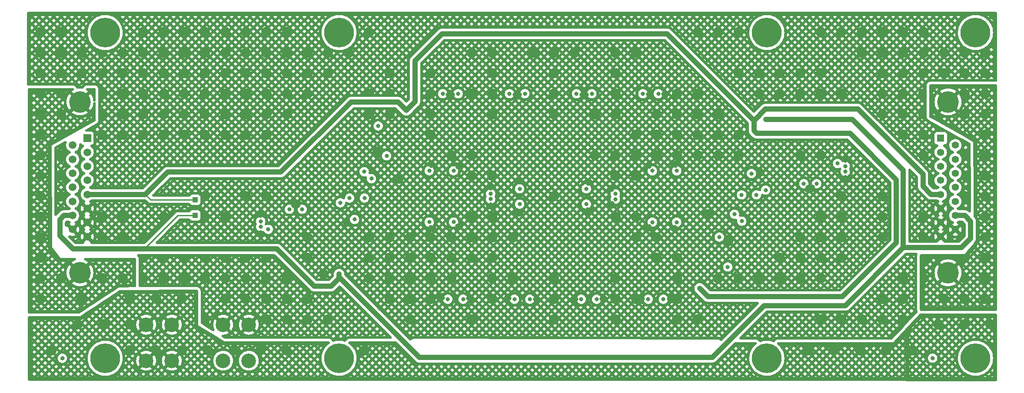
<source format=gbr>
%TF.GenerationSoftware,KiCad,Pcbnew,7.0.7*%
%TF.CreationDate,2024-12-18T13:44:03+01:00*%
%TF.ProjectId,dmem_2V0,646d656d-5f32-4563-902e-6b696361645f,rev?*%
%TF.SameCoordinates,Original*%
%TF.FileFunction,Copper,L4,Bot*%
%TF.FilePolarity,Positive*%
%FSLAX46Y46*%
G04 Gerber Fmt 4.6, Leading zero omitted, Abs format (unit mm)*
G04 Created by KiCad (PCBNEW 7.0.7) date 2024-12-18 13:44:03*
%MOMM*%
%LPD*%
G01*
G04 APERTURE LIST*
%TA.AperFunction,ComponentPad*%
%ADD10R,1.000000X1.000000*%
%TD*%
%TA.AperFunction,ComponentPad*%
%ADD11C,2.850000*%
%TD*%
%TA.AperFunction,ComponentPad*%
%ADD12C,5.800000*%
%TD*%
%TA.AperFunction,ComponentPad*%
%ADD13R,1.508000X1.508000*%
%TD*%
%TA.AperFunction,ComponentPad*%
%ADD14C,1.508000*%
%TD*%
%TA.AperFunction,ComponentPad*%
%ADD15C,4.200000*%
%TD*%
%TA.AperFunction,ComponentPad*%
%ADD16R,1.408000X1.408000*%
%TD*%
%TA.AperFunction,ComponentPad*%
%ADD17C,1.408000*%
%TD*%
%TA.AperFunction,ComponentPad*%
%ADD18C,4.216000*%
%TD*%
%TA.AperFunction,ViaPad*%
%ADD19C,0.800000*%
%TD*%
%TA.AperFunction,Conductor*%
%ADD20C,1.000000*%
%TD*%
%TA.AperFunction,Conductor*%
%ADD21C,0.250000*%
%TD*%
G04 APERTURE END LIST*
D10*
%TO.P,Vce_r1,1,1*%
%TO.N,/+CE_R*%
X83261200Y-102463600D03*
%TD*%
D11*
%TO.P,J11,1_1,1*%
%TO.N,GND*%
X93720400Y-123783400D03*
%TO.P,J11,1_2,1__1*%
X88720400Y-123783400D03*
%TO.P,J11,1_3,1__2*%
X88720400Y-130793400D03*
%TO.P,J11,1_4,1__3*%
X93720400Y-130793400D03*
%TD*%
D12*
%TO.P,REF\u002A\u002A,1*%
%TO.N,/MountingHole_3*%
X194640200Y-66827400D03*
%TD*%
%TO.P,REF\u002A\u002A,1*%
%TO.N,/MountingHole_4*%
X235280200Y-66827400D03*
%TD*%
%TO.P,REF\u002A\u002A,1*%
%TO.N,/MountingHole_7*%
X194640200Y-130327400D03*
%TD*%
D13*
%TO.P,J1,1,1*%
%TO.N,/out2_jumper+*%
X62240400Y-87410000D03*
D14*
%TO.P,J1,2,2*%
%TO.N,/out1_jumper+*%
X62240400Y-90150000D03*
%TO.P,J1,3,3*%
%TO.N,/out2+*%
X62240400Y-92890000D03*
%TO.P,J1,4,4*%
%TO.N,/out1+*%
X62240400Y-95630000D03*
%TO.P,J1,5,5*%
%TO.N,/+CE*%
X62240400Y-98370000D03*
%TO.P,J1,6,6*%
%TO.N,GND*%
X62240400Y-101110000D03*
%TO.P,J1,7,7*%
X62240400Y-103850000D03*
%TO.P,J1,8,8*%
X62240400Y-106590000D03*
%TO.P,J1,9,9*%
%TO.N,/out2_jumper-*%
X59400400Y-88780000D03*
%TO.P,J1,10,10*%
%TO.N,/out1_jumper-*%
X59400400Y-91520000D03*
%TO.P,J1,11,11*%
%TO.N,/out2-*%
X59400400Y-94260000D03*
%TO.P,J1,12,12*%
%TO.N,/out1-*%
X59400400Y-97000000D03*
%TO.P,J1,13,13*%
%TO.N,Net-(J1-Pad13)*%
X59400400Y-99740000D03*
%TO.P,J1,14,14*%
%TO.N,/+CE_R*%
X59400400Y-102480000D03*
%TO.P,J1,15,15*%
%TO.N,GND*%
X59400400Y-105220000D03*
D15*
%TO.P,J1,S1,SHIELD*%
%TO.N,Net-(J1-SHIELD)*%
X60820400Y-80340000D03*
X60820400Y-113660000D03*
%TD*%
D10*
%TO.P,Vce1,1,1*%
%TO.N,/+CE*%
X83261200Y-99413600D03*
%TD*%
D16*
%TO.P,J12,1,1*%
%TO.N,unconnected-(J12-Pad1)*%
X228503200Y-87410000D03*
D17*
%TO.P,J12,2,2*%
%TO.N,unconnected-(J12-Pad2)*%
X228503200Y-90150000D03*
%TO.P,J12,3,3*%
%TO.N,/out2_jumper+*%
X228503200Y-92890000D03*
%TO.P,J12,4,4*%
%TO.N,/out1_jumper+*%
X228503200Y-95630000D03*
%TO.P,J12,5,5*%
%TO.N,/+CE*%
X228503200Y-98370000D03*
%TO.P,J12,6,6*%
%TO.N,GND*%
X228503200Y-101110000D03*
%TO.P,J12,7,7*%
X228503200Y-103850000D03*
%TO.P,J12,8,8*%
X228503200Y-106590000D03*
%TO.P,J12,9,9*%
%TO.N,unconnected-(J12-Pad9)*%
X231343200Y-88780000D03*
%TO.P,J12,10,10*%
%TO.N,unconnected-(J12-Pad10)*%
X231343200Y-91520000D03*
%TO.P,J12,11,11*%
%TO.N,/out2_jumper-*%
X231343200Y-94260000D03*
%TO.P,J12,12,12*%
%TO.N,/out1_jumper-*%
X231343200Y-97000000D03*
%TO.P,J12,13,13*%
%TO.N,Net-(J12-Pad13)*%
X231343200Y-99740000D03*
%TO.P,J12,14,14*%
%TO.N,/+CE_R*%
X231343200Y-102480000D03*
%TO.P,J12,15,15*%
%TO.N,GND*%
X231343200Y-105220000D03*
D18*
%TO.P,J12,S1,SHIELD*%
%TO.N,Net-(J12-SHIELD)*%
X229923200Y-113660000D03*
X229923200Y-80340000D03*
%TD*%
D12*
%TO.P,REF\u002A\u002A,1*%
%TO.N,/MountingHole_2*%
X111302800Y-66827400D03*
%TD*%
%TO.P,REF\u002A\u002A,1*%
%TO.N,/MountingHole_6*%
X111302800Y-130327400D03*
%TD*%
%TO.P,REF\u002A\u002A,1*%
%TO.N,/MountingHole_5*%
X65735200Y-130327400D03*
%TD*%
D11*
%TO.P,J10,1_1,1*%
%TO.N,/MESH*%
X78720400Y-123783400D03*
%TO.P,J10,1_2,1__1*%
X73720400Y-123783400D03*
%TO.P,J10,1_3,1__2*%
X73720400Y-130793400D03*
%TO.P,J10,1_4,1__3*%
X78720400Y-130793400D03*
%TD*%
D12*
%TO.P,REF\u002A\u002A,1*%
%TO.N,/MountingHole_8*%
X235280200Y-130327400D03*
%TD*%
%TO.P,REF\u002A\u002A,1*%
%TO.N,/MountingHole_1*%
X65735200Y-66827400D03*
%TD*%
D19*
%TO.N,GND*%
X209910000Y-94990000D03*
X209910000Y-91810000D03*
X96070000Y-105750000D03*
X96000000Y-102560000D03*
X174481794Y-78873145D03*
X171481253Y-78877127D03*
X159568574Y-78944104D03*
X158528732Y-78927714D03*
X146507088Y-78914720D03*
X145471793Y-78933499D03*
X133509253Y-78926505D03*
X132478298Y-78896981D03*
X175530000Y-118760000D03*
X170470000Y-118760000D03*
X162464662Y-118707597D03*
X157480756Y-118797290D03*
X144476882Y-118639762D03*
X149471003Y-118820000D03*
X136454233Y-118637675D03*
X131510341Y-118577585D03*
%TO.N,/out2+*%
X97530000Y-105190000D03*
%TO.N,/out1+*%
X208410000Y-92350000D03*
%TO.N,GND*%
X237145400Y-74733000D03*
X237145400Y-70733000D03*
X233145400Y-98733000D03*
X233145400Y-94733000D03*
X233145400Y-90733000D03*
X233145400Y-74733000D03*
X233145400Y-70733000D03*
X229145400Y-74733000D03*
X229145400Y-70733000D03*
X225145400Y-106733000D03*
X225145400Y-102733000D03*
X225145400Y-90733000D03*
X225145400Y-86733000D03*
X225145400Y-82733000D03*
X225145400Y-78733000D03*
X225145400Y-74733000D03*
X225145400Y-70733000D03*
X225145400Y-66733000D03*
X221145400Y-122733000D03*
X221145400Y-118733000D03*
X221145400Y-114733000D03*
X221145400Y-86733000D03*
X221145400Y-82733000D03*
X221145400Y-78733000D03*
X221145400Y-74733000D03*
X221145400Y-70733000D03*
X221145400Y-66733000D03*
X217145400Y-122733000D03*
X217145400Y-118733000D03*
X217145400Y-106733000D03*
X217145400Y-102733000D03*
X217145400Y-98733000D03*
X217145400Y-82733000D03*
X217145400Y-78733000D03*
X217145400Y-74733000D03*
X217145400Y-70733000D03*
X217145400Y-66733000D03*
X213145400Y-122733000D03*
X213145400Y-70733000D03*
X213145400Y-66733000D03*
X209145400Y-122733000D03*
X209145400Y-110733000D03*
X209145400Y-106733000D03*
X209145400Y-102733000D03*
X209145400Y-98733000D03*
X209145400Y-78733000D03*
X209145400Y-66733000D03*
X205145400Y-122733000D03*
X205145400Y-114733000D03*
X205145400Y-110733000D03*
X205145400Y-106733000D03*
X205145400Y-102733000D03*
X205145400Y-90733000D03*
X205145400Y-78733000D03*
X205145400Y-74733000D03*
X205145400Y-66733000D03*
X201145400Y-114733000D03*
X201145400Y-110733000D03*
X201145400Y-106733000D03*
X201145400Y-90733000D03*
X201145400Y-78733000D03*
X201145400Y-74733000D03*
X197145400Y-114733000D03*
X197145400Y-110733000D03*
X197145400Y-78733000D03*
X197145400Y-74733000D03*
X193145400Y-114733000D03*
X193145400Y-78733000D03*
X193145400Y-74733000D03*
X189145400Y-114733000D03*
X189145400Y-90733000D03*
X189145400Y-86733000D03*
X189145400Y-74733000D03*
X189145400Y-66733000D03*
X185145400Y-114733000D03*
X185145400Y-90733000D03*
X185145400Y-86733000D03*
X185145400Y-82733000D03*
X185145400Y-66733000D03*
X181145400Y-122733000D03*
X181145400Y-90733000D03*
X181145400Y-86733000D03*
X181145400Y-82733000D03*
X181145400Y-78733000D03*
X181145400Y-66733000D03*
X177145400Y-122733000D03*
X177145400Y-118733000D03*
X177145400Y-114733000D03*
X177145400Y-110733000D03*
X177145400Y-90733000D03*
X177145400Y-86733000D03*
X177145400Y-82733000D03*
X177145400Y-78733000D03*
X173145400Y-110733000D03*
X173145400Y-106733000D03*
X173145400Y-90733000D03*
X173145400Y-86733000D03*
X173145400Y-82733000D03*
X169145400Y-118733000D03*
X169145400Y-106733000D03*
X169145400Y-102733000D03*
X169145400Y-94733000D03*
X169145400Y-90733000D03*
X169145400Y-86733000D03*
X169145400Y-70733000D03*
X165145400Y-122733000D03*
X165145400Y-118733000D03*
X165145400Y-114733000D03*
X165145400Y-102733000D03*
X165145400Y-94733000D03*
X165145400Y-90733000D03*
X165145400Y-82733000D03*
X165145400Y-78733000D03*
X165145400Y-74733000D03*
X165145400Y-70733000D03*
X161145400Y-90733000D03*
X161145400Y-82733000D03*
X157145400Y-70733000D03*
X153145400Y-122733000D03*
X153145400Y-118733000D03*
X153145400Y-114733000D03*
X153145400Y-98733000D03*
X153145400Y-82733000D03*
X153145400Y-78733000D03*
X153145400Y-74733000D03*
X153145400Y-70733000D03*
X149145400Y-70733000D03*
X145145400Y-114733000D03*
X145145400Y-106733000D03*
X141145400Y-118733000D03*
X141145400Y-114733000D03*
X141145400Y-110733000D03*
X141145400Y-106733000D03*
X141145400Y-102733000D03*
X141145400Y-94733000D03*
X141145400Y-82733000D03*
X141145400Y-78733000D03*
X141145400Y-74733000D03*
X141145400Y-70733000D03*
X137145400Y-122733000D03*
X137145400Y-110733000D03*
X137145400Y-106733000D03*
X137145400Y-102733000D03*
X137145400Y-94733000D03*
X137145400Y-90733000D03*
X137145400Y-78733000D03*
X137145400Y-70733000D03*
X133145400Y-114733000D03*
X133145400Y-110733000D03*
X133145400Y-106733000D03*
X133145400Y-90733000D03*
X129145400Y-118733000D03*
X129145400Y-114733000D03*
X129145400Y-110733000D03*
X129145400Y-106733000D03*
X129145400Y-86733000D03*
X129145400Y-82733000D03*
X129145400Y-78733000D03*
X129145400Y-74733000D03*
X125145400Y-122733000D03*
X125145400Y-118733000D03*
X125145400Y-114733000D03*
X125145400Y-110733000D03*
X125145400Y-106733000D03*
X121145400Y-118733000D03*
X121145400Y-114733000D03*
X121145400Y-110733000D03*
X121145400Y-106733000D03*
X121145400Y-82733000D03*
X121145400Y-78733000D03*
X121145400Y-74733000D03*
X117145400Y-114733000D03*
X117145400Y-110733000D03*
X117145400Y-106733000D03*
X117145400Y-82733000D03*
X117145400Y-78733000D03*
X117145400Y-66733000D03*
X113145400Y-70733000D03*
X109145400Y-122733000D03*
X109145400Y-74733000D03*
X109145400Y-70733000D03*
X105145400Y-122733000D03*
X105145400Y-118733000D03*
X105145400Y-110733000D03*
X105145400Y-106733000D03*
X105145400Y-78733000D03*
X105145400Y-74733000D03*
X105145400Y-70733000D03*
X101145400Y-122733000D03*
X101145400Y-118733000D03*
X101145400Y-114733000D03*
X101145400Y-82733000D03*
X101145400Y-78733000D03*
X101145400Y-74733000D03*
X101145400Y-70733000D03*
X101145400Y-66733000D03*
X97145400Y-122733000D03*
X97145400Y-118733000D03*
X97145400Y-114733000D03*
X97145400Y-110733000D03*
X97145400Y-98733000D03*
X97145400Y-86733000D03*
X97145400Y-82733000D03*
X97145400Y-78733000D03*
X97145400Y-74733000D03*
X97145400Y-70733000D03*
X97145400Y-66733000D03*
X93145400Y-118733000D03*
X93145400Y-114733000D03*
X93145400Y-110733000D03*
X93145400Y-98733000D03*
X93145400Y-86733000D03*
X93145400Y-82733000D03*
X93145400Y-78733000D03*
X93145400Y-74733000D03*
X93145400Y-70733000D03*
X93145400Y-66733000D03*
X89145400Y-118733000D03*
X89145400Y-114733000D03*
X89145400Y-110733000D03*
X89145400Y-102733000D03*
X89145400Y-86733000D03*
X89145400Y-82733000D03*
X89145400Y-78733000D03*
X89145400Y-74733000D03*
X89145400Y-70733000D03*
X89145400Y-66733000D03*
X85145400Y-122733000D03*
X85145400Y-114733000D03*
X85145400Y-110733000D03*
X85145400Y-102733000D03*
X85145400Y-98733000D03*
X85145400Y-86733000D03*
X85145400Y-82733000D03*
X85145400Y-78733000D03*
X85145400Y-74733000D03*
X85145400Y-70733000D03*
X85145400Y-66733000D03*
X81145400Y-114733000D03*
X81145400Y-110733000D03*
X81145400Y-86733000D03*
X81145400Y-82733000D03*
X81145400Y-78733000D03*
X81145400Y-74733000D03*
X81145400Y-70733000D03*
X81145400Y-66733000D03*
X77145400Y-114733000D03*
X77145400Y-110733000D03*
X77145400Y-102733000D03*
X77145400Y-86733000D03*
X77145400Y-82733000D03*
X77145400Y-78733000D03*
X77145400Y-74733000D03*
X77145400Y-70733000D03*
X77145400Y-66733000D03*
X73145400Y-114733000D03*
X73145400Y-110733000D03*
X73145400Y-106733000D03*
X73145400Y-86733000D03*
X73145400Y-82733000D03*
X73145400Y-78733000D03*
X73145400Y-74733000D03*
X73145400Y-70733000D03*
X73145400Y-66733000D03*
X69145400Y-106733000D03*
X69145400Y-102733000D03*
X69145400Y-86733000D03*
X69145400Y-82733000D03*
X69145400Y-78733000D03*
X69145400Y-74733000D03*
X69145400Y-70733000D03*
X65145400Y-106733000D03*
X65145400Y-102733000D03*
X65145400Y-86733000D03*
X65145400Y-82733000D03*
X65145400Y-78733000D03*
X65145400Y-74733000D03*
X65145400Y-70733000D03*
X61145400Y-74733000D03*
X61145400Y-70733000D03*
X57145400Y-98733000D03*
X57145400Y-94733000D03*
X57145400Y-90733000D03*
X57145400Y-74733000D03*
X57145400Y-70733000D03*
X57145400Y-66733000D03*
X53145400Y-74733000D03*
X53145400Y-70733000D03*
X53145400Y-66733000D03*
%TO.N,Net-(R32-Pad2)*%
X174471500Y-118820000D03*
X161471500Y-118820000D03*
X148471500Y-118820000D03*
X135471500Y-118820000D03*
%TO.N,Net-(R27-Pad1)*%
X171520000Y-118820000D03*
X158480000Y-118820000D03*
X145460000Y-118820000D03*
X132480000Y-118820000D03*
%TO.N,Net-(R49-Pad1)*%
X173491200Y-78740000D03*
%TO.N,Net-(R26-Pad1)*%
X170491201Y-78740000D03*
%TO.N,Net-(R49-Pad1)*%
X160547015Y-78740000D03*
%TO.N,Net-(R26-Pad1)*%
X157547015Y-78740000D03*
%TO.N,Net-(R49-Pad1)*%
X147491200Y-78740000D03*
%TO.N,Net-(R26-Pad1)*%
X144491200Y-78740000D03*
%TO.N,Net-(R49-Pad1)*%
X134491200Y-78740000D03*
%TO.N,Net-(R26-Pad1)*%
X131491200Y-78740000D03*
%TO.N,GND*%
X140863100Y-100338622D03*
X159691094Y-101244829D03*
X108254800Y-113893600D03*
X176703382Y-104714998D03*
X102368143Y-100606187D03*
X134336244Y-104464169D03*
X164540999Y-100122406D03*
X129176974Y-104718863D03*
X176859431Y-92807569D03*
X203561431Y-96922680D03*
X193071516Y-94074981D03*
X187111916Y-107507288D03*
X118836300Y-90043300D03*
X146481175Y-96024831D03*
X226923600Y-130302000D03*
X171708278Y-92999326D03*
X171755361Y-104601050D03*
X113045100Y-103708500D03*
X140863100Y-97189022D03*
X103321900Y-100592622D03*
X134370930Y-93109355D03*
X183114716Y-102253781D03*
X164485600Y-97485200D03*
X129226637Y-92834591D03*
X122833500Y-95301822D03*
X57404000Y-130327400D03*
X146197633Y-101702622D03*
X202574292Y-96948751D03*
X159776449Y-96251905D03*
%TO.N,Net-(U1-\u002APD)*%
X189702716Y-98464888D03*
X191633116Y-94299288D03*
%TO.N,Net-(U1-Vocm)*%
X194396094Y-97530710D03*
X189753516Y-103595688D03*
%TO.N,Net-(U1-Vs-)*%
X187021774Y-112525030D03*
X185384716Y-106694488D03*
X188331116Y-102239230D03*
X192598316Y-98464888D03*
%TO.N,/+CE_R*%
X194392316Y-83723381D03*
X111301900Y-113902222D03*
%TO.N,/+CE*%
X124408300Y-81999822D03*
X181539916Y-116692581D03*
%TO.N,Net-(R27-Pad1)*%
X159476716Y-97268588D03*
%TO.N,Net-(R32-Pad2)*%
X159476716Y-100268588D03*
%TO.N,/cold_amplifier_ch1/input-*%
X165119916Y-99307630D03*
X172329116Y-103782630D03*
%TO.N,/cold_amplifier_ch1/input+*%
X165119916Y-98257630D03*
X172329116Y-93782630D03*
%TO.N,/cold_amplifier_ch1/output+*%
X201829116Y-96282630D03*
X177079116Y-103782630D03*
%TO.N,/cold_amplifier_ch1/output-*%
X204329116Y-96282630D03*
X177079116Y-93782630D03*
%TO.N,/out2+*%
X96041307Y-103626759D03*
%TO.N,/out1+*%
X209906909Y-93923830D03*
%TO.N,/out2-*%
X96041307Y-104676759D03*
%TO.N,/out1-*%
X209906909Y-92873830D03*
%TO.N,/cold_amplifier_ch2/input-*%
X133619100Y-93767958D03*
X140828300Y-98242958D03*
%TO.N,/cold_amplifier_ch2/input+*%
X140828300Y-99292958D03*
X133619100Y-103767958D03*
%TO.N,/cold_amplifier_ch2/output+*%
X104119100Y-101267958D03*
X128869100Y-93767958D03*
%TO.N,/cold_amplifier_ch2/output-*%
X128869100Y-103767958D03*
X101619100Y-101267958D03*
%TO.N,Net-(U2-\u002APD)*%
X116245500Y-99085700D03*
X114315100Y-103251300D03*
%TO.N,Net-(U2-Vs-)*%
X118926442Y-85025558D03*
X113349900Y-99085700D03*
X120563500Y-90856100D03*
X117617100Y-95311358D03*
%TO.N,Net-(U2-Vocm)*%
X116194700Y-93954900D03*
X111552122Y-100019878D03*
%TO.N,Net-(R26-Pad1)*%
X146471500Y-97282000D03*
%TO.N,Net-(R49-Pad1)*%
X146471500Y-100282000D03*
%TO.N,Net-(J1-SHIELD)*%
X53145400Y-102733000D03*
X53145400Y-94733000D03*
X53145400Y-82733000D03*
X61145400Y-118733000D03*
X57145400Y-114733000D03*
X57145400Y-86733000D03*
X65145400Y-114733000D03*
X53145400Y-86733000D03*
X53145400Y-118733000D03*
X69145400Y-114733000D03*
X53145400Y-110733000D03*
X53145400Y-106733000D03*
X53145400Y-114733000D03*
X57145400Y-78733000D03*
X57145400Y-82733000D03*
X53145400Y-90733000D03*
X53145400Y-98733000D03*
X53145400Y-78733000D03*
%TO.N,/MESH*%
X101025400Y-128773000D03*
X85785400Y-128773000D03*
X70545400Y-118613000D03*
X80705400Y-118613000D03*
X90865400Y-128773000D03*
X233105400Y-123693000D03*
X116265400Y-128773000D03*
X70545400Y-128773000D03*
X238185400Y-123693000D03*
X75625400Y-118613000D03*
X70545400Y-123693000D03*
X80705400Y-128773000D03*
X75625400Y-128773000D03*
X65465400Y-123693000D03*
X202625400Y-128773000D03*
X212785400Y-128773000D03*
X60385400Y-123693000D03*
X95945400Y-128773000D03*
X217865400Y-128773000D03*
X228025400Y-123693000D03*
X222945400Y-128773000D03*
X207705400Y-128773000D03*
X55305400Y-128773000D03*
%TO.N,Net-(J12-SHIELD)*%
X225145400Y-110733000D03*
X237145400Y-90733000D03*
X225145400Y-114733000D03*
X237145400Y-110733000D03*
X233145400Y-82733000D03*
X233145400Y-118733000D03*
X233145400Y-114733000D03*
X237145400Y-98733000D03*
X237145400Y-106733000D03*
X237145400Y-114733000D03*
X229145400Y-118733000D03*
X233145400Y-110733000D03*
X237145400Y-94733000D03*
X237145400Y-78733000D03*
X237145400Y-82733000D03*
X237145400Y-102733000D03*
X237145400Y-86733000D03*
X233145400Y-78733000D03*
X237145400Y-118733000D03*
%TD*%
D20*
%TO.N,/+CE_R*%
X221183200Y-108762800D02*
X221183200Y-93624400D01*
X57692400Y-102480000D02*
X56896000Y-103276400D01*
X194106800Y-120040400D02*
X209905600Y-120040400D01*
X106476800Y-116281200D02*
X109728000Y-116281200D01*
X99212400Y-109016800D02*
X106476800Y-116281200D01*
X211282181Y-83723381D02*
X194392316Y-83723381D01*
X59400400Y-102480000D02*
X57692400Y-102480000D01*
X111301900Y-114502300D02*
X126949200Y-130149600D01*
X126949200Y-130149600D02*
X183997600Y-130149600D01*
X221183200Y-108762800D02*
X232511600Y-108762800D01*
X232511600Y-108762800D02*
X234340400Y-106934000D01*
X221183200Y-93624400D02*
X211282181Y-83723381D01*
X111301900Y-114707300D02*
X111301900Y-113902222D01*
X234340400Y-106934000D02*
X234340400Y-103632000D01*
X56896000Y-103276400D02*
X56896000Y-106476800D01*
X59436000Y-109016800D02*
X73355200Y-109016800D01*
X234340400Y-103632000D02*
X233188400Y-102480000D01*
D21*
X83261200Y-102463600D02*
X79908400Y-102463600D01*
D20*
X233188400Y-102480000D02*
X231343200Y-102480000D01*
D21*
X79908400Y-102463600D02*
X73355200Y-109016800D01*
D20*
X73355200Y-109016800D02*
X99212400Y-109016800D01*
X109728000Y-116281200D02*
X111301900Y-114707300D01*
X183997600Y-130149600D02*
X194106800Y-120040400D01*
X56896000Y-106476800D02*
X59436000Y-109016800D01*
X209905600Y-120040400D02*
X221183200Y-108762800D01*
X111301900Y-113902222D02*
X111301900Y-114502300D01*
%TO.N,/+CE*%
X126085600Y-80322522D02*
X126085600Y-72339200D01*
D21*
X83261200Y-99413600D02*
X74599965Y-99413600D01*
D20*
X194360800Y-81737200D02*
X212344000Y-81737200D01*
X210820000Y-86461600D02*
X219862400Y-95504000D01*
X192633600Y-86461600D02*
X210820000Y-86461600D01*
X183160535Y-118313200D02*
X181539916Y-116692581D01*
X209346800Y-118313200D02*
X183160535Y-118313200D01*
X175209200Y-67056000D02*
X131368800Y-67056000D01*
X219862400Y-107797600D02*
X209346800Y-118313200D01*
X192125600Y-83972400D02*
X192125600Y-85953600D01*
X113639600Y-80365600D02*
X122774078Y-80365600D01*
X126085600Y-72339200D02*
X131368800Y-67056000D01*
X192125600Y-85953600D02*
X192633600Y-86461600D01*
X77895565Y-94030800D02*
X99974400Y-94030800D01*
X226640000Y-98370000D02*
X228503200Y-98370000D01*
X212344000Y-81737200D02*
X225044000Y-94437200D01*
X225044000Y-94437200D02*
X225044000Y-96774000D01*
X192125600Y-83972400D02*
X175209200Y-67056000D01*
X219862400Y-95504000D02*
X219862400Y-107797600D01*
X122774078Y-80365600D02*
X124408300Y-81999822D01*
X73556365Y-98370000D02*
X77895565Y-94030800D01*
X225044000Y-96774000D02*
X226640000Y-98370000D01*
X99974400Y-94030800D02*
X113639600Y-80365600D01*
X194360800Y-81737200D02*
X192125600Y-83972400D01*
D21*
X74599965Y-99413600D02*
X73556365Y-98370000D01*
D20*
X62240400Y-98370000D02*
X73556365Y-98370000D01*
X124408300Y-81999822D02*
X126085600Y-80322522D01*
%TD*%
%TA.AperFunction,Conductor*%
%TO.N,GND*%
G36*
X57471110Y-129937841D02*
G01*
X57501141Y-129944224D01*
X57550653Y-129960311D01*
X57578676Y-129972788D01*
X57623756Y-129998816D01*
X57648591Y-130016860D01*
X57687270Y-130051686D01*
X57707803Y-130074489D01*
X57738407Y-130116612D01*
X57753755Y-130143197D01*
X57774923Y-130190740D01*
X57784406Y-130219923D01*
X57795230Y-130270841D01*
X57798439Y-130301365D01*
X57798439Y-130353431D01*
X57795230Y-130383957D01*
X57784408Y-130434869D01*
X57774927Y-130464049D01*
X57753755Y-130511603D01*
X57738407Y-130538187D01*
X57707808Y-130580304D01*
X57687274Y-130603109D01*
X57648593Y-130637937D01*
X57623761Y-130655979D01*
X57578678Y-130682008D01*
X57550641Y-130694491D01*
X57501139Y-130710576D01*
X57471114Y-130716958D01*
X57419345Y-130722400D01*
X57388657Y-130722400D01*
X57336885Y-130716958D01*
X57306861Y-130710576D01*
X57257355Y-130694491D01*
X57229320Y-130682009D01*
X57184237Y-130655979D01*
X57159405Y-130637937D01*
X57120723Y-130603108D01*
X57100191Y-130580305D01*
X57069596Y-130538194D01*
X57054246Y-130511608D01*
X57033071Y-130464049D01*
X57023587Y-130434860D01*
X57012767Y-130383953D01*
X57009558Y-130353421D01*
X57009558Y-130301376D01*
X57012766Y-130270846D01*
X57023589Y-130219933D01*
X57023755Y-130219422D01*
X57033074Y-130190738D01*
X57054241Y-130143195D01*
X57069596Y-130116600D01*
X57100181Y-130074504D01*
X57120732Y-130051679D01*
X57159397Y-130016866D01*
X57184245Y-129998812D01*
X57229321Y-129972787D01*
X57257355Y-129960306D01*
X57306852Y-129944225D01*
X57336894Y-129937839D01*
X57388657Y-129932400D01*
X57419342Y-129932400D01*
X57471110Y-129937841D01*
G37*
%TD.AperFunction*%
%TA.AperFunction,Conductor*%
G36*
X226990710Y-129912441D02*
G01*
X227020741Y-129918824D01*
X227070253Y-129934911D01*
X227098276Y-129947388D01*
X227143355Y-129973415D01*
X227168193Y-129991461D01*
X227206871Y-130026286D01*
X227227408Y-130049094D01*
X227258004Y-130091205D01*
X227273351Y-130117787D01*
X227294524Y-130165343D01*
X227304009Y-130194536D01*
X227314831Y-130245449D01*
X227318039Y-130275969D01*
X227318039Y-130328026D01*
X227314831Y-130358547D01*
X227304009Y-130409461D01*
X227294524Y-130438654D01*
X227273351Y-130486211D01*
X227258007Y-130512788D01*
X227227408Y-130554904D01*
X227206874Y-130577709D01*
X227168193Y-130612537D01*
X227143361Y-130630579D01*
X227098278Y-130656608D01*
X227070241Y-130669091D01*
X227020739Y-130685176D01*
X226990714Y-130691558D01*
X226938945Y-130697000D01*
X226908257Y-130697000D01*
X226856485Y-130691558D01*
X226826461Y-130685176D01*
X226776955Y-130669091D01*
X226748920Y-130656609D01*
X226703837Y-130630579D01*
X226679005Y-130612537D01*
X226640323Y-130577708D01*
X226625150Y-130560857D01*
X226619790Y-130554904D01*
X226589196Y-130512794D01*
X226573846Y-130486208D01*
X226552672Y-130438653D01*
X226543187Y-130409460D01*
X226532367Y-130358553D01*
X226529158Y-130328021D01*
X226529158Y-130275976D01*
X226532366Y-130245446D01*
X226543189Y-130194533D01*
X226544421Y-130190740D01*
X226552674Y-130165338D01*
X226573841Y-130117795D01*
X226589196Y-130091200D01*
X226619781Y-130049104D01*
X226640332Y-130026279D01*
X226678997Y-129991466D01*
X226703845Y-129973412D01*
X226748921Y-129947387D01*
X226776955Y-129934906D01*
X226826452Y-129918825D01*
X226856494Y-129912439D01*
X226908257Y-129907000D01*
X226938942Y-129907000D01*
X226990710Y-129912441D01*
G37*
%TD.AperFunction*%
%TA.AperFunction,Conductor*%
G36*
X223815519Y-109782254D02*
G01*
X223896301Y-109836230D01*
X223950277Y-109917012D01*
X223969231Y-110012300D01*
X223957832Y-110078854D01*
X223959918Y-110079427D01*
X223957566Y-110087998D01*
X223938612Y-110183287D01*
X223928900Y-110281901D01*
X223928899Y-110281904D01*
X223928899Y-120807397D01*
X223928900Y-120807400D01*
X223938612Y-120906012D01*
X223957568Y-121001313D01*
X223957568Y-121001311D01*
X223970949Y-121053734D01*
X223970950Y-121053739D01*
X223995234Y-121104496D01*
X224019260Y-121198634D01*
X224005432Y-121294800D01*
X223955856Y-121378354D01*
X223946687Y-121388027D01*
X223846641Y-121488074D01*
X223765012Y-121569703D01*
X222224510Y-123238580D01*
X222133449Y-123337229D01*
X221449627Y-124069036D01*
X221210749Y-124324676D01*
X221157763Y-124393490D01*
X221150598Y-124401983D01*
X219105897Y-126617076D01*
X219027338Y-126674238D01*
X218932883Y-126696985D01*
X218922543Y-126697184D01*
X197032316Y-126663060D01*
X196834976Y-126662753D01*
X196834975Y-126662753D01*
X196834972Y-126662753D01*
X196817669Y-126663319D01*
X196775055Y-126666175D01*
X196644215Y-126692609D01*
X196644211Y-126692610D01*
X196552361Y-126724253D01*
X196552360Y-126724253D01*
X196502217Y-126744588D01*
X196413223Y-126803107D01*
X196381996Y-126823640D01*
X196309240Y-126888028D01*
X196309232Y-126888036D01*
X196270693Y-126926009D01*
X196189869Y-127045057D01*
X196187142Y-127049765D01*
X196185088Y-127052099D01*
X196184881Y-127052405D01*
X196184842Y-127052378D01*
X196122973Y-127122713D01*
X196035772Y-127165552D01*
X195938816Y-127171759D01*
X195892187Y-127160905D01*
X195551266Y-127046036D01*
X195551255Y-127046033D01*
X195551253Y-127046033D01*
X195191153Y-126966768D01*
X195191154Y-126966768D01*
X194824576Y-126926900D01*
X194824570Y-126926900D01*
X194455830Y-126926900D01*
X194455824Y-126926900D01*
X194089246Y-126966768D01*
X193729146Y-127046033D01*
X193729140Y-127046034D01*
X193729134Y-127046036D01*
X193501565Y-127122713D01*
X193398902Y-127157304D01*
X193302549Y-127169767D01*
X193208762Y-127144410D01*
X193131817Y-127085092D01*
X193103668Y-127042231D01*
X193102262Y-127043029D01*
X193097879Y-127035304D01*
X193052239Y-126966768D01*
X193044025Y-126954433D01*
X193026175Y-126930510D01*
X193011666Y-126911064D01*
X193005680Y-126905670D01*
X192904775Y-126814748D01*
X192855071Y-126781425D01*
X192824078Y-126760646D01*
X192824079Y-126760646D01*
X192777587Y-126732963D01*
X192713548Y-126710259D01*
X192641977Y-126684884D01*
X192641971Y-126684882D01*
X192641966Y-126684881D01*
X192546732Y-126665783D01*
X192546729Y-126665782D01*
X192476291Y-126658734D01*
X192448118Y-126655915D01*
X192324831Y-126655722D01*
X189511534Y-126651337D01*
X189416275Y-126632234D01*
X189335578Y-126578132D01*
X189298833Y-126522953D01*
X195714969Y-126522953D01*
X195715961Y-126523258D01*
X195854174Y-126569827D01*
X195860233Y-126562556D01*
X195864250Y-126557968D01*
X195870047Y-126551664D01*
X195874302Y-126547261D01*
X195929854Y-126492522D01*
X195940582Y-126482506D01*
X195959705Y-126465582D01*
X195866023Y-126371900D01*
X195714969Y-126522953D01*
X189298833Y-126522953D01*
X189281728Y-126497266D01*
X189262922Y-126401949D01*
X189267535Y-126378945D01*
X194443351Y-126378945D01*
X194445004Y-126378900D01*
X194457395Y-126378900D01*
X194450396Y-126371901D01*
X194443351Y-126378945D01*
X189267535Y-126378945D01*
X189282025Y-126306690D01*
X189335849Y-126226270D01*
X189543066Y-126019053D01*
X190556359Y-126019053D01*
X190642403Y-126105097D01*
X191179412Y-126105934D01*
X191266293Y-126019054D01*
X191266292Y-126019053D01*
X191971987Y-126019053D01*
X192060241Y-126107308D01*
X192458752Y-126107931D01*
X192466088Y-126108122D01*
X192485609Y-126109112D01*
X192492928Y-126109662D01*
X192582363Y-126118611D01*
X192681921Y-126019054D01*
X193387615Y-126019054D01*
X193742581Y-126374020D01*
X194097548Y-126019054D01*
X194803242Y-126019054D01*
X195158210Y-126374021D01*
X195513177Y-126019054D01*
X195513176Y-126019053D01*
X196218870Y-126019053D01*
X196397732Y-126197915D01*
X196478209Y-126170192D01*
X196487665Y-126167281D01*
X196513153Y-126160348D01*
X196522789Y-126158069D01*
X196679464Y-126126415D01*
X196689234Y-126124776D01*
X196715339Y-126121281D01*
X196725183Y-126120289D01*
X196790385Y-126115918D01*
X196826446Y-126114740D01*
X196833107Y-126114750D01*
X196928804Y-126019054D01*
X197634498Y-126019054D01*
X197731593Y-126116149D01*
X198246533Y-126116952D01*
X198344432Y-126019054D01*
X199050126Y-126019054D01*
X199149431Y-126118359D01*
X199659958Y-126119155D01*
X199760060Y-126019054D01*
X200465754Y-126019054D01*
X200567269Y-126120569D01*
X201073383Y-126121358D01*
X201175688Y-126019054D01*
X201175687Y-126019053D01*
X201881382Y-126019053D01*
X201985108Y-126122780D01*
X202486807Y-126123561D01*
X202591314Y-126019054D01*
X203297008Y-126019054D01*
X203402944Y-126124990D01*
X203900232Y-126125764D01*
X204006943Y-126019054D01*
X204712637Y-126019054D01*
X204820783Y-126127200D01*
X205313656Y-126127968D01*
X205422571Y-126019054D01*
X205422570Y-126019053D01*
X206128265Y-126019053D01*
X206238621Y-126129410D01*
X206727081Y-126130171D01*
X206838199Y-126019054D01*
X207543893Y-126019054D01*
X207656459Y-126131620D01*
X208140505Y-126132374D01*
X208253825Y-126019054D01*
X208959519Y-126019054D01*
X209074295Y-126133830D01*
X209553930Y-126134577D01*
X209669454Y-126019054D01*
X210375148Y-126019054D01*
X210492134Y-126136040D01*
X210967355Y-126136780D01*
X211085082Y-126019054D01*
X211790776Y-126019054D01*
X211909972Y-126138250D01*
X212380780Y-126138983D01*
X212500710Y-126019054D01*
X213206404Y-126019054D01*
X213327810Y-126140460D01*
X213794204Y-126141187D01*
X213916338Y-126019054D01*
X214622031Y-126019054D01*
X214745648Y-126142670D01*
X215207628Y-126143390D01*
X215331965Y-126019053D01*
X216037659Y-126019053D01*
X216163486Y-126144880D01*
X216621053Y-126145593D01*
X216747593Y-126019054D01*
X217453287Y-126019054D01*
X217581323Y-126147090D01*
X218034478Y-126147796D01*
X218163221Y-126019054D01*
X218163220Y-126019053D01*
X218868914Y-126019053D01*
X218891391Y-126041530D01*
X219232159Y-125672364D01*
X219223882Y-125664087D01*
X218868914Y-126019053D01*
X218163220Y-126019053D01*
X217808254Y-125664086D01*
X217453287Y-126019054D01*
X216747593Y-126019054D01*
X216392625Y-125664086D01*
X216037659Y-126019053D01*
X215331965Y-126019053D01*
X214976999Y-125664086D01*
X214622031Y-126019054D01*
X213916338Y-126019054D01*
X213561371Y-125664086D01*
X213206404Y-126019054D01*
X212500710Y-126019054D01*
X212145743Y-125664087D01*
X211790776Y-126019054D01*
X211085082Y-126019054D01*
X210730115Y-125664086D01*
X210375148Y-126019054D01*
X209669454Y-126019054D01*
X209314486Y-125664086D01*
X208959519Y-126019054D01*
X208253825Y-126019054D01*
X208253826Y-126019053D01*
X207898860Y-125664086D01*
X207543893Y-126019054D01*
X206838199Y-126019054D01*
X206483232Y-125664086D01*
X206128265Y-126019053D01*
X205422570Y-126019053D01*
X205067604Y-125664087D01*
X204712637Y-126019054D01*
X204006943Y-126019054D01*
X203651975Y-125664086D01*
X203297008Y-126019054D01*
X202591314Y-126019054D01*
X202591315Y-126019053D01*
X202236349Y-125664086D01*
X201881382Y-126019053D01*
X201175687Y-126019053D01*
X200820721Y-125664087D01*
X200465754Y-126019054D01*
X199760060Y-126019054D01*
X199405093Y-125664086D01*
X199050126Y-126019054D01*
X198344432Y-126019054D01*
X197989465Y-125664087D01*
X197634498Y-126019054D01*
X196928804Y-126019054D01*
X196573836Y-125664086D01*
X196218870Y-126019053D01*
X195513176Y-126019053D01*
X195158210Y-125664086D01*
X194803242Y-126019054D01*
X194097548Y-126019054D01*
X193742582Y-125664087D01*
X193387615Y-126019054D01*
X192681921Y-126019054D01*
X192326954Y-125664086D01*
X191971987Y-126019053D01*
X191266292Y-126019053D01*
X190911325Y-125664086D01*
X190556359Y-126019053D01*
X189543066Y-126019053D01*
X190250879Y-125311240D01*
X191264172Y-125311240D01*
X191619139Y-125666207D01*
X191974106Y-125311240D01*
X192679801Y-125311240D01*
X193034768Y-125666207D01*
X193389735Y-125311240D01*
X194095429Y-125311240D01*
X194450396Y-125666206D01*
X194805362Y-125311240D01*
X195511057Y-125311240D01*
X195866024Y-125666207D01*
X196220990Y-125311240D01*
X196926683Y-125311240D01*
X197281650Y-125666207D01*
X197636618Y-125311240D01*
X198342312Y-125311240D01*
X198697279Y-125666206D01*
X199052245Y-125311240D01*
X199757940Y-125311240D01*
X200112907Y-125666207D01*
X200467874Y-125311240D01*
X201173568Y-125311240D01*
X201528535Y-125666207D01*
X201883502Y-125311240D01*
X202589194Y-125311240D01*
X202944161Y-125666207D01*
X203299128Y-125311240D01*
X204004823Y-125311240D01*
X204359790Y-125666207D01*
X204714757Y-125311240D01*
X205420451Y-125311240D01*
X205775417Y-125666206D01*
X206130384Y-125311240D01*
X206836079Y-125311240D01*
X207191046Y-125666207D01*
X207546013Y-125311240D01*
X208251707Y-125311240D01*
X208606674Y-125666207D01*
X208961641Y-125311240D01*
X209667333Y-125311240D01*
X210022300Y-125666207D01*
X210377267Y-125311240D01*
X211082962Y-125311240D01*
X211437929Y-125666207D01*
X211792896Y-125311240D01*
X212498590Y-125311240D01*
X212853556Y-125666206D01*
X213208523Y-125311240D01*
X213914218Y-125311240D01*
X214269185Y-125666207D01*
X214624151Y-125311240D01*
X215329844Y-125311240D01*
X215684811Y-125666207D01*
X216039779Y-125311240D01*
X216745473Y-125311240D01*
X217100439Y-125666206D01*
X217455407Y-125311239D01*
X218161101Y-125311239D01*
X218516068Y-125666206D01*
X218871035Y-125311240D01*
X218516068Y-124956272D01*
X218161101Y-125311239D01*
X217455407Y-125311239D01*
X217100440Y-124956273D01*
X216745473Y-125311240D01*
X216039779Y-125311240D01*
X215684811Y-124956272D01*
X215329844Y-125311240D01*
X214624151Y-125311240D01*
X214624152Y-125311239D01*
X214269185Y-124956272D01*
X213914218Y-125311240D01*
X213208523Y-125311240D01*
X213208524Y-125311239D01*
X212853557Y-124956273D01*
X212498590Y-125311240D01*
X211792896Y-125311240D01*
X211437928Y-124956273D01*
X211082962Y-125311240D01*
X210377267Y-125311240D01*
X210377268Y-125311239D01*
X210022300Y-124956272D01*
X209667333Y-125311240D01*
X208961641Y-125311240D01*
X208606674Y-124956272D01*
X208251707Y-125311240D01*
X207546013Y-125311240D01*
X207191045Y-124956273D01*
X206836079Y-125311240D01*
X206130384Y-125311240D01*
X206130385Y-125311239D01*
X205775418Y-124956273D01*
X205420451Y-125311240D01*
X204714757Y-125311240D01*
X204359789Y-124956273D01*
X204004823Y-125311240D01*
X203299128Y-125311240D01*
X203299129Y-125311239D01*
X202944161Y-124956272D01*
X202589194Y-125311240D01*
X201883502Y-125311240D01*
X201528535Y-124956272D01*
X201173568Y-125311240D01*
X200467874Y-125311240D01*
X200112907Y-124956273D01*
X199757940Y-125311240D01*
X199052245Y-125311240D01*
X199052246Y-125311239D01*
X198697279Y-124956273D01*
X198342312Y-125311240D01*
X197636618Y-125311240D01*
X197281650Y-124956272D01*
X196926683Y-125311240D01*
X196220990Y-125311240D01*
X196220991Y-125311239D01*
X195866024Y-124956272D01*
X195511057Y-125311240D01*
X194805362Y-125311240D01*
X194805363Y-125311239D01*
X194450396Y-124956273D01*
X194095429Y-125311240D01*
X193389735Y-125311240D01*
X193034768Y-124956273D01*
X192679801Y-125311240D01*
X191974106Y-125311240D01*
X191974107Y-125311239D01*
X191619139Y-124956272D01*
X191264172Y-125311240D01*
X190250879Y-125311240D01*
X190958693Y-124603426D01*
X191971987Y-124603426D01*
X192326954Y-124958392D01*
X192681920Y-124603426D01*
X193387615Y-124603426D01*
X193742582Y-124958393D01*
X194097549Y-124603426D01*
X194803243Y-124603426D01*
X195158210Y-124958392D01*
X195513176Y-124603426D01*
X196218869Y-124603426D01*
X196573836Y-124958393D01*
X196928803Y-124603426D01*
X197634498Y-124603426D01*
X197989465Y-124958393D01*
X198344432Y-124603426D01*
X199050126Y-124603426D01*
X199405093Y-124958392D01*
X199760059Y-124603426D01*
X200465754Y-124603426D01*
X200820721Y-124958393D01*
X201175688Y-124603426D01*
X201881382Y-124603426D01*
X202236349Y-124958393D01*
X202591316Y-124603426D01*
X203297008Y-124603426D01*
X203651975Y-124958393D01*
X204006942Y-124603426D01*
X204712637Y-124603426D01*
X205067604Y-124958393D01*
X205422571Y-124603426D01*
X206128265Y-124603426D01*
X206483232Y-124958392D01*
X206838198Y-124603426D01*
X207543893Y-124603426D01*
X207898860Y-124958393D01*
X208253827Y-124603426D01*
X208959519Y-124603426D01*
X209314486Y-124958393D01*
X209669454Y-124603426D01*
X210375148Y-124603426D01*
X210730115Y-124958392D01*
X211085081Y-124603426D01*
X211790776Y-124603426D01*
X212145743Y-124958393D01*
X212500710Y-124603426D01*
X213206404Y-124603426D01*
X213561371Y-124958392D01*
X213916337Y-124603426D01*
X214622032Y-124603426D01*
X214976999Y-124958393D01*
X215331966Y-124603426D01*
X216037658Y-124603426D01*
X216392625Y-124958393D01*
X216747593Y-124603426D01*
X217453287Y-124603426D01*
X217808254Y-124958392D01*
X218163220Y-124603426D01*
X218868915Y-124603426D01*
X219223882Y-124958393D01*
X219578849Y-124603426D01*
X219223882Y-124248458D01*
X218868915Y-124603426D01*
X218163220Y-124603426D01*
X218163221Y-124603425D01*
X217808254Y-124248459D01*
X217453287Y-124603426D01*
X216747593Y-124603426D01*
X216392625Y-124248458D01*
X216037658Y-124603426D01*
X215331966Y-124603426D01*
X214976999Y-124248458D01*
X214622032Y-124603426D01*
X213916337Y-124603426D01*
X213561371Y-124248459D01*
X213206404Y-124603426D01*
X212500710Y-124603426D01*
X212145743Y-124248458D01*
X211790776Y-124603426D01*
X211085081Y-124603426D01*
X210730115Y-124248459D01*
X210375148Y-124603426D01*
X209669454Y-124603426D01*
X209314486Y-124248458D01*
X208959519Y-124603426D01*
X208253827Y-124603426D01*
X207898860Y-124248458D01*
X207543893Y-124603426D01*
X206838198Y-124603426D01*
X206483232Y-124248459D01*
X206128265Y-124603426D01*
X205422571Y-124603426D01*
X205067604Y-124248458D01*
X204712637Y-124603426D01*
X204006942Y-124603426D01*
X203651975Y-124248458D01*
X203297008Y-124603426D01*
X202591316Y-124603426D01*
X202236349Y-124248458D01*
X201881382Y-124603426D01*
X201175688Y-124603426D01*
X200820721Y-124248458D01*
X200465754Y-124603426D01*
X199760059Y-124603426D01*
X199405093Y-124248459D01*
X199050126Y-124603426D01*
X198344432Y-124603426D01*
X197989465Y-124248458D01*
X197634498Y-124603426D01*
X196928803Y-124603426D01*
X196573836Y-124248458D01*
X196218869Y-124603426D01*
X195513176Y-124603426D01*
X195158210Y-124248459D01*
X194803243Y-124603426D01*
X194097549Y-124603426D01*
X193742582Y-124248458D01*
X193387615Y-124603426D01*
X192681920Y-124603426D01*
X192326954Y-124248459D01*
X191971987Y-124603426D01*
X190958693Y-124603426D01*
X191666507Y-123895612D01*
X192679801Y-123895612D01*
X193034768Y-124250578D01*
X193389734Y-123895612D01*
X194095428Y-123895612D01*
X194450396Y-124250579D01*
X194805363Y-123895612D01*
X195511057Y-123895612D01*
X195866024Y-124250579D01*
X196220991Y-123895612D01*
X196926683Y-123895612D01*
X197281650Y-124250579D01*
X197636617Y-123895612D01*
X198342311Y-123895612D01*
X198697279Y-124250579D01*
X199052246Y-123895612D01*
X199757940Y-123895612D01*
X200112907Y-124250578D01*
X200467873Y-123895612D01*
X201173567Y-123895612D01*
X201528535Y-124250579D01*
X201883501Y-123895612D01*
X202589194Y-123895612D01*
X202944161Y-124250579D01*
X203299129Y-123895612D01*
X204004823Y-123895612D01*
X204359789Y-124250578D01*
X204714756Y-123895612D01*
X205420450Y-123895612D01*
X205775417Y-124250579D01*
X206130385Y-123895612D01*
X206836079Y-123895612D01*
X207191045Y-124250578D01*
X207546013Y-123895611D01*
X208251706Y-123895611D01*
X208606674Y-124250579D01*
X208961640Y-123895612D01*
X209667333Y-123895612D01*
X210022300Y-124250579D01*
X210377268Y-123895612D01*
X211082962Y-123895612D01*
X211437928Y-124250578D01*
X211792896Y-123895611D01*
X212498589Y-123895611D01*
X212853556Y-124250579D01*
X213208524Y-123895612D01*
X213914218Y-123895612D01*
X214269185Y-124250579D01*
X214624152Y-123895612D01*
X214624151Y-123895611D01*
X215329844Y-123895611D01*
X215684811Y-124250579D01*
X216039779Y-123895611D01*
X216745472Y-123895611D01*
X217100440Y-124250578D01*
X217455407Y-123895612D01*
X218161101Y-123895612D01*
X218516067Y-124250578D01*
X218871035Y-123895611D01*
X219576729Y-123895611D01*
X219931696Y-124250578D01*
X220286663Y-123895612D01*
X219931695Y-123540644D01*
X219576729Y-123895611D01*
X218871035Y-123895611D01*
X218516068Y-123540645D01*
X218161101Y-123895612D01*
X217455407Y-123895612D01*
X217282651Y-123722856D01*
X217173279Y-123735180D01*
X217117521Y-123735180D01*
X216949574Y-123716257D01*
X216929425Y-123711658D01*
X216745472Y-123895611D01*
X216039779Y-123895611D01*
X215684811Y-123540644D01*
X215329844Y-123895611D01*
X214624151Y-123895611D01*
X214269185Y-123540644D01*
X213914218Y-123895612D01*
X213208524Y-123895612D01*
X213039275Y-123726363D01*
X212949574Y-123716257D01*
X212895214Y-123703850D01*
X212743453Y-123650746D01*
X212498589Y-123895611D01*
X211792896Y-123895611D01*
X211437929Y-123540645D01*
X211082962Y-123895612D01*
X210377268Y-123895612D01*
X210022300Y-123540644D01*
X209667333Y-123895612D01*
X208961640Y-123895612D01*
X208961641Y-123895611D01*
X208693968Y-123627938D01*
X208685451Y-123623837D01*
X208585981Y-123561335D01*
X208251706Y-123895611D01*
X207546013Y-123895611D01*
X207191046Y-123540645D01*
X206836079Y-123895612D01*
X206130385Y-123895612D01*
X205775417Y-123540645D01*
X205420450Y-123895612D01*
X204714756Y-123895612D01*
X204714757Y-123895611D01*
X204359790Y-123540645D01*
X204004823Y-123895612D01*
X203299129Y-123895612D01*
X202944161Y-123540644D01*
X202589194Y-123895612D01*
X201883501Y-123895612D01*
X201883502Y-123895611D01*
X201528535Y-123540644D01*
X201173567Y-123895612D01*
X200467873Y-123895612D01*
X200467874Y-123895611D01*
X200112907Y-123540645D01*
X199757940Y-123895612D01*
X199052246Y-123895612D01*
X198697279Y-123540645D01*
X198342311Y-123895612D01*
X197636617Y-123895612D01*
X197636618Y-123895611D01*
X197281650Y-123540644D01*
X196926683Y-123895612D01*
X196220991Y-123895612D01*
X195866024Y-123540644D01*
X195511057Y-123895612D01*
X194805363Y-123895612D01*
X194450396Y-123540645D01*
X194095428Y-123895612D01*
X193389734Y-123895612D01*
X193389735Y-123895611D01*
X193034768Y-123540645D01*
X192679801Y-123895612D01*
X191666507Y-123895612D01*
X192374321Y-123187798D01*
X193387615Y-123187798D01*
X193742581Y-123542764D01*
X194097548Y-123187798D01*
X194803243Y-123187798D01*
X195158210Y-123542765D01*
X195513177Y-123187798D01*
X196218869Y-123187798D01*
X196573836Y-123542765D01*
X196928804Y-123187798D01*
X197634498Y-123187798D01*
X197989464Y-123542764D01*
X198344431Y-123187798D01*
X199050126Y-123187798D01*
X199405093Y-123542765D01*
X199760060Y-123187798D01*
X200465754Y-123187798D01*
X200820720Y-123542764D01*
X201175687Y-123187798D01*
X201881382Y-123187798D01*
X202236349Y-123542765D01*
X202591316Y-123187798D01*
X203297008Y-123187798D01*
X203651975Y-123542765D01*
X204006943Y-123187798D01*
X206128265Y-123187798D01*
X206483232Y-123542765D01*
X206838199Y-123187798D01*
X207543893Y-123187798D01*
X207898860Y-123542765D01*
X208252649Y-123188975D01*
X208252082Y-123187798D01*
X210375148Y-123187798D01*
X210730115Y-123542765D01*
X211085082Y-123187798D01*
X211790776Y-123187798D01*
X212145743Y-123542765D01*
X212348019Y-123340488D01*
X212344482Y-123336053D01*
X212254563Y-123192949D01*
X212252082Y-123187798D01*
X214622032Y-123187798D01*
X214976999Y-123542765D01*
X215331966Y-123187798D01*
X216037658Y-123187798D01*
X216392625Y-123542765D01*
X216424079Y-123511311D01*
X217776800Y-123511311D01*
X217808254Y-123542764D01*
X218163220Y-123187798D01*
X218868915Y-123187798D01*
X219223882Y-123542764D01*
X219578848Y-123187797D01*
X219223882Y-122832831D01*
X218868915Y-123187798D01*
X218163220Y-123187798D01*
X218075387Y-123099964D01*
X218060430Y-123142711D01*
X218036237Y-123192949D01*
X217946318Y-123336053D01*
X217911554Y-123379646D01*
X217792046Y-123499154D01*
X217776800Y-123511311D01*
X216424079Y-123511311D01*
X216467495Y-123467895D01*
X216379246Y-123379646D01*
X216344482Y-123336053D01*
X216254563Y-123192949D01*
X216230370Y-123142711D01*
X216192103Y-123033352D01*
X216037658Y-123187798D01*
X215331966Y-123187798D01*
X214976999Y-122832830D01*
X214622032Y-123187798D01*
X212252082Y-123187798D01*
X212230370Y-123142711D01*
X212174550Y-122983186D01*
X212162143Y-122928826D01*
X212152036Y-122839124D01*
X212145743Y-122832831D01*
X211790776Y-123187798D01*
X211085082Y-123187798D01*
X210730115Y-122832830D01*
X210375148Y-123187798D01*
X208252082Y-123187798D01*
X208250461Y-123184432D01*
X207898860Y-122832830D01*
X207543893Y-123187798D01*
X206838199Y-123187798D01*
X206483232Y-122832830D01*
X206128265Y-123187798D01*
X204006943Y-123187798D01*
X203651975Y-122832830D01*
X203297008Y-123187798D01*
X202591316Y-123187798D01*
X202236349Y-122832830D01*
X201881382Y-123187798D01*
X201175687Y-123187798D01*
X200820721Y-122832831D01*
X200465754Y-123187798D01*
X199760060Y-123187798D01*
X199405093Y-122832830D01*
X199050126Y-123187798D01*
X198344431Y-123187798D01*
X197989465Y-122832831D01*
X197634498Y-123187798D01*
X196928804Y-123187798D01*
X196573836Y-122832830D01*
X196218869Y-123187798D01*
X195513177Y-123187798D01*
X195158210Y-122832830D01*
X194803243Y-123187798D01*
X194097548Y-123187798D01*
X193742582Y-122832831D01*
X193387615Y-123187798D01*
X192374321Y-123187798D01*
X193082136Y-122479983D01*
X194095428Y-122479983D01*
X194450396Y-122834950D01*
X194805363Y-122479983D01*
X195511056Y-122479983D01*
X195866024Y-122834951D01*
X196220990Y-122479984D01*
X196926684Y-122479984D01*
X197281650Y-122834951D01*
X197636618Y-122479983D01*
X198342311Y-122479983D01*
X198697279Y-122834950D01*
X199052246Y-122479983D01*
X199757939Y-122479983D01*
X200112907Y-122834951D01*
X200467874Y-122479983D01*
X201173567Y-122479983D01*
X201528535Y-122834951D01*
X201883501Y-122479984D01*
X202589195Y-122479984D01*
X202944161Y-122834951D01*
X203299129Y-122479983D01*
X204004822Y-122479983D01*
X204152003Y-122627164D01*
X204162143Y-122537174D01*
X204174550Y-122482814D01*
X204183682Y-122456716D01*
X206107118Y-122456716D01*
X206116250Y-122482814D01*
X206118350Y-122492018D01*
X206130385Y-122479983D01*
X206836078Y-122479983D01*
X207191046Y-122834951D01*
X207546013Y-122479983D01*
X207239611Y-122173581D01*
X209973735Y-122173581D01*
X210036237Y-122273051D01*
X210060430Y-122323289D01*
X210116250Y-122482814D01*
X210128657Y-122537174D01*
X210147580Y-122705121D01*
X210147580Y-122709672D01*
X210377268Y-122479983D01*
X211082961Y-122479983D01*
X211437929Y-122834951D01*
X211792896Y-122479983D01*
X211643967Y-122331054D01*
X214063147Y-122331054D01*
X214116250Y-122482814D01*
X214128657Y-122537174D01*
X214147580Y-122705121D01*
X214147580Y-122713346D01*
X214269185Y-122834951D01*
X214624151Y-122479984D01*
X215329845Y-122479984D01*
X215684811Y-122834951D01*
X216039779Y-122479983D01*
X218161100Y-122479983D01*
X218516068Y-122834951D01*
X218871035Y-122479983D01*
X219576728Y-122479983D01*
X219931696Y-122834951D01*
X220153593Y-122613053D01*
X220162143Y-122537174D01*
X220174550Y-122482814D01*
X220204344Y-122397665D01*
X219931696Y-122125016D01*
X219576728Y-122479983D01*
X218871035Y-122479983D01*
X218516067Y-122125016D01*
X218161100Y-122479983D01*
X216039779Y-122479983D01*
X215684812Y-122125017D01*
X215329845Y-122479984D01*
X214624151Y-122479984D01*
X214269184Y-122125017D01*
X214063147Y-122331054D01*
X211643967Y-122331054D01*
X211437929Y-122125016D01*
X211082961Y-122479983D01*
X210377268Y-122479983D01*
X210022300Y-122125016D01*
X209973735Y-122173581D01*
X207239611Y-122173581D01*
X207191046Y-122125016D01*
X206836078Y-122479983D01*
X206130385Y-122479983D01*
X206107118Y-122456716D01*
X204183682Y-122456716D01*
X204230370Y-122323289D01*
X204254563Y-122273051D01*
X204326936Y-122157870D01*
X204004822Y-122479983D01*
X203299129Y-122479983D01*
X202944162Y-122125017D01*
X202589195Y-122479984D01*
X201883501Y-122479984D01*
X201528534Y-122125017D01*
X201173567Y-122479983D01*
X200467874Y-122479983D01*
X200112907Y-122125016D01*
X199757939Y-122479983D01*
X199052246Y-122479983D01*
X198697279Y-122125016D01*
X198342311Y-122479983D01*
X197636618Y-122479983D01*
X197281651Y-122125017D01*
X196926684Y-122479984D01*
X196220990Y-122479984D01*
X195866023Y-122125017D01*
X195511056Y-122479983D01*
X194805363Y-122479983D01*
X194450396Y-122125016D01*
X194095428Y-122479983D01*
X193082136Y-122479983D01*
X193789951Y-121772169D01*
X194803242Y-121772169D01*
X195158210Y-122127136D01*
X195513176Y-121772170D01*
X196218870Y-121772170D01*
X196573836Y-122127137D01*
X196928804Y-121772169D01*
X197634497Y-121772169D01*
X197989465Y-122127137D01*
X198344432Y-121772169D01*
X199050125Y-121772169D01*
X199405093Y-122127136D01*
X199760060Y-121772169D01*
X200465753Y-121772169D01*
X200820721Y-122127137D01*
X201175688Y-121772169D01*
X201881381Y-121772169D01*
X202236349Y-122127137D01*
X202591315Y-121772170D01*
X203297009Y-121772170D01*
X203651975Y-122127137D01*
X204006943Y-121772169D01*
X204712636Y-121772169D01*
X204752540Y-121812073D01*
X204866581Y-121772169D01*
X206128264Y-121772169D01*
X206483232Y-122127136D01*
X206838199Y-121772169D01*
X207543892Y-121772169D01*
X207898860Y-122127137D01*
X208253826Y-121772170D01*
X208227288Y-121745632D01*
X208986058Y-121745632D01*
X209117521Y-121730820D01*
X209173279Y-121730820D01*
X209341226Y-121749743D01*
X209395586Y-121762150D01*
X209555111Y-121817970D01*
X209601375Y-121840249D01*
X209669454Y-121772169D01*
X210375147Y-121772169D01*
X210730115Y-122127136D01*
X211085082Y-121772169D01*
X211790775Y-121772169D01*
X212145743Y-122127137D01*
X212500710Y-121772169D01*
X212466902Y-121738361D01*
X213240211Y-121738361D01*
X213341226Y-121749743D01*
X213395586Y-121762150D01*
X213555111Y-121817970D01*
X213605349Y-121842163D01*
X213748453Y-121932082D01*
X213752888Y-121935619D01*
X213916338Y-121772169D01*
X214622031Y-121772169D01*
X214976999Y-122127137D01*
X215331965Y-121772170D01*
X216037659Y-121772170D01*
X216367088Y-122101599D01*
X216379246Y-122086354D01*
X216498754Y-121966846D01*
X216542347Y-121932082D01*
X216664326Y-121855436D01*
X216747593Y-121772169D01*
X217453286Y-121772169D01*
X217468930Y-121787813D01*
X217555112Y-121817970D01*
X217605349Y-121842163D01*
X217748453Y-121932082D01*
X217792046Y-121966846D01*
X217880295Y-122055095D01*
X218163221Y-121772169D01*
X218868914Y-121772169D01*
X219223882Y-122127137D01*
X219578849Y-121772169D01*
X220284542Y-121772169D01*
X220488986Y-121976613D01*
X220498754Y-121966846D01*
X220542347Y-121932082D01*
X220685451Y-121842163D01*
X220735689Y-121817970D01*
X220866578Y-121772170D01*
X221700170Y-121772170D01*
X222055136Y-122127137D01*
X222410104Y-121772169D01*
X222055137Y-121417203D01*
X221700170Y-121772170D01*
X220866578Y-121772170D01*
X220895214Y-121762150D01*
X220949574Y-121749743D01*
X220969773Y-121747467D01*
X220639509Y-121417203D01*
X220284542Y-121772169D01*
X219578849Y-121772169D01*
X219223882Y-121417202D01*
X218868914Y-121772169D01*
X218163221Y-121772169D01*
X217808254Y-121417202D01*
X217453286Y-121772169D01*
X216747593Y-121772169D01*
X216392626Y-121417203D01*
X216037659Y-121772170D01*
X215331965Y-121772170D01*
X214976998Y-121417203D01*
X214622031Y-121772169D01*
X213916338Y-121772169D01*
X213561370Y-121417202D01*
X213240211Y-121738361D01*
X212466902Y-121738361D01*
X212145742Y-121417202D01*
X211790775Y-121772169D01*
X211085082Y-121772169D01*
X210730114Y-121417202D01*
X210375147Y-121772169D01*
X209669454Y-121772169D01*
X209486184Y-121588900D01*
X209142791Y-121588900D01*
X208986058Y-121745632D01*
X208227288Y-121745632D01*
X208070556Y-121588900D01*
X207727163Y-121588900D01*
X207543892Y-121772169D01*
X206838199Y-121772169D01*
X206654929Y-121588900D01*
X206311535Y-121588900D01*
X206128264Y-121772169D01*
X204866581Y-121772169D01*
X204895214Y-121762150D01*
X204949574Y-121749743D01*
X205117521Y-121730820D01*
X205173279Y-121730820D01*
X205341226Y-121749743D01*
X205395586Y-121762150D01*
X205421683Y-121771281D01*
X205239301Y-121588900D01*
X204895907Y-121588900D01*
X204712636Y-121772169D01*
X204006943Y-121772169D01*
X203823673Y-121588900D01*
X203480280Y-121588900D01*
X203297009Y-121772170D01*
X202591315Y-121772170D01*
X202408045Y-121588900D01*
X202064652Y-121588900D01*
X201881381Y-121772169D01*
X201175688Y-121772169D01*
X200992418Y-121588900D01*
X200649024Y-121588900D01*
X200465753Y-121772169D01*
X199760060Y-121772169D01*
X199576790Y-121588900D01*
X199233396Y-121588900D01*
X199050125Y-121772169D01*
X198344432Y-121772169D01*
X198161162Y-121588900D01*
X197817768Y-121588900D01*
X197634497Y-121772169D01*
X196928804Y-121772169D01*
X196745534Y-121588900D01*
X196402141Y-121588900D01*
X196218870Y-121772170D01*
X195513176Y-121772170D01*
X195513177Y-121772169D01*
X195329907Y-121588900D01*
X194986513Y-121588900D01*
X194803242Y-121772169D01*
X193789951Y-121772169D01*
X194448290Y-121113830D01*
X194522334Y-121064357D01*
X211082961Y-121064357D01*
X211437929Y-121419324D01*
X211792896Y-121064357D01*
X212498589Y-121064357D01*
X212853557Y-121419324D01*
X213208524Y-121064357D01*
X213914217Y-121064357D01*
X214269184Y-121419323D01*
X214624151Y-121064356D01*
X215329845Y-121064356D01*
X215684812Y-121419323D01*
X216039779Y-121064357D01*
X216745472Y-121064357D01*
X217100440Y-121419324D01*
X217455407Y-121064357D01*
X218161100Y-121064357D01*
X218516068Y-121419324D01*
X218871035Y-121064357D01*
X219576728Y-121064357D01*
X219931696Y-121419324D01*
X220286663Y-121064357D01*
X220992356Y-121064357D01*
X221347323Y-121419323D01*
X221702290Y-121064356D01*
X222407984Y-121064356D01*
X222762951Y-121419323D01*
X223117918Y-121064357D01*
X222762950Y-120709389D01*
X222407984Y-121064356D01*
X221702290Y-121064356D01*
X221347324Y-120709389D01*
X220992356Y-121064357D01*
X220286663Y-121064357D01*
X219931696Y-120709390D01*
X219576728Y-121064357D01*
X218871035Y-121064357D01*
X218516068Y-120709389D01*
X218161100Y-121064357D01*
X217455407Y-121064357D01*
X217100440Y-120709390D01*
X216745472Y-121064357D01*
X216039779Y-121064357D01*
X215684811Y-120709389D01*
X215329845Y-121064356D01*
X214624151Y-121064356D01*
X214269185Y-120709389D01*
X213914217Y-121064357D01*
X213208524Y-121064357D01*
X212853557Y-120709390D01*
X212498589Y-121064357D01*
X211792896Y-121064357D01*
X211437928Y-120709390D01*
X211082961Y-121064357D01*
X194522334Y-121064357D01*
X194529073Y-121059854D01*
X194624361Y-121040900D01*
X209892884Y-121040900D01*
X209981960Y-121043157D01*
X209981960Y-121043156D01*
X209981963Y-121043157D01*
X210040031Y-121032748D01*
X210049353Y-121031441D01*
X210108038Y-121025474D01*
X210137032Y-121016376D01*
X210152343Y-121012618D01*
X210182253Y-121007258D01*
X210237034Y-120985375D01*
X210245890Y-120982222D01*
X210302188Y-120964559D01*
X210328751Y-120949814D01*
X210342999Y-120943047D01*
X210371217Y-120931777D01*
X210420455Y-120899325D01*
X210428528Y-120894434D01*
X210480102Y-120865809D01*
X210503167Y-120846006D01*
X210515747Y-120836522D01*
X210541119Y-120819802D01*
X210582821Y-120778099D01*
X210589752Y-120771675D01*
X210634495Y-120733266D01*
X210653091Y-120709240D01*
X210663515Y-120697405D01*
X211004377Y-120356543D01*
X211790775Y-120356543D01*
X212145743Y-120711510D01*
X212500710Y-120356543D01*
X213206403Y-120356543D01*
X213561371Y-120711510D01*
X213916338Y-120356543D01*
X214622031Y-120356543D01*
X214976998Y-120711509D01*
X215331965Y-120356542D01*
X216037659Y-120356542D01*
X216392626Y-120711509D01*
X216747593Y-120356543D01*
X217453286Y-120356543D01*
X217808254Y-120711510D01*
X218163221Y-120356543D01*
X218868914Y-120356543D01*
X219223882Y-120711510D01*
X219578849Y-120356543D01*
X220284542Y-120356543D01*
X220639509Y-120711509D01*
X220994476Y-120356542D01*
X221700170Y-120356542D01*
X222055137Y-120711509D01*
X222410104Y-120356543D01*
X223115797Y-120356543D01*
X223380900Y-120621645D01*
X223380900Y-120091441D01*
X223115797Y-120356543D01*
X222410104Y-120356543D01*
X222055136Y-120001575D01*
X221700170Y-120356542D01*
X220994476Y-120356542D01*
X220639510Y-120001575D01*
X220284542Y-120356543D01*
X219578849Y-120356543D01*
X219223882Y-120001575D01*
X218868914Y-120356543D01*
X218163221Y-120356543D01*
X217808254Y-120001576D01*
X217453286Y-120356543D01*
X216747593Y-120356543D01*
X216392625Y-120001575D01*
X216037659Y-120356542D01*
X215331965Y-120356542D01*
X214976999Y-120001575D01*
X214622031Y-120356543D01*
X213916338Y-120356543D01*
X213561371Y-120001576D01*
X213206403Y-120356543D01*
X212500710Y-120356543D01*
X212145743Y-120001575D01*
X211790775Y-120356543D01*
X211004377Y-120356543D01*
X211712192Y-119648728D01*
X212498590Y-119648728D01*
X212853557Y-120003695D01*
X213208524Y-119648729D01*
X213914218Y-119648729D01*
X214269185Y-120003696D01*
X214624151Y-119648729D01*
X215329844Y-119648729D01*
X215684811Y-120003696D01*
X216035587Y-119652920D01*
X216749664Y-119652920D01*
X217100440Y-120003695D01*
X217402815Y-119701320D01*
X217395586Y-119703850D01*
X217341226Y-119716257D01*
X217173279Y-119735180D01*
X217117521Y-119735180D01*
X216949574Y-119716257D01*
X216895214Y-119703850D01*
X216749664Y-119652920D01*
X216035587Y-119652920D01*
X216039778Y-119648729D01*
X218161101Y-119648729D01*
X218516067Y-120003695D01*
X218871035Y-119648728D01*
X219576729Y-119648728D01*
X219931696Y-120003695D01*
X220205128Y-119730264D01*
X221073892Y-119730264D01*
X221347324Y-120003696D01*
X221702290Y-119648729D01*
X222407983Y-119648729D01*
X222762950Y-120003696D01*
X223117918Y-119648728D01*
X222762950Y-119293761D01*
X222407983Y-119648729D01*
X221702290Y-119648729D01*
X221649595Y-119596034D01*
X221605349Y-119623837D01*
X221555111Y-119648030D01*
X221395586Y-119703850D01*
X221341226Y-119716257D01*
X221173279Y-119735180D01*
X221117521Y-119735180D01*
X221073892Y-119730264D01*
X220205128Y-119730264D01*
X220286663Y-119648729D01*
X219931695Y-119293761D01*
X219576729Y-119648728D01*
X218871035Y-119648728D01*
X218516068Y-119293762D01*
X218161101Y-119648729D01*
X216039778Y-119648729D01*
X216039779Y-119648728D01*
X215684811Y-119293761D01*
X215329844Y-119648729D01*
X214624151Y-119648729D01*
X214624152Y-119648728D01*
X214269185Y-119293761D01*
X213914218Y-119648729D01*
X213208524Y-119648729D01*
X212853556Y-119293761D01*
X212498590Y-119648728D01*
X211712192Y-119648728D01*
X212420005Y-118940915D01*
X213206404Y-118940915D01*
X213561371Y-119295882D01*
X213916338Y-118940915D01*
X214622032Y-118940915D01*
X214976999Y-119295882D01*
X215331965Y-118940915D01*
X216037658Y-118940915D01*
X216225480Y-119128736D01*
X216177080Y-118990415D01*
X218113720Y-118990415D01*
X218163221Y-118940915D01*
X218868915Y-118940915D01*
X219223882Y-119295881D01*
X219275208Y-119244555D01*
X222003810Y-119244555D01*
X222055137Y-119295882D01*
X222410104Y-118940915D01*
X223115798Y-118940915D01*
X223380900Y-119206017D01*
X223380900Y-118675813D01*
X223115798Y-118940915D01*
X222410104Y-118940915D01*
X222144185Y-118674996D01*
X222147580Y-118705121D01*
X222147580Y-118760879D01*
X222128657Y-118928826D01*
X222116250Y-118983186D01*
X222060430Y-119142711D01*
X222036237Y-119192949D01*
X222003810Y-119244555D01*
X219275208Y-119244555D01*
X219578848Y-118940914D01*
X219223882Y-118585948D01*
X218868915Y-118940915D01*
X218163221Y-118940915D01*
X218130932Y-118908626D01*
X218128657Y-118928826D01*
X218116250Y-118983186D01*
X218113720Y-118990415D01*
X216177080Y-118990415D01*
X216174550Y-118983186D01*
X216162143Y-118928826D01*
X216150761Y-118827812D01*
X216037658Y-118940915D01*
X215331965Y-118940915D01*
X215331966Y-118940914D01*
X214976999Y-118585947D01*
X214622032Y-118940915D01*
X213916338Y-118940915D01*
X213561371Y-118585947D01*
X213206404Y-118940915D01*
X212420005Y-118940915D01*
X213127820Y-118233100D01*
X213914218Y-118233100D01*
X214269185Y-118588068D01*
X214624152Y-118233101D01*
X214624151Y-118233100D01*
X215329844Y-118233100D01*
X215684811Y-118588068D01*
X216039779Y-118233101D01*
X216039778Y-118233100D01*
X218161101Y-118233100D01*
X218516068Y-118588067D01*
X218871035Y-118233101D01*
X219576729Y-118233101D01*
X219931696Y-118588068D01*
X220267834Y-118251929D01*
X220279665Y-118233100D01*
X222407983Y-118233100D01*
X222762950Y-118588068D01*
X223117918Y-118233101D01*
X222762950Y-117878133D01*
X222407983Y-118233100D01*
X220279665Y-118233100D01*
X220282365Y-118228803D01*
X219931696Y-117878134D01*
X219576729Y-118233101D01*
X218871035Y-118233101D01*
X218516068Y-117878133D01*
X218161101Y-118233100D01*
X216039778Y-118233100D01*
X215684811Y-117878133D01*
X215329844Y-118233100D01*
X214624151Y-118233100D01*
X214269185Y-117878133D01*
X213914218Y-118233100D01*
X213127820Y-118233100D01*
X213835633Y-117525287D01*
X214622032Y-117525287D01*
X214976999Y-117880254D01*
X215331966Y-117525287D01*
X216037658Y-117525287D01*
X216392625Y-117880254D01*
X216747593Y-117525287D01*
X217453287Y-117525287D01*
X217808254Y-117880253D01*
X218163220Y-117525287D01*
X218868915Y-117525287D01*
X219223882Y-117880254D01*
X219578849Y-117525287D01*
X220284543Y-117525287D01*
X220633845Y-117874589D01*
X220664326Y-117855436D01*
X220994475Y-117525287D01*
X221700169Y-117525287D01*
X222055136Y-117880254D01*
X222410103Y-117525287D01*
X223115798Y-117525287D01*
X223380900Y-117790389D01*
X223380900Y-117260184D01*
X223115798Y-117525287D01*
X222410103Y-117525287D01*
X222410104Y-117525286D01*
X222055136Y-117170319D01*
X221700169Y-117525287D01*
X220994475Y-117525287D01*
X220994476Y-117525286D01*
X220639510Y-117170319D01*
X220284543Y-117525287D01*
X219578849Y-117525287D01*
X219223882Y-117170319D01*
X218868915Y-117525287D01*
X218163220Y-117525287D01*
X218163221Y-117525286D01*
X217808254Y-117170320D01*
X217453287Y-117525287D01*
X216747593Y-117525287D01*
X216392625Y-117170319D01*
X216037658Y-117525287D01*
X215331966Y-117525287D01*
X214976999Y-117170319D01*
X214622032Y-117525287D01*
X213835633Y-117525287D01*
X214543447Y-116817473D01*
X215329844Y-116817473D01*
X215684811Y-117172440D01*
X216039779Y-116817472D01*
X216745473Y-116817472D01*
X217100440Y-117172439D01*
X217455407Y-116817473D01*
X218161101Y-116817473D01*
X218516067Y-117172439D01*
X218871035Y-116817472D01*
X219576729Y-116817472D01*
X219931696Y-117172439D01*
X220286663Y-116817473D01*
X220992357Y-116817473D01*
X221347324Y-117172440D01*
X221702290Y-116817473D01*
X222407983Y-116817473D01*
X222762950Y-117172440D01*
X223117918Y-116817472D01*
X222762950Y-116462505D01*
X222407983Y-116817473D01*
X221702290Y-116817473D01*
X221702291Y-116817472D01*
X221347324Y-116462505D01*
X220992357Y-116817473D01*
X220286663Y-116817473D01*
X219931695Y-116462505D01*
X219576729Y-116817472D01*
X218871035Y-116817472D01*
X218516068Y-116462506D01*
X218161101Y-116817473D01*
X217455407Y-116817473D01*
X217100439Y-116462505D01*
X216745473Y-116817472D01*
X216039779Y-116817472D01*
X215684811Y-116462505D01*
X215329844Y-116817473D01*
X214543447Y-116817473D01*
X215251261Y-116109659D01*
X216037659Y-116109659D01*
X216392625Y-116464626D01*
X216747593Y-116109658D01*
X217453286Y-116109658D01*
X217808254Y-116464626D01*
X218163221Y-116109658D01*
X218868914Y-116109658D01*
X219223882Y-116464625D01*
X219578849Y-116109658D01*
X220284542Y-116109658D01*
X220639510Y-116464626D01*
X220994476Y-116109659D01*
X221700170Y-116109659D01*
X222055136Y-116464626D01*
X222410104Y-116109658D01*
X223115797Y-116109658D01*
X223380900Y-116374761D01*
X223380900Y-115844556D01*
X223115797Y-116109658D01*
X222410104Y-116109658D01*
X222055137Y-115754692D01*
X221700170Y-116109659D01*
X220994476Y-116109659D01*
X220639509Y-115754692D01*
X220284542Y-116109658D01*
X219578849Y-116109658D01*
X219223882Y-115754691D01*
X218868914Y-116109658D01*
X218163221Y-116109658D01*
X217808254Y-115754691D01*
X217453286Y-116109658D01*
X216747593Y-116109658D01*
X216392626Y-115754692D01*
X216037659Y-116109659D01*
X215251261Y-116109659D01*
X215959076Y-115401844D01*
X216745472Y-115401844D01*
X217100439Y-115756811D01*
X217455407Y-115401844D01*
X218161100Y-115401844D01*
X218516068Y-115756811D01*
X218871035Y-115401844D01*
X219576728Y-115401844D01*
X219931695Y-115756811D01*
X219968760Y-115719746D01*
X221310258Y-115719746D01*
X221347324Y-115756812D01*
X221402816Y-115701319D01*
X221395586Y-115703850D01*
X221341226Y-115716257D01*
X221310258Y-115719746D01*
X219968760Y-115719746D01*
X220286662Y-115401845D01*
X222407984Y-115401845D01*
X222762950Y-115756812D01*
X223117918Y-115401844D01*
X222762951Y-115046878D01*
X222407984Y-115401845D01*
X220286662Y-115401845D01*
X220286663Y-115401844D01*
X219931696Y-115046877D01*
X219576728Y-115401844D01*
X218871035Y-115401844D01*
X218516068Y-115046877D01*
X218161100Y-115401844D01*
X217455407Y-115401844D01*
X217100440Y-115046877D01*
X216745472Y-115401844D01*
X215959076Y-115401844D01*
X216666888Y-114694032D01*
X217453286Y-114694032D01*
X217808254Y-115048999D01*
X218163221Y-114694032D01*
X218868914Y-114694032D01*
X219223881Y-115048999D01*
X219578849Y-114694032D01*
X219240515Y-114355698D01*
X222071770Y-114355698D01*
X222116250Y-114482814D01*
X222128657Y-114537174D01*
X222147580Y-114705121D01*
X222147580Y-114760879D01*
X222128657Y-114928826D01*
X222116250Y-114983186D01*
X222113720Y-114990416D01*
X222410104Y-114694032D01*
X223115797Y-114694032D01*
X223380900Y-114959134D01*
X223380900Y-114428930D01*
X223115797Y-114694032D01*
X222410104Y-114694032D01*
X222071770Y-114355698D01*
X219240515Y-114355698D01*
X219223882Y-114339065D01*
X218868914Y-114694032D01*
X218163221Y-114694032D01*
X217808254Y-114339064D01*
X217453286Y-114694032D01*
X216666888Y-114694032D01*
X217374702Y-113986218D01*
X218161100Y-113986218D01*
X218516068Y-114341185D01*
X218871035Y-113986218D01*
X219576728Y-113986218D01*
X219931696Y-114341185D01*
X220286663Y-113986218D01*
X220286662Y-113986217D01*
X222407984Y-113986217D01*
X222762951Y-114341184D01*
X223117918Y-113986218D01*
X222762950Y-113631250D01*
X222407984Y-113986217D01*
X220286662Y-113986217D01*
X220038806Y-113738361D01*
X221240213Y-113738361D01*
X221341226Y-113749743D01*
X221395586Y-113762150D01*
X221522703Y-113806630D01*
X221347324Y-113631250D01*
X221240213Y-113738361D01*
X220038806Y-113738361D01*
X219931696Y-113631251D01*
X219576728Y-113986218D01*
X218871035Y-113986218D01*
X218516068Y-113631250D01*
X218161100Y-113986218D01*
X217374702Y-113986218D01*
X218082516Y-113278404D01*
X218868915Y-113278404D01*
X219223882Y-113633371D01*
X219578849Y-113278404D01*
X220284543Y-113278404D01*
X220639510Y-113633371D01*
X220994477Y-113278404D01*
X221700169Y-113278404D01*
X222055136Y-113633371D01*
X222410103Y-113278404D01*
X223115798Y-113278404D01*
X223380900Y-113543506D01*
X223380900Y-113013302D01*
X223115798Y-113278404D01*
X222410103Y-113278404D01*
X222410104Y-113278403D01*
X222055136Y-112923436D01*
X221700169Y-113278404D01*
X220994477Y-113278404D01*
X220639510Y-112923436D01*
X220284543Y-113278404D01*
X219578849Y-113278404D01*
X219223882Y-112923437D01*
X218868915Y-113278404D01*
X218082516Y-113278404D01*
X218790331Y-112570589D01*
X219576729Y-112570589D01*
X219931696Y-112925556D01*
X220286663Y-112570590D01*
X220992357Y-112570590D01*
X221347324Y-112925557D01*
X221702291Y-112570590D01*
X222407983Y-112570590D01*
X222762950Y-112925557D01*
X223117918Y-112570589D01*
X222762950Y-112215622D01*
X222407983Y-112570590D01*
X221702291Y-112570590D01*
X221347324Y-112215622D01*
X220992357Y-112570590D01*
X220286663Y-112570590D01*
X219931695Y-112215623D01*
X219576729Y-112570589D01*
X218790331Y-112570589D01*
X219498144Y-111862776D01*
X220284543Y-111862776D01*
X220639510Y-112217743D01*
X220994476Y-111862776D01*
X221700169Y-111862776D01*
X222055136Y-112217743D01*
X222410104Y-111862776D01*
X223115798Y-111862776D01*
X223380900Y-112127878D01*
X223380900Y-111597674D01*
X223115798Y-111862776D01*
X222410104Y-111862776D01*
X222055136Y-111507808D01*
X221700169Y-111862776D01*
X220994476Y-111862776D01*
X220994477Y-111862775D01*
X220639510Y-111507808D01*
X220284543Y-111862776D01*
X219498144Y-111862776D01*
X220205959Y-111154961D01*
X220992357Y-111154961D01*
X221347324Y-111509929D01*
X221702291Y-111154962D01*
X222407983Y-111154962D01*
X222762950Y-111509929D01*
X223117918Y-111154962D01*
X222762950Y-110799994D01*
X222407983Y-111154962D01*
X221702291Y-111154962D01*
X221347324Y-110799994D01*
X220992357Y-111154961D01*
X220205959Y-111154961D01*
X220913773Y-110447147D01*
X221700169Y-110447147D01*
X222055136Y-110802115D01*
X222410104Y-110447148D01*
X223115798Y-110447148D01*
X223380900Y-110712249D01*
X223380900Y-110311300D01*
X223251646Y-110311300D01*
X223115798Y-110447148D01*
X222410104Y-110447148D01*
X222274256Y-110311300D01*
X221836017Y-110311300D01*
X221700169Y-110447147D01*
X220913773Y-110447147D01*
X221524690Y-109836230D01*
X221605472Y-109782254D01*
X221700760Y-109763300D01*
X223720231Y-109763300D01*
X223815519Y-109782254D01*
G37*
%TD.AperFunction*%
%TA.AperFunction,Conductor*%
G36*
X98790127Y-110036254D02*
G01*
X98870909Y-110090230D01*
X105760347Y-116979667D01*
X105821743Y-117044255D01*
X105870139Y-117077939D01*
X105877691Y-117083632D01*
X105923393Y-117120898D01*
X105950329Y-117134968D01*
X105963813Y-117143138D01*
X105988751Y-117160495D01*
X105988752Y-117160495D01*
X105988753Y-117160496D01*
X106042942Y-117183750D01*
X106051471Y-117187800D01*
X106103751Y-117215109D01*
X106132975Y-117223470D01*
X106147804Y-117228750D01*
X106175742Y-117240740D01*
X106233520Y-117252613D01*
X106242669Y-117254859D01*
X106299382Y-117271087D01*
X106329687Y-117273394D01*
X106345287Y-117275581D01*
X106375059Y-117281700D01*
X106434023Y-117281700D01*
X106443480Y-117282060D01*
X106502273Y-117286537D01*
X106502273Y-117286536D01*
X106502276Y-117286537D01*
X106532423Y-117282697D01*
X106548160Y-117281700D01*
X109715284Y-117281700D01*
X109804360Y-117283957D01*
X109804360Y-117283956D01*
X109804363Y-117283957D01*
X109862431Y-117273548D01*
X109871753Y-117272241D01*
X109930438Y-117266274D01*
X109959432Y-117257176D01*
X109974743Y-117253418D01*
X110004653Y-117248058D01*
X110059434Y-117226175D01*
X110068290Y-117223022D01*
X110124588Y-117205359D01*
X110151151Y-117190614D01*
X110165399Y-117183847D01*
X110193617Y-117172577D01*
X110242855Y-117140125D01*
X110250928Y-117135234D01*
X110302502Y-117106609D01*
X110325567Y-117086806D01*
X110338147Y-117077322D01*
X110363519Y-117060602D01*
X110405221Y-117018899D01*
X110412152Y-117012475D01*
X110456895Y-116974066D01*
X110475489Y-116950042D01*
X110485915Y-116938205D01*
X111228331Y-116195790D01*
X111309112Y-116141814D01*
X111404400Y-116122860D01*
X111499688Y-116141814D01*
X111580470Y-116195790D01*
X121504658Y-126119978D01*
X121558634Y-126200760D01*
X121577588Y-126296048D01*
X121558634Y-126391336D01*
X121504658Y-126472118D01*
X121423876Y-126526094D01*
X121328588Y-126545048D01*
X121328200Y-126545048D01*
X113314210Y-126532556D01*
X113314208Y-126532556D01*
X113314207Y-126532556D01*
X113314202Y-126532556D01*
X113304777Y-126533120D01*
X113283243Y-126534409D01*
X113283245Y-126534409D01*
X113207368Y-126543645D01*
X113190657Y-126545962D01*
X113053093Y-126588109D01*
X113053084Y-126588113D01*
X112965185Y-126629506D01*
X112917539Y-126655143D01*
X112917536Y-126655145D01*
X112806575Y-126746727D01*
X112806574Y-126746727D01*
X112741209Y-126818603D01*
X112741210Y-126818602D01*
X112706996Y-126860527D01*
X112647735Y-126972139D01*
X112586309Y-127047411D01*
X112500753Y-127093446D01*
X112404092Y-127103237D01*
X112348311Y-127091335D01*
X112213866Y-127046036D01*
X112213855Y-127046033D01*
X112213853Y-127046033D01*
X111853753Y-126966768D01*
X111853754Y-126966768D01*
X111487176Y-126926900D01*
X111487170Y-126926900D01*
X111118430Y-126926900D01*
X111118424Y-126926900D01*
X110751846Y-126966768D01*
X110391746Y-127046033D01*
X110391738Y-127046034D01*
X110391734Y-127046036D01*
X110391730Y-127046037D01*
X110391720Y-127046040D01*
X110268091Y-127087695D01*
X110171739Y-127100158D01*
X110077952Y-127074800D01*
X110001007Y-127015482D01*
X109963805Y-126958846D01*
X109938466Y-126905670D01*
X109884616Y-126824804D01*
X109884613Y-126824800D01*
X109884615Y-126824801D01*
X109852253Y-126781430D01*
X109852248Y-126781425D01*
X109745364Y-126685115D01*
X109664658Y-126631008D01*
X109664660Y-126631009D01*
X109618182Y-126603334D01*
X109618177Y-126603332D01*
X109482568Y-126555252D01*
X109482570Y-126555252D01*
X109387320Y-126536150D01*
X109387306Y-126536148D01*
X109288704Y-126526282D01*
X89116909Y-126494837D01*
X89082831Y-126488003D01*
X112227881Y-126488003D01*
X112292142Y-126502148D01*
X112321270Y-126466454D01*
X112330848Y-126455338D01*
X112376844Y-126404760D01*
X112343984Y-126371900D01*
X112227881Y-126488003D01*
X89082831Y-126488003D01*
X89021650Y-126475734D01*
X88985140Y-126456871D01*
X88893247Y-126399322D01*
X110900935Y-126399322D01*
X110950398Y-126393942D01*
X110928356Y-126371901D01*
X110900935Y-126399322D01*
X88893247Y-126399322D01*
X88550446Y-126184639D01*
X88526367Y-126169559D01*
X88455669Y-126102919D01*
X88417992Y-126019054D01*
X109865576Y-126019054D01*
X110220543Y-126374021D01*
X110575510Y-126019054D01*
X110575509Y-126019053D01*
X111281204Y-126019053D01*
X111636171Y-126374021D01*
X111991138Y-126019054D01*
X112696832Y-126019054D01*
X112785961Y-126108183D01*
X112832519Y-126086259D01*
X112842335Y-126082060D01*
X112868832Y-126071822D01*
X112878918Y-126068331D01*
X113045374Y-126017330D01*
X113056906Y-126014299D01*
X113087944Y-126007438D01*
X113099689Y-126005333D01*
X113136628Y-126000212D01*
X113182219Y-125994662D01*
X119799362Y-125994662D01*
X120461546Y-125995695D01*
X120129938Y-125664086D01*
X119799362Y-125994662D01*
X113182219Y-125994662D01*
X113200316Y-125992459D01*
X118385937Y-125992459D01*
X119043708Y-125993485D01*
X118714310Y-125664086D01*
X118385937Y-125992459D01*
X113200316Y-125992459D01*
X113218413Y-125990256D01*
X116972512Y-125990256D01*
X117625869Y-125991274D01*
X117298682Y-125664086D01*
X116972512Y-125990256D01*
X113218413Y-125990256D01*
X113225354Y-125989411D01*
X113240318Y-125988053D01*
X115559087Y-125988053D01*
X116208031Y-125989064D01*
X115883054Y-125664086D01*
X115559087Y-125988053D01*
X113240318Y-125988053D01*
X113242092Y-125987892D01*
X113276201Y-125985850D01*
X114145662Y-125985850D01*
X114790193Y-125986854D01*
X114467425Y-125664086D01*
X114145662Y-125985850D01*
X113276201Y-125985850D01*
X113289831Y-125985034D01*
X113306635Y-125984543D01*
X113372357Y-125984645D01*
X113051799Y-125664086D01*
X112696832Y-126019054D01*
X111991138Y-126019054D01*
X111636171Y-125664086D01*
X111281204Y-126019053D01*
X110575509Y-126019053D01*
X110220543Y-125664086D01*
X109865576Y-126019054D01*
X88417992Y-126019054D01*
X88415855Y-126014297D01*
X88414752Y-125977038D01*
X108491962Y-125977038D01*
X109118844Y-125978016D01*
X108804914Y-125664086D01*
X108491962Y-125977038D01*
X88414752Y-125977038D01*
X88414687Y-125974835D01*
X107078539Y-125974835D01*
X107701006Y-125975805D01*
X107389288Y-125664086D01*
X107078539Y-125974835D01*
X88414687Y-125974835D01*
X88414622Y-125972631D01*
X105665115Y-125972631D01*
X106283168Y-125973595D01*
X105973660Y-125664086D01*
X105665115Y-125972631D01*
X88414622Y-125972631D01*
X88414557Y-125970428D01*
X104251690Y-125970428D01*
X104865330Y-125971385D01*
X104558032Y-125664086D01*
X104251690Y-125970428D01*
X88414557Y-125970428D01*
X88414492Y-125968225D01*
X102838265Y-125968225D01*
X103447491Y-125969174D01*
X103142403Y-125664086D01*
X102838265Y-125968225D01*
X88414492Y-125968225D01*
X88414427Y-125966021D01*
X101424842Y-125966021D01*
X102029655Y-125966964D01*
X101726777Y-125664086D01*
X101424842Y-125966021D01*
X88414427Y-125966021D01*
X88414362Y-125963817D01*
X100011418Y-125963817D01*
X100611815Y-125964753D01*
X100311149Y-125664086D01*
X100011418Y-125963817D01*
X88414362Y-125963817D01*
X88414297Y-125961614D01*
X98597993Y-125961614D01*
X99193977Y-125962543D01*
X98895521Y-125664086D01*
X98597993Y-125961614D01*
X88414297Y-125961614D01*
X88414232Y-125959411D01*
X97184568Y-125959411D01*
X97776140Y-125960334D01*
X97479892Y-125664087D01*
X97184568Y-125959411D01*
X88414232Y-125959411D01*
X88414167Y-125957208D01*
X95771143Y-125957208D01*
X96358301Y-125958123D01*
X96064264Y-125664086D01*
X95771143Y-125957208D01*
X88414167Y-125957208D01*
X88414127Y-125955853D01*
X94902004Y-125955853D01*
X94940463Y-125955913D01*
X94926841Y-125942291D01*
X94902004Y-125955853D01*
X88414127Y-125955853D01*
X88413972Y-125950598D01*
X91530870Y-125950598D01*
X92104787Y-125951492D01*
X91817381Y-125664087D01*
X91530870Y-125950598D01*
X88413972Y-125950598D01*
X88413907Y-125948395D01*
X90117445Y-125948395D01*
X90686949Y-125949282D01*
X90401753Y-125664086D01*
X90117445Y-125948395D01*
X88413907Y-125948395D01*
X88412985Y-125917184D01*
X88447497Y-125826365D01*
X88514137Y-125755667D01*
X88602759Y-125715853D01*
X88676297Y-125710162D01*
X88720396Y-125713316D01*
X88995057Y-125693672D01*
X89264120Y-125635140D01*
X89522114Y-125538914D01*
X89522118Y-125538912D01*
X89763786Y-125406952D01*
X89763794Y-125406947D01*
X89812505Y-125370481D01*
X89812505Y-125370480D01*
X89753265Y-125311240D01*
X90754601Y-125311240D01*
X91109568Y-125666207D01*
X91464535Y-125311240D01*
X91109567Y-124956273D01*
X90754601Y-125311240D01*
X89753265Y-125311240D01*
X89317749Y-124875723D01*
X89263773Y-124794942D01*
X89244819Y-124699654D01*
X89263773Y-124604366D01*
X89317750Y-124523584D01*
X89331622Y-124510728D01*
X89412504Y-124441294D01*
X89440491Y-124405136D01*
X89513802Y-124341391D01*
X89605932Y-124310550D01*
X89702851Y-124317314D01*
X89789805Y-124360651D01*
X89813461Y-124381485D01*
X90307481Y-124875505D01*
X90343947Y-124826794D01*
X90343952Y-124826786D01*
X90475912Y-124585118D01*
X90475914Y-124585114D01*
X90572140Y-124327120D01*
X90599923Y-124199407D01*
X91160739Y-124199407D01*
X91263487Y-124096659D01*
X91242866Y-123808319D01*
X91242483Y-123797651D01*
X91242483Y-123783399D01*
X91790483Y-123783399D01*
X91810127Y-124058057D01*
X91868659Y-124327120D01*
X91964885Y-124585114D01*
X91964887Y-124585118D01*
X92096851Y-124826792D01*
X92133317Y-124875505D01*
X92626629Y-124382194D01*
X92707411Y-124328218D01*
X92802699Y-124309264D01*
X92897987Y-124328218D01*
X92978769Y-124382194D01*
X92983136Y-124386674D01*
X93060331Y-124467883D01*
X93098405Y-124507937D01*
X93105692Y-124514192D01*
X93165649Y-124590639D01*
X93191787Y-124684212D01*
X93180126Y-124780665D01*
X93132441Y-124865313D01*
X93119576Y-124879196D01*
X92628292Y-125370479D01*
X92628293Y-125370480D01*
X92677010Y-125406950D01*
X92918681Y-125538912D01*
X92918685Y-125538914D01*
X93176679Y-125635140D01*
X93445742Y-125693672D01*
X93720400Y-125713316D01*
X93995057Y-125693672D01*
X94264120Y-125635140D01*
X94272646Y-125631960D01*
X95322205Y-125631960D01*
X95356452Y-125666207D01*
X95711418Y-125311240D01*
X96417111Y-125311240D01*
X96772078Y-125666207D01*
X97127046Y-125311240D01*
X97832740Y-125311240D01*
X98187707Y-125666207D01*
X98542674Y-125311240D01*
X99248368Y-125311240D01*
X99603335Y-125666207D01*
X99958302Y-125311240D01*
X100663996Y-125311240D01*
X101018963Y-125666207D01*
X101373930Y-125311240D01*
X102079622Y-125311240D01*
X102434589Y-125666207D01*
X102789557Y-125311240D01*
X103495251Y-125311240D01*
X103850218Y-125666207D01*
X104205185Y-125311240D01*
X104910879Y-125311240D01*
X105265846Y-125666207D01*
X105620813Y-125311240D01*
X106326507Y-125311240D01*
X106681474Y-125666207D01*
X107036441Y-125311240D01*
X107742135Y-125311240D01*
X108097102Y-125666207D01*
X108452069Y-125311240D01*
X109157762Y-125311240D01*
X109512729Y-125666207D01*
X109867696Y-125311240D01*
X110573390Y-125311240D01*
X110928357Y-125666207D01*
X111283324Y-125311240D01*
X111989018Y-125311240D01*
X112343985Y-125666207D01*
X112698952Y-125311240D01*
X113404645Y-125311240D01*
X113759613Y-125666207D01*
X114114580Y-125311240D01*
X114820272Y-125311240D01*
X115175239Y-125666207D01*
X115530207Y-125311240D01*
X116235900Y-125311240D01*
X116590868Y-125666207D01*
X116945835Y-125311240D01*
X117651528Y-125311240D01*
X118006496Y-125666207D01*
X118361463Y-125311240D01*
X119067156Y-125311240D01*
X119422124Y-125666207D01*
X119777091Y-125311240D01*
X119422124Y-124956272D01*
X119067156Y-125311240D01*
X118361463Y-125311240D01*
X118006496Y-124956272D01*
X117651528Y-125311240D01*
X116945835Y-125311240D01*
X116590868Y-124956272D01*
X116235900Y-125311240D01*
X115530207Y-125311240D01*
X115175239Y-124956272D01*
X114820272Y-125311240D01*
X114114580Y-125311240D01*
X113759613Y-124956272D01*
X113404645Y-125311240D01*
X112698952Y-125311240D01*
X112343985Y-124956272D01*
X111989018Y-125311240D01*
X111283324Y-125311240D01*
X110928357Y-124956272D01*
X110573390Y-125311240D01*
X109867696Y-125311240D01*
X109512729Y-124956272D01*
X109157762Y-125311240D01*
X108452069Y-125311240D01*
X108097102Y-124956272D01*
X107742135Y-125311240D01*
X107036441Y-125311240D01*
X106681474Y-124956272D01*
X106326507Y-125311240D01*
X105620813Y-125311240D01*
X105265845Y-124956273D01*
X104910879Y-125311240D01*
X104205185Y-125311240D01*
X103850217Y-124956273D01*
X103495251Y-125311240D01*
X102789557Y-125311240D01*
X102434589Y-124956272D01*
X102079622Y-125311240D01*
X101373930Y-125311240D01*
X101018963Y-124956272D01*
X100663996Y-125311240D01*
X99958302Y-125311240D01*
X99603334Y-124956273D01*
X99248368Y-125311240D01*
X98542674Y-125311240D01*
X98187706Y-124956273D01*
X97832740Y-125311240D01*
X97127046Y-125311240D01*
X96772078Y-124956272D01*
X96417111Y-125311240D01*
X95711418Y-125311240D01*
X95685345Y-125285167D01*
X95671506Y-125303655D01*
X95599228Y-125368578D01*
X95591507Y-125372974D01*
X95572415Y-125383399D01*
X95479699Y-125412430D01*
X95470843Y-125413223D01*
X95358273Y-125421273D01*
X95350223Y-125533843D01*
X95324520Y-125627537D01*
X95322205Y-125631960D01*
X94272646Y-125631960D01*
X94522114Y-125538914D01*
X94522118Y-125538912D01*
X94763786Y-125406952D01*
X94763794Y-125406947D01*
X94812505Y-125370481D01*
X94812505Y-125370480D01*
X94317749Y-124875723D01*
X94263773Y-124794942D01*
X94244819Y-124699654D01*
X94263773Y-124604366D01*
X94317750Y-124523584D01*
X94331622Y-124510728D01*
X94412504Y-124441294D01*
X94440491Y-124405136D01*
X94513802Y-124341391D01*
X94605932Y-124310550D01*
X94702851Y-124317314D01*
X94789805Y-124360651D01*
X94813461Y-124381485D01*
X95307481Y-124875505D01*
X95326682Y-124849856D01*
X95955728Y-124849856D01*
X96064264Y-124958393D01*
X96419232Y-124603426D01*
X97124926Y-124603426D01*
X97479893Y-124958393D01*
X97834860Y-124603426D01*
X98540554Y-124603426D01*
X98895521Y-124958393D01*
X99250488Y-124603426D01*
X99956182Y-124603426D01*
X100311149Y-124958393D01*
X100666116Y-124603426D01*
X101371810Y-124603426D01*
X101726777Y-124958393D01*
X102081744Y-124603426D01*
X102787436Y-124603426D01*
X103142403Y-124958393D01*
X103497371Y-124603426D01*
X104203065Y-124603426D01*
X104558032Y-124958393D01*
X104912999Y-124603426D01*
X105618693Y-124603426D01*
X105973660Y-124958393D01*
X106328627Y-124603426D01*
X107034321Y-124603426D01*
X107389288Y-124958393D01*
X107744255Y-124603426D01*
X108449947Y-124603426D01*
X108804914Y-124958393D01*
X109159882Y-124603426D01*
X109865576Y-124603426D01*
X110220543Y-124958393D01*
X110575510Y-124603426D01*
X111281204Y-124603426D01*
X111636171Y-124958393D01*
X111991138Y-124603426D01*
X112696832Y-124603426D01*
X113051799Y-124958393D01*
X113406766Y-124603426D01*
X114112458Y-124603426D01*
X114467425Y-124958393D01*
X114822393Y-124603426D01*
X115528086Y-124603426D01*
X115883054Y-124958393D01*
X116238021Y-124603426D01*
X116943714Y-124603426D01*
X117298682Y-124958393D01*
X117653649Y-124603426D01*
X118359342Y-124603426D01*
X118714310Y-124958393D01*
X119069277Y-124603426D01*
X118714310Y-124248458D01*
X118359342Y-124603426D01*
X117653649Y-124603426D01*
X117298682Y-124248458D01*
X116943714Y-124603426D01*
X116238021Y-124603426D01*
X115883054Y-124248458D01*
X115528086Y-124603426D01*
X114822393Y-124603426D01*
X114467425Y-124248458D01*
X114112458Y-124603426D01*
X113406766Y-124603426D01*
X113051799Y-124248458D01*
X112696832Y-124603426D01*
X111991138Y-124603426D01*
X111636171Y-124248458D01*
X111281204Y-124603426D01*
X110575510Y-124603426D01*
X110220543Y-124248458D01*
X109865576Y-124603426D01*
X109159882Y-124603426D01*
X108804914Y-124248458D01*
X108449947Y-124603426D01*
X107744255Y-124603426D01*
X107389288Y-124248458D01*
X107034321Y-124603426D01*
X106328627Y-124603426D01*
X105973660Y-124248458D01*
X105618693Y-124603426D01*
X104912999Y-124603426D01*
X104558032Y-124248458D01*
X104203065Y-124603426D01*
X103497371Y-124603426D01*
X103142403Y-124248458D01*
X102787436Y-124603426D01*
X102081744Y-124603426D01*
X101726777Y-124248458D01*
X101371810Y-124603426D01*
X100666116Y-124603426D01*
X100311149Y-124248458D01*
X99956182Y-124603426D01*
X99250488Y-124603426D01*
X98895521Y-124248458D01*
X98540554Y-124603426D01*
X97834860Y-124603426D01*
X97479893Y-124248458D01*
X97124926Y-124603426D01*
X96419232Y-124603426D01*
X96134738Y-124318932D01*
X96104587Y-124457539D01*
X96101945Y-124467883D01*
X96093931Y-124495175D01*
X96090559Y-124505304D01*
X95984369Y-124790014D01*
X95980279Y-124799873D01*
X95968479Y-124825713D01*
X95963699Y-124835260D01*
X95955728Y-124849856D01*
X95326682Y-124849856D01*
X95343947Y-124826794D01*
X95343952Y-124826786D01*
X95475912Y-124585118D01*
X95475914Y-124585114D01*
X95572140Y-124327120D01*
X95630672Y-124058057D01*
X95642290Y-123895611D01*
X96417111Y-123895611D01*
X96772078Y-124250579D01*
X97127046Y-123895612D01*
X97832740Y-123895612D01*
X98187707Y-124250579D01*
X98542674Y-123895612D01*
X99248368Y-123895612D01*
X99603335Y-124250579D01*
X99958302Y-123895612D01*
X99958301Y-123895611D01*
X100663995Y-123895611D01*
X101018963Y-124250579D01*
X101373929Y-123895612D01*
X102079622Y-123895612D01*
X102434589Y-124250579D01*
X102789557Y-123895612D01*
X103495251Y-123895612D01*
X103850218Y-124250579D01*
X104205185Y-123895612D01*
X104205184Y-123895611D01*
X104910878Y-123895611D01*
X105265846Y-124250579D01*
X105620812Y-123895612D01*
X106326507Y-123895612D01*
X106681474Y-124250579D01*
X107036441Y-123895612D01*
X107742135Y-123895612D01*
X108097102Y-124250579D01*
X108452069Y-123895612D01*
X108452068Y-123895611D01*
X109157761Y-123895611D01*
X109512729Y-124250579D01*
X109867695Y-123895612D01*
X110573390Y-123895612D01*
X110928357Y-124250579D01*
X111283324Y-123895612D01*
X111989018Y-123895612D01*
X112343985Y-124250579D01*
X112698952Y-123895612D01*
X113404645Y-123895612D01*
X113759613Y-124250579D01*
X114114580Y-123895612D01*
X114820272Y-123895612D01*
X115175239Y-124250579D01*
X115530207Y-123895612D01*
X116235900Y-123895612D01*
X116590868Y-124250579D01*
X116945835Y-123895612D01*
X117651528Y-123895612D01*
X118006496Y-124250579D01*
X118361463Y-123895612D01*
X118006496Y-123540644D01*
X117651528Y-123895612D01*
X116945835Y-123895612D01*
X116590868Y-123540644D01*
X116235900Y-123895612D01*
X115530207Y-123895612D01*
X115175239Y-123540644D01*
X114820272Y-123895612D01*
X114114580Y-123895612D01*
X113759613Y-123540644D01*
X113404645Y-123895612D01*
X112698952Y-123895612D01*
X112343985Y-123540644D01*
X111989018Y-123895612D01*
X111283324Y-123895612D01*
X110928357Y-123540644D01*
X110573390Y-123895612D01*
X109867695Y-123895612D01*
X109867696Y-123895611D01*
X109598985Y-123626901D01*
X109555111Y-123648030D01*
X109395586Y-123703850D01*
X109341225Y-123716257D01*
X109336593Y-123716778D01*
X109157761Y-123895611D01*
X108452068Y-123895611D01*
X108097102Y-123540644D01*
X107742135Y-123895612D01*
X107036441Y-123895612D01*
X106681474Y-123540644D01*
X106326507Y-123895612D01*
X105620812Y-123895612D01*
X105620813Y-123895611D01*
X105420376Y-123695175D01*
X105395586Y-123703850D01*
X105341226Y-123716257D01*
X105173279Y-123735180D01*
X105117520Y-123735180D01*
X105075988Y-123730500D01*
X104910878Y-123895611D01*
X104205184Y-123895611D01*
X103850217Y-123540645D01*
X103495251Y-123895612D01*
X102789557Y-123895612D01*
X102434589Y-123540644D01*
X102079622Y-123895612D01*
X101373929Y-123895612D01*
X101373930Y-123895611D01*
X101209426Y-123731107D01*
X101173280Y-123735180D01*
X101117521Y-123735180D01*
X100949574Y-123716257D01*
X100895214Y-123703850D01*
X100865984Y-123693622D01*
X100663995Y-123895611D01*
X99958301Y-123895611D01*
X99603334Y-123540645D01*
X99248368Y-123895612D01*
X98542674Y-123895612D01*
X98187706Y-123540645D01*
X97832740Y-123895612D01*
X97127046Y-123895612D01*
X96947133Y-123715699D01*
X96895214Y-123703850D01*
X96735689Y-123648030D01*
X96687769Y-123624953D01*
X96417111Y-123895611D01*
X95642290Y-123895611D01*
X95650316Y-123783399D01*
X95630672Y-123508742D01*
X95572140Y-123239679D01*
X95475914Y-122981685D01*
X95475912Y-122981681D01*
X95418095Y-122875796D01*
X96021297Y-122875796D01*
X96090559Y-123061496D01*
X96093931Y-123071625D01*
X96101945Y-123098917D01*
X96104587Y-123109261D01*
X96169174Y-123406164D01*
X96171070Y-123416671D01*
X96173494Y-123433535D01*
X96316117Y-123290911D01*
X96254563Y-123192949D01*
X96252082Y-123187798D01*
X98540554Y-123187798D01*
X98895521Y-123542765D01*
X99250488Y-123187798D01*
X99956182Y-123187798D01*
X100311149Y-123542765D01*
X100426757Y-123427157D01*
X100379246Y-123379646D01*
X100344482Y-123336053D01*
X100322793Y-123301535D01*
X101968007Y-123301535D01*
X102081743Y-123187798D01*
X102787436Y-123187798D01*
X103142403Y-123542765D01*
X103255016Y-123430152D01*
X105861047Y-123430152D01*
X105973660Y-123542765D01*
X106328627Y-123187798D01*
X107034321Y-123187798D01*
X107389288Y-123542765D01*
X107637462Y-123294591D01*
X109972369Y-123294591D01*
X110220543Y-123542765D01*
X110575510Y-123187798D01*
X111281204Y-123187798D01*
X111636171Y-123542765D01*
X111991138Y-123187798D01*
X112696832Y-123187798D01*
X113051799Y-123542765D01*
X113406766Y-123187798D01*
X114112458Y-123187798D01*
X114467425Y-123542765D01*
X114822393Y-123187798D01*
X115528086Y-123187798D01*
X115883054Y-123542765D01*
X116238021Y-123187798D01*
X116943714Y-123187798D01*
X117298682Y-123542765D01*
X117653649Y-123187798D01*
X117298682Y-122832830D01*
X116943714Y-123187798D01*
X116238021Y-123187798D01*
X115883054Y-122832830D01*
X115528086Y-123187798D01*
X114822393Y-123187798D01*
X114467425Y-122832830D01*
X114112458Y-123187798D01*
X113406766Y-123187798D01*
X113051799Y-122832830D01*
X112696832Y-123187798D01*
X111991138Y-123187798D01*
X111636171Y-122832830D01*
X111281204Y-123187798D01*
X110575510Y-123187798D01*
X110220542Y-122832830D01*
X110129178Y-122924193D01*
X110128657Y-122928825D01*
X110116250Y-122983186D01*
X110060430Y-123142711D01*
X110036237Y-123192949D01*
X109972369Y-123294591D01*
X107637462Y-123294591D01*
X107744255Y-123187798D01*
X107389288Y-122832830D01*
X107034321Y-123187798D01*
X106328627Y-123187798D01*
X106117692Y-122976863D01*
X106116250Y-122983186D01*
X106060430Y-123142711D01*
X106036237Y-123192949D01*
X105946318Y-123336053D01*
X105911554Y-123379646D01*
X105861047Y-123430152D01*
X103255016Y-123430152D01*
X103497371Y-123187798D01*
X103497370Y-123187797D01*
X104203064Y-123187797D01*
X104332921Y-123317654D01*
X104254563Y-123192949D01*
X104236149Y-123154712D01*
X104203064Y-123187797D01*
X103497370Y-123187797D01*
X103142403Y-122832830D01*
X102787436Y-123187798D01*
X102081743Y-123187798D01*
X102081744Y-123187797D01*
X102052702Y-123158756D01*
X102036237Y-123192949D01*
X101968007Y-123301535D01*
X100322793Y-123301535D01*
X100254563Y-123192949D01*
X100230370Y-123142711D01*
X100174550Y-122983186D01*
X100171993Y-122971986D01*
X99956182Y-123187798D01*
X99250488Y-123187798D01*
X98895521Y-122832830D01*
X98540554Y-123187798D01*
X96252082Y-123187798D01*
X96230370Y-123142711D01*
X96174550Y-122983186D01*
X96162699Y-122931265D01*
X96064264Y-122832830D01*
X96021297Y-122875796D01*
X95418095Y-122875796D01*
X95343950Y-122740010D01*
X95307480Y-122691293D01*
X95307479Y-122691292D01*
X94814168Y-123184604D01*
X94733387Y-123238580D01*
X94638099Y-123257534D01*
X94542811Y-123238580D01*
X94462029Y-123184603D01*
X94457665Y-123180127D01*
X94342395Y-123058863D01*
X94342394Y-123058862D01*
X94335097Y-123052598D01*
X94275144Y-122976148D01*
X94249011Y-122882574D01*
X94260676Y-122786122D01*
X94308364Y-122701475D01*
X94321223Y-122687600D01*
X94733454Y-122275369D01*
X98037353Y-122275369D01*
X98060430Y-122323289D01*
X98116250Y-122482814D01*
X98128657Y-122537174D01*
X98147580Y-122705121D01*
X98147580Y-122760880D01*
X98144142Y-122791386D01*
X98187707Y-122834951D01*
X98542674Y-122479983D01*
X99248367Y-122479983D01*
X99603335Y-122834951D01*
X99958302Y-122479983D01*
X99931903Y-122453584D01*
X102106022Y-122453584D01*
X102116250Y-122482814D01*
X102126245Y-122526606D01*
X102434589Y-122834951D01*
X102789557Y-122479983D01*
X103495250Y-122479983D01*
X103850218Y-122834951D01*
X104166326Y-122518842D01*
X104174550Y-122482814D01*
X104175540Y-122479983D01*
X106326506Y-122479983D01*
X106681474Y-122834951D01*
X107036441Y-122479983D01*
X107742134Y-122479983D01*
X108097101Y-122834950D01*
X108146050Y-122786001D01*
X108143220Y-122760878D01*
X108143220Y-122705121D01*
X108162143Y-122537174D01*
X108174550Y-122482814D01*
X108175541Y-122479983D01*
X110573389Y-122479983D01*
X110928357Y-122834951D01*
X111283324Y-122479983D01*
X111989017Y-122479983D01*
X112343985Y-122834951D01*
X112698952Y-122479983D01*
X113404645Y-122479983D01*
X113759613Y-122834951D01*
X114114579Y-122479984D01*
X114820273Y-122479984D01*
X115175239Y-122834951D01*
X115530207Y-122479983D01*
X116235900Y-122479983D01*
X116590868Y-122834951D01*
X116945835Y-122479983D01*
X116590867Y-122125016D01*
X116235900Y-122479983D01*
X115530207Y-122479983D01*
X115175240Y-122125017D01*
X114820273Y-122479984D01*
X114114579Y-122479984D01*
X113759612Y-122125017D01*
X113404645Y-122479983D01*
X112698952Y-122479983D01*
X112343985Y-122125016D01*
X111989017Y-122479983D01*
X111283324Y-122479983D01*
X110928357Y-122125016D01*
X110573389Y-122479983D01*
X108175541Y-122479983D01*
X108230370Y-122323289D01*
X108251498Y-122279414D01*
X108097101Y-122125017D01*
X107742134Y-122479983D01*
X107036441Y-122479983D01*
X106681474Y-122125016D01*
X106326506Y-122479983D01*
X104175540Y-122479983D01*
X104183224Y-122458022D01*
X103850218Y-122125016D01*
X103495250Y-122479983D01*
X102789557Y-122479983D01*
X102434589Y-122125016D01*
X102106022Y-122453584D01*
X99931903Y-122453584D01*
X99603335Y-122125016D01*
X99248367Y-122479983D01*
X98542674Y-122479983D01*
X98187706Y-122125016D01*
X98037353Y-122275369D01*
X94733454Y-122275369D01*
X94812505Y-122196318D01*
X94812505Y-122196317D01*
X94763792Y-122159851D01*
X94763793Y-122159851D01*
X94700700Y-122125400D01*
X95356834Y-122125400D01*
X95358273Y-122145524D01*
X95378398Y-122146964D01*
X95356834Y-122125400D01*
X94700700Y-122125400D01*
X94522118Y-122027887D01*
X94522114Y-122027885D01*
X94264120Y-121931659D01*
X93995057Y-121873127D01*
X93720400Y-121853483D01*
X93445742Y-121873127D01*
X93176679Y-121931659D01*
X92918685Y-122027885D01*
X92918681Y-122027887D01*
X92677005Y-122159852D01*
X92677002Y-122159854D01*
X92628293Y-122196316D01*
X92628293Y-122196318D01*
X93123050Y-122691076D01*
X93177026Y-122771857D01*
X93195980Y-122867145D01*
X93177026Y-122962433D01*
X93123049Y-123043215D01*
X93109172Y-123056076D01*
X93028298Y-123125504D01*
X93028296Y-123125506D01*
X93005689Y-123154712D01*
X93000311Y-123161660D01*
X92926996Y-123225409D01*
X92834866Y-123256249D01*
X92737946Y-123249485D01*
X92650993Y-123206146D01*
X92627340Y-123185314D01*
X92133318Y-122691293D01*
X92133316Y-122691293D01*
X92096854Y-122740002D01*
X92096852Y-122740005D01*
X91964887Y-122981681D01*
X91964885Y-122981685D01*
X91868659Y-123239679D01*
X91810127Y-123508742D01*
X91790483Y-123783399D01*
X91242483Y-123783399D01*
X91242483Y-123769149D01*
X91242866Y-123758481D01*
X91248508Y-123679585D01*
X91187961Y-123619038D01*
X91197934Y-123758481D01*
X91198317Y-123769149D01*
X91198317Y-123797651D01*
X91197934Y-123808319D01*
X91176261Y-124111356D01*
X91175119Y-124121968D01*
X91171070Y-124150129D01*
X91169174Y-124160637D01*
X91160739Y-124199407D01*
X90599923Y-124199407D01*
X90630672Y-124058057D01*
X90650316Y-123783399D01*
X90630672Y-123508742D01*
X90572140Y-123239679D01*
X90475914Y-122981685D01*
X90475912Y-122981681D01*
X90343950Y-122740010D01*
X90307480Y-122691293D01*
X90307479Y-122691292D01*
X89814168Y-123184604D01*
X89733387Y-123238580D01*
X89638099Y-123257534D01*
X89542811Y-123238580D01*
X89462029Y-123184603D01*
X89457665Y-123180127D01*
X89342395Y-123058863D01*
X89342394Y-123058862D01*
X89335097Y-123052598D01*
X89275144Y-122976148D01*
X89249011Y-122882574D01*
X89260676Y-122786122D01*
X89308364Y-122701475D01*
X89321223Y-122687600D01*
X89573676Y-122435147D01*
X90799436Y-122435147D01*
X90812643Y-122455698D01*
X90818090Y-122464876D01*
X90912629Y-122638012D01*
X91109568Y-122834951D01*
X91464535Y-122479983D01*
X91109567Y-122125016D01*
X90799436Y-122435147D01*
X89573676Y-122435147D01*
X89812505Y-122196318D01*
X89812505Y-122196317D01*
X89763792Y-122159851D01*
X89763793Y-122159851D01*
X89522118Y-122027887D01*
X89522114Y-122027885D01*
X89264120Y-121931659D01*
X88995057Y-121873127D01*
X88720399Y-121853483D01*
X88445742Y-121873127D01*
X88176679Y-121931659D01*
X87918685Y-122027885D01*
X87918681Y-122027887D01*
X87677005Y-122159852D01*
X87677002Y-122159854D01*
X87628293Y-122196316D01*
X87628293Y-122196318D01*
X88123050Y-122691076D01*
X88177026Y-122771857D01*
X88195980Y-122867145D01*
X88177026Y-122962433D01*
X88123049Y-123043215D01*
X88109172Y-123056076D01*
X88028298Y-123125504D01*
X88028296Y-123125506D01*
X88005689Y-123154712D01*
X88000311Y-123161660D01*
X87926996Y-123225409D01*
X87834866Y-123256249D01*
X87737946Y-123249485D01*
X87650993Y-123206146D01*
X87627340Y-123185314D01*
X87133318Y-122691293D01*
X87133316Y-122691293D01*
X87096854Y-122740002D01*
X87096852Y-122740005D01*
X86964887Y-122981681D01*
X86964885Y-122981685D01*
X86868659Y-123239679D01*
X86810127Y-123508742D01*
X86790483Y-123783399D01*
X86810127Y-124058057D01*
X86868659Y-124327120D01*
X86964885Y-124585114D01*
X87011811Y-124671053D01*
X87040841Y-124763769D01*
X87032181Y-124860537D01*
X86987149Y-124946626D01*
X86912600Y-125008928D01*
X86819884Y-125037958D01*
X86723116Y-125029298D01*
X86661107Y-125001417D01*
X86592407Y-124958393D01*
X85154774Y-124058057D01*
X84508151Y-123653101D01*
X85540617Y-123653101D01*
X85591176Y-123684764D01*
X85554615Y-123648203D01*
X85540617Y-123653101D01*
X84508151Y-123653101D01*
X84490072Y-123641779D01*
X84419374Y-123575139D01*
X84379559Y-123486517D01*
X84373240Y-123432578D01*
X84372727Y-123362868D01*
X84372522Y-123334922D01*
X85947028Y-123334922D01*
X86154871Y-123542765D01*
X86267843Y-123429792D01*
X86269730Y-123416671D01*
X86271626Y-123406164D01*
X86336213Y-123109261D01*
X86338855Y-123098917D01*
X86346869Y-123071625D01*
X86350241Y-123061497D01*
X86359285Y-123037245D01*
X86154870Y-122832830D01*
X86137517Y-122850182D01*
X86128657Y-122928826D01*
X86116250Y-122983186D01*
X86060430Y-123142711D01*
X86036237Y-123192949D01*
X85947028Y-123334922D01*
X84372522Y-123334922D01*
X84366236Y-122479983D01*
X86507717Y-122479983D01*
X86576760Y-122549026D01*
X86622699Y-122464898D01*
X86628142Y-122455722D01*
X86643547Y-122431749D01*
X86649640Y-122422978D01*
X86769283Y-122263151D01*
X86841560Y-122198227D01*
X86849282Y-122193829D01*
X86868375Y-122183403D01*
X86908505Y-122170836D01*
X86862685Y-122125016D01*
X86507717Y-122479983D01*
X84366236Y-122479983D01*
X84361031Y-121772169D01*
X85799903Y-121772169D01*
X86154871Y-122127137D01*
X86509838Y-121772169D01*
X87215531Y-121772169D01*
X87243325Y-121799963D01*
X87345397Y-121723555D01*
X90095402Y-121723555D01*
X90240650Y-121832286D01*
X90305574Y-121904564D01*
X90309970Y-121912284D01*
X90320396Y-121931377D01*
X90349429Y-122024093D01*
X90350222Y-122032951D01*
X90353507Y-122078890D01*
X90401754Y-122127137D01*
X90756721Y-121772169D01*
X91462414Y-121772169D01*
X91817382Y-122127137D01*
X92172348Y-121772170D01*
X95709298Y-121772170D01*
X96064264Y-122127137D01*
X96419232Y-121772169D01*
X96377883Y-121730820D01*
X97166275Y-121730820D01*
X97173279Y-121730820D01*
X97341226Y-121749743D01*
X97395586Y-121762150D01*
X97555111Y-121817970D01*
X97605349Y-121842163D01*
X97703311Y-121903717D01*
X97834860Y-121772169D01*
X98540553Y-121772169D01*
X98895521Y-122127137D01*
X99250488Y-121772169D01*
X99956181Y-121772169D01*
X100311149Y-122127137D01*
X100666116Y-121772169D01*
X100653540Y-121759593D01*
X101384385Y-121759593D01*
X101395586Y-121762150D01*
X101555111Y-121817970D01*
X101605349Y-121842163D01*
X101748453Y-121932082D01*
X101792046Y-121966846D01*
X101839556Y-122014356D01*
X102081743Y-121772170D01*
X102787437Y-121772170D01*
X103142403Y-122127137D01*
X103497371Y-121772169D01*
X104203064Y-121772169D01*
X104448247Y-122017352D01*
X104498754Y-121966846D01*
X104542347Y-121932082D01*
X104685451Y-121842163D01*
X104735689Y-121817970D01*
X104866581Y-121772169D01*
X105618692Y-121772169D01*
X105973660Y-122127137D01*
X106328627Y-121772169D01*
X107034320Y-121772169D01*
X107389288Y-122127137D01*
X107744254Y-121772170D01*
X107744253Y-121772169D01*
X108449948Y-121772169D01*
X108583808Y-121906029D01*
X108685451Y-121842163D01*
X108735689Y-121817970D01*
X108866581Y-121772169D01*
X109865575Y-121772169D01*
X110220543Y-122127137D01*
X110575510Y-121772169D01*
X111281203Y-121772169D01*
X111636171Y-122127137D01*
X111991138Y-121772169D01*
X112696831Y-121772169D01*
X113051799Y-122127137D01*
X113406765Y-121772170D01*
X114112459Y-121772170D01*
X114467425Y-122127137D01*
X114822393Y-121772169D01*
X115528086Y-121772169D01*
X115883054Y-122127137D01*
X116238021Y-121772169D01*
X115883054Y-121417202D01*
X115528086Y-121772169D01*
X114822393Y-121772169D01*
X114467426Y-121417203D01*
X114112459Y-121772170D01*
X113406765Y-121772170D01*
X113406766Y-121772169D01*
X113051799Y-121417202D01*
X112696831Y-121772169D01*
X111991138Y-121772169D01*
X111636171Y-121417202D01*
X111281203Y-121772169D01*
X110575510Y-121772169D01*
X110220543Y-121417202D01*
X109865575Y-121772169D01*
X108866581Y-121772169D01*
X108895214Y-121762150D01*
X108949574Y-121749743D01*
X109117521Y-121730820D01*
X109118533Y-121730820D01*
X108804915Y-121417203D01*
X108449948Y-121772169D01*
X107744253Y-121772169D01*
X107389287Y-121417203D01*
X107034320Y-121772169D01*
X106328627Y-121772169D01*
X105973660Y-121417202D01*
X105618692Y-121772169D01*
X104866581Y-121772169D01*
X104895214Y-121762150D01*
X104901536Y-121760706D01*
X104558032Y-121417202D01*
X104203064Y-121772169D01*
X103497371Y-121772169D01*
X103142404Y-121417203D01*
X102787437Y-121772170D01*
X102081743Y-121772170D01*
X101726776Y-121417203D01*
X101384385Y-121759593D01*
X100653540Y-121759593D01*
X100311149Y-121417202D01*
X99956181Y-121772169D01*
X99250488Y-121772169D01*
X98895521Y-121417202D01*
X98540553Y-121772169D01*
X97834860Y-121772169D01*
X97479893Y-121417202D01*
X97166275Y-121730820D01*
X96377883Y-121730820D01*
X96064265Y-121417203D01*
X95709298Y-121772170D01*
X92172348Y-121772170D01*
X92172349Y-121772169D01*
X91870548Y-121470368D01*
X94595471Y-121470368D01*
X94727014Y-121519431D01*
X94736873Y-121523521D01*
X94762713Y-121535321D01*
X94770808Y-121539374D01*
X94648637Y-121417203D01*
X94595471Y-121470368D01*
X91870548Y-121470368D01*
X91817382Y-121417202D01*
X91462414Y-121772169D01*
X90756721Y-121772169D01*
X90401754Y-121417203D01*
X90095402Y-121723555D01*
X87345397Y-121723555D01*
X87359978Y-121712640D01*
X87368749Y-121706547D01*
X87392722Y-121691142D01*
X87401898Y-121685699D01*
X87668540Y-121540101D01*
X87678087Y-121535321D01*
X87685316Y-121532019D01*
X87570499Y-121417202D01*
X87215531Y-121772169D01*
X86509838Y-121772169D01*
X86154871Y-121417202D01*
X85799903Y-121772169D01*
X84361031Y-121772169D01*
X84359660Y-121585633D01*
X84907673Y-121585633D01*
X84908948Y-121759015D01*
X84949574Y-121749743D01*
X85059408Y-121737367D01*
X84907673Y-121585633D01*
X84359660Y-121585633D01*
X84355827Y-121064357D01*
X85092089Y-121064357D01*
X85447057Y-121419324D01*
X85802024Y-121064357D01*
X86507717Y-121064357D01*
X86862685Y-121419324D01*
X87217652Y-121064357D01*
X87923345Y-121064357D01*
X88220334Y-121361345D01*
X88343164Y-121334626D01*
X88353671Y-121332730D01*
X88366792Y-121330843D01*
X88633279Y-121064356D01*
X89338973Y-121064356D01*
X89693940Y-121419323D01*
X90048907Y-121064357D01*
X90754600Y-121064357D01*
X91109568Y-121419324D01*
X91464535Y-121064357D01*
X92170228Y-121064357D01*
X92525195Y-121419324D01*
X92880163Y-121064357D01*
X93585856Y-121064357D01*
X93833685Y-121312185D01*
X94033659Y-121326487D01*
X94295791Y-121064357D01*
X95001484Y-121064357D01*
X95356451Y-121419323D01*
X95711418Y-121064356D01*
X96417112Y-121064356D01*
X96772079Y-121419323D01*
X97127046Y-121064357D01*
X97832739Y-121064357D01*
X98187707Y-121419324D01*
X98542674Y-121064357D01*
X99248367Y-121064357D01*
X99603335Y-121419324D01*
X99958302Y-121064357D01*
X100663995Y-121064357D01*
X101018962Y-121419323D01*
X101373929Y-121064356D01*
X102079623Y-121064356D01*
X102434590Y-121419323D01*
X102789557Y-121064357D01*
X103495250Y-121064357D01*
X103850218Y-121419324D01*
X104205185Y-121064357D01*
X104910878Y-121064357D01*
X105265846Y-121419324D01*
X105620813Y-121064357D01*
X106326506Y-121064357D01*
X106681474Y-121419324D01*
X107036441Y-121064357D01*
X107742134Y-121064357D01*
X108097101Y-121419323D01*
X108452067Y-121064357D01*
X109157761Y-121064357D01*
X109512729Y-121419324D01*
X109867696Y-121064357D01*
X110573389Y-121064357D01*
X110928357Y-121419324D01*
X111283324Y-121064357D01*
X111989017Y-121064357D01*
X112343985Y-121419324D01*
X112698952Y-121064357D01*
X113404645Y-121064357D01*
X113759612Y-121419323D01*
X114114579Y-121064356D01*
X114820273Y-121064356D01*
X115175240Y-121419323D01*
X115530207Y-121064357D01*
X115175239Y-120709389D01*
X114820273Y-121064356D01*
X114114579Y-121064356D01*
X113759613Y-120709389D01*
X113404645Y-121064357D01*
X112698952Y-121064357D01*
X112343985Y-120709389D01*
X111989017Y-121064357D01*
X111283324Y-121064357D01*
X110928357Y-120709389D01*
X110573389Y-121064357D01*
X109867696Y-121064357D01*
X109512729Y-120709389D01*
X109157761Y-121064357D01*
X108452067Y-121064357D01*
X108452068Y-121064356D01*
X108097102Y-120709389D01*
X107742134Y-121064357D01*
X107036441Y-121064357D01*
X106681474Y-120709389D01*
X106326506Y-121064357D01*
X105620813Y-121064357D01*
X105265846Y-120709389D01*
X104910878Y-121064357D01*
X104205185Y-121064357D01*
X103850218Y-120709389D01*
X103495250Y-121064357D01*
X102789557Y-121064357D01*
X102434589Y-120709389D01*
X102079623Y-121064356D01*
X101373929Y-121064356D01*
X101018963Y-120709389D01*
X100663995Y-121064357D01*
X99958302Y-121064357D01*
X99603334Y-120709390D01*
X99248367Y-121064357D01*
X98542674Y-121064357D01*
X98187706Y-120709390D01*
X97832739Y-121064357D01*
X97127046Y-121064357D01*
X96772078Y-120709389D01*
X96417112Y-121064356D01*
X95711418Y-121064356D01*
X95356452Y-120709389D01*
X95001484Y-121064357D01*
X94295791Y-121064357D01*
X93940823Y-120709390D01*
X93585856Y-121064357D01*
X92880163Y-121064357D01*
X92525195Y-120709390D01*
X92170228Y-121064357D01*
X91464535Y-121064357D01*
X91109567Y-120709390D01*
X90754600Y-121064357D01*
X90048907Y-121064357D01*
X89693939Y-120709389D01*
X89338973Y-121064356D01*
X88633279Y-121064356D01*
X88278313Y-120709389D01*
X87923345Y-121064357D01*
X87217652Y-121064357D01*
X86862685Y-120709390D01*
X86507717Y-121064357D01*
X85802024Y-121064357D01*
X85447057Y-120709390D01*
X85092089Y-121064357D01*
X84355827Y-121064357D01*
X84349174Y-120159520D01*
X84897187Y-120159520D01*
X84900064Y-120550689D01*
X85094210Y-120356543D01*
X85799903Y-120356543D01*
X86154871Y-120711510D01*
X86509838Y-120356543D01*
X87215531Y-120356543D01*
X87570499Y-120711510D01*
X87925466Y-120356543D01*
X88631159Y-120356543D01*
X88986126Y-120711509D01*
X89341093Y-120356542D01*
X90046787Y-120356542D01*
X90401754Y-120711509D01*
X90756721Y-120356543D01*
X91462414Y-120356543D01*
X91817382Y-120711510D01*
X92172349Y-120356543D01*
X92878042Y-120356543D01*
X93233009Y-120711510D01*
X93587977Y-120356543D01*
X94293670Y-120356543D01*
X94648637Y-120711509D01*
X95003604Y-120356542D01*
X95709298Y-120356542D01*
X96064265Y-120711509D01*
X96419232Y-120356543D01*
X97124925Y-120356543D01*
X97479893Y-120711510D01*
X97834860Y-120356543D01*
X98540553Y-120356543D01*
X98895521Y-120711510D01*
X99250488Y-120356543D01*
X99956181Y-120356543D01*
X100311149Y-120711510D01*
X100666116Y-120356543D01*
X101371809Y-120356543D01*
X101726776Y-120711509D01*
X102081743Y-120356542D01*
X102787437Y-120356542D01*
X103142404Y-120711509D01*
X103497371Y-120356543D01*
X104203064Y-120356543D01*
X104558032Y-120711510D01*
X104912999Y-120356543D01*
X105618692Y-120356543D01*
X105973660Y-120711510D01*
X106328627Y-120356543D01*
X107034320Y-120356543D01*
X107389287Y-120711509D01*
X107744254Y-120356542D01*
X108449948Y-120356542D01*
X108804915Y-120711509D01*
X109159882Y-120356543D01*
X109865575Y-120356543D01*
X110220543Y-120711510D01*
X110575510Y-120356543D01*
X111281203Y-120356543D01*
X111636171Y-120711510D01*
X111991138Y-120356543D01*
X112696831Y-120356543D01*
X113051799Y-120711510D01*
X113406766Y-120356543D01*
X113406765Y-120356542D01*
X114112459Y-120356542D01*
X114467426Y-120711509D01*
X114822393Y-120356543D01*
X114467425Y-120001575D01*
X114112459Y-120356542D01*
X113406765Y-120356542D01*
X113051799Y-120001575D01*
X112696831Y-120356543D01*
X111991138Y-120356543D01*
X111636171Y-120001575D01*
X111281203Y-120356543D01*
X110575510Y-120356543D01*
X110220543Y-120001575D01*
X109865575Y-120356543D01*
X109159882Y-120356543D01*
X108804914Y-120001575D01*
X108449948Y-120356542D01*
X107744254Y-120356542D01*
X107389288Y-120001575D01*
X107034320Y-120356543D01*
X106328627Y-120356543D01*
X105973660Y-120001575D01*
X105618692Y-120356543D01*
X104912999Y-120356543D01*
X104558032Y-120001575D01*
X104203064Y-120356543D01*
X103497371Y-120356543D01*
X103142403Y-120001575D01*
X102787437Y-120356542D01*
X102081743Y-120356542D01*
X101726777Y-120001575D01*
X101371809Y-120356543D01*
X100666116Y-120356543D01*
X100311149Y-120001575D01*
X99956181Y-120356543D01*
X99250488Y-120356543D01*
X98895521Y-120001575D01*
X98540553Y-120356543D01*
X97834860Y-120356543D01*
X97479893Y-120001575D01*
X97124925Y-120356543D01*
X96419232Y-120356543D01*
X96064264Y-120001575D01*
X95709298Y-120356542D01*
X95003604Y-120356542D01*
X94648638Y-120001575D01*
X94293670Y-120356543D01*
X93587977Y-120356543D01*
X93233010Y-120001575D01*
X92878042Y-120356543D01*
X92172349Y-120356543D01*
X91817381Y-120001576D01*
X91462414Y-120356543D01*
X90756721Y-120356543D01*
X90401753Y-120001575D01*
X90046787Y-120356542D01*
X89341093Y-120356542D01*
X88986127Y-120001575D01*
X88631159Y-120356543D01*
X87925466Y-120356543D01*
X87570499Y-120001576D01*
X87215531Y-120356543D01*
X86509838Y-120356543D01*
X86154871Y-120001576D01*
X85799903Y-120356543D01*
X85094210Y-120356543D01*
X84897187Y-120159520D01*
X84349174Y-120159520D01*
X84345418Y-119648729D01*
X85092090Y-119648729D01*
X85447057Y-120003695D01*
X85802023Y-119648729D01*
X86507718Y-119648729D01*
X86862685Y-120003695D01*
X87217651Y-119648729D01*
X87923346Y-119648729D01*
X88278313Y-120003696D01*
X88577881Y-119704127D01*
X89394370Y-119704127D01*
X89693939Y-120003696D01*
X90048906Y-119648729D01*
X90754601Y-119648729D01*
X91109568Y-120003696D01*
X91464535Y-119648729D01*
X91464534Y-119648728D01*
X92170228Y-119648728D01*
X92525196Y-120003696D01*
X92843231Y-119685660D01*
X92737684Y-119648728D01*
X93585856Y-119648728D01*
X93940824Y-120003696D01*
X94295791Y-119648729D01*
X95001485Y-119648729D01*
X95356452Y-120003696D01*
X95711419Y-119648728D01*
X96417111Y-119648728D01*
X96772078Y-120003696D01*
X97048384Y-119727390D01*
X96949574Y-119716257D01*
X96895214Y-119703850D01*
X96737687Y-119648729D01*
X97832740Y-119648729D01*
X98187707Y-120003696D01*
X98542674Y-119648729D01*
X99248368Y-119648729D01*
X99603335Y-120003696D01*
X99958302Y-119648729D01*
X99958301Y-119648728D01*
X100663995Y-119648728D01*
X101018963Y-120003696D01*
X101301980Y-119720678D01*
X101173279Y-119735180D01*
X101117521Y-119735180D01*
X100949574Y-119716257D01*
X100895214Y-119703850D01*
X100737687Y-119648729D01*
X102079622Y-119648729D01*
X102434589Y-120003696D01*
X102789557Y-119648729D01*
X103495251Y-119648729D01*
X103850218Y-120003696D01*
X104133996Y-119719918D01*
X104982068Y-119719918D01*
X105265846Y-120003696D01*
X105620812Y-119648729D01*
X106326507Y-119648729D01*
X106681474Y-120003696D01*
X107036441Y-119648729D01*
X107742135Y-119648729D01*
X108097102Y-120003696D01*
X108452068Y-119648729D01*
X109157762Y-119648729D01*
X109512729Y-120003696D01*
X109867696Y-119648729D01*
X110573390Y-119648729D01*
X110928357Y-120003696D01*
X111283324Y-119648729D01*
X111989018Y-119648729D01*
X112343985Y-120003696D01*
X112698952Y-119648729D01*
X113404645Y-119648729D01*
X113759613Y-120003696D01*
X114114580Y-119648729D01*
X113759613Y-119293761D01*
X113404645Y-119648729D01*
X112698952Y-119648729D01*
X112343985Y-119293761D01*
X111989018Y-119648729D01*
X111283324Y-119648729D01*
X110928357Y-119293761D01*
X110573390Y-119648729D01*
X109867696Y-119648729D01*
X109512729Y-119293761D01*
X109157762Y-119648729D01*
X108452068Y-119648729D01*
X108452069Y-119648728D01*
X108097102Y-119293761D01*
X107742135Y-119648729D01*
X107036441Y-119648729D01*
X106681474Y-119293761D01*
X106326507Y-119648729D01*
X105620812Y-119648729D01*
X105620813Y-119648728D01*
X105598985Y-119626901D01*
X105555111Y-119648030D01*
X105395586Y-119703850D01*
X105341226Y-119716257D01*
X105173279Y-119735180D01*
X105117521Y-119735180D01*
X104982068Y-119719918D01*
X104133996Y-119719918D01*
X104205185Y-119648729D01*
X103851048Y-119294591D01*
X105972369Y-119294591D01*
X105973660Y-119295882D01*
X106328627Y-118940915D01*
X107034321Y-118940915D01*
X107389288Y-119295882D01*
X107744254Y-118940915D01*
X108449947Y-118940915D01*
X108804914Y-119295882D01*
X109159882Y-118940915D01*
X109865576Y-118940915D01*
X110220543Y-119295882D01*
X110575510Y-118940915D01*
X111281204Y-118940915D01*
X111636171Y-119295882D01*
X111991138Y-118940915D01*
X112696832Y-118940915D01*
X113051799Y-119295882D01*
X113406766Y-118940915D01*
X113051799Y-118585947D01*
X112696832Y-118940915D01*
X111991138Y-118940915D01*
X111636171Y-118585947D01*
X111281204Y-118940915D01*
X110575510Y-118940915D01*
X110220543Y-118585947D01*
X109865576Y-118940915D01*
X109159882Y-118940915D01*
X108804914Y-118585947D01*
X108449947Y-118940915D01*
X107744254Y-118940915D01*
X107744255Y-118940914D01*
X107389288Y-118585947D01*
X107034321Y-118940915D01*
X106328627Y-118940915D01*
X106147580Y-118759868D01*
X106147580Y-118760879D01*
X106128657Y-118928826D01*
X106116250Y-118983186D01*
X106060430Y-119142711D01*
X106036237Y-119192949D01*
X105972369Y-119294591D01*
X103851048Y-119294591D01*
X103850218Y-119293761D01*
X103495251Y-119648729D01*
X102789557Y-119648729D01*
X102434589Y-119293761D01*
X102079622Y-119648729D01*
X100737687Y-119648729D01*
X100735689Y-119648030D01*
X100687769Y-119624953D01*
X100663995Y-119648728D01*
X99958301Y-119648728D01*
X99603334Y-119293762D01*
X99248368Y-119648729D01*
X98542674Y-119648729D01*
X98187706Y-119293762D01*
X97832740Y-119648729D01*
X96737687Y-119648729D01*
X96735689Y-119648030D01*
X96685451Y-119623837D01*
X96542347Y-119533918D01*
X96536547Y-119529292D01*
X96417111Y-119648728D01*
X95711419Y-119648728D01*
X95356452Y-119293761D01*
X95001485Y-119648729D01*
X94295791Y-119648729D01*
X93960517Y-119313455D01*
X93946318Y-119336053D01*
X93911554Y-119379646D01*
X93792046Y-119499154D01*
X93748453Y-119533918D01*
X93619873Y-119614710D01*
X93585856Y-119648728D01*
X92737684Y-119648728D01*
X92735689Y-119648030D01*
X92685451Y-119623837D01*
X92542347Y-119533918D01*
X92498754Y-119499154D01*
X92409278Y-119409678D01*
X92170228Y-119648728D01*
X91464534Y-119648728D01*
X91109567Y-119293762D01*
X90754601Y-119648729D01*
X90048906Y-119648729D01*
X90048907Y-119648728D01*
X89845689Y-119445511D01*
X89792046Y-119499154D01*
X89748453Y-119533918D01*
X89605349Y-119623837D01*
X89555111Y-119648030D01*
X89395586Y-119703850D01*
X89394370Y-119704127D01*
X88577881Y-119704127D01*
X88633280Y-119648728D01*
X88278313Y-119293761D01*
X87923346Y-119648729D01*
X87217651Y-119648729D01*
X86862685Y-119293762D01*
X86507718Y-119648729D01*
X85802023Y-119648729D01*
X85447057Y-119293762D01*
X85092090Y-119648729D01*
X84345418Y-119648729D01*
X84338688Y-118733406D01*
X84886701Y-118733406D01*
X84889731Y-119145393D01*
X85094209Y-118940915D01*
X85799904Y-118940915D01*
X86154871Y-119295881D01*
X86509837Y-118940915D01*
X87215532Y-118940915D01*
X87570499Y-119295881D01*
X87863051Y-119003329D01*
X90109201Y-119003329D01*
X90401754Y-119295882D01*
X90756721Y-118940915D01*
X91462415Y-118940915D01*
X91817382Y-119295882D01*
X92166285Y-118946978D01*
X92164901Y-118940915D01*
X94293671Y-118940915D01*
X94648638Y-119295882D01*
X95003604Y-118940915D01*
X95709297Y-118940915D01*
X96064264Y-119295882D01*
X96227017Y-119133129D01*
X96174550Y-118983186D01*
X96164902Y-118940915D01*
X98540554Y-118940915D01*
X98895521Y-119295882D01*
X99250488Y-118940915D01*
X99956182Y-118940915D01*
X100311149Y-119295882D01*
X100316118Y-119290913D01*
X100254563Y-119192949D01*
X100230370Y-119142711D01*
X100174550Y-118983186D01*
X100164902Y-118940915D01*
X102787436Y-118940915D01*
X103142403Y-119295882D01*
X103497371Y-118940915D01*
X103142403Y-118585947D01*
X102787436Y-118940915D01*
X100164902Y-118940915D01*
X100162143Y-118928826D01*
X100143220Y-118760879D01*
X100143220Y-118753877D01*
X99956182Y-118940915D01*
X99250488Y-118940915D01*
X98895521Y-118585947D01*
X98540554Y-118940915D01*
X96164902Y-118940915D01*
X96162143Y-118928826D01*
X96143220Y-118760879D01*
X96143220Y-118705122D01*
X96147292Y-118668975D01*
X96064264Y-118585947D01*
X95709297Y-118940915D01*
X95003604Y-118940915D01*
X95003605Y-118940914D01*
X94648638Y-118585947D01*
X94293671Y-118940915D01*
X92164901Y-118940915D01*
X92162699Y-118931265D01*
X91817381Y-118585948D01*
X91462415Y-118940915D01*
X90756721Y-118940915D01*
X90401754Y-118585948D01*
X90137517Y-118850184D01*
X90128657Y-118928826D01*
X90116250Y-118983186D01*
X90109201Y-119003329D01*
X87863051Y-119003329D01*
X87925465Y-118940915D01*
X87570499Y-118585948D01*
X87215532Y-118940915D01*
X86509837Y-118940915D01*
X86154871Y-118585948D01*
X85799904Y-118940915D01*
X85094209Y-118940915D01*
X84886701Y-118733406D01*
X84338688Y-118733406D01*
X84335009Y-118233101D01*
X85092090Y-118233101D01*
X85447057Y-118588067D01*
X85802023Y-118233101D01*
X86507718Y-118233101D01*
X86862685Y-118588067D01*
X87217651Y-118233101D01*
X87923346Y-118233101D01*
X88174272Y-118484027D01*
X88174550Y-118482814D01*
X88230370Y-118323289D01*
X88254563Y-118273051D01*
X88343527Y-118131467D01*
X89947273Y-118131467D01*
X90025710Y-118256298D01*
X90048907Y-118233101D01*
X90754601Y-118233101D01*
X91109568Y-118588068D01*
X91464535Y-118233101D01*
X92170229Y-118233101D01*
X92240136Y-118303008D01*
X92254563Y-118273051D01*
X92344482Y-118129947D01*
X92379246Y-118086354D01*
X92468722Y-117996878D01*
X93822078Y-117996878D01*
X93911554Y-118086354D01*
X93946318Y-118129947D01*
X94036237Y-118273051D01*
X94060430Y-118323289D01*
X94098060Y-118430831D01*
X94295791Y-118233101D01*
X95001485Y-118233101D01*
X95356452Y-118588068D01*
X95711419Y-118233100D01*
X95602465Y-118124146D01*
X97941692Y-118124146D01*
X97946318Y-118129947D01*
X98036237Y-118273051D01*
X98060430Y-118323289D01*
X98116250Y-118482814D01*
X98126245Y-118526606D01*
X98187707Y-118588068D01*
X98542674Y-118233101D01*
X99248368Y-118233101D01*
X99603335Y-118588068D01*
X99958302Y-118233101D01*
X102079622Y-118233101D01*
X102434589Y-118588068D01*
X102789557Y-118233101D01*
X103495251Y-118233101D01*
X103850218Y-118588068D01*
X104205185Y-118233101D01*
X106326507Y-118233101D01*
X106681474Y-118588068D01*
X107036441Y-118233101D01*
X107742134Y-118233101D01*
X108097102Y-118588068D01*
X108452068Y-118233101D01*
X109157762Y-118233101D01*
X109512729Y-118588068D01*
X109867695Y-118233101D01*
X110573390Y-118233101D01*
X110928357Y-118588068D01*
X111283324Y-118233101D01*
X111989018Y-118233101D01*
X112343985Y-118588068D01*
X112698952Y-118233101D01*
X112343985Y-117878133D01*
X111989018Y-118233101D01*
X111283324Y-118233101D01*
X110928357Y-117878133D01*
X110573390Y-118233101D01*
X109867695Y-118233101D01*
X109512728Y-117878134D01*
X109157762Y-118233101D01*
X108452068Y-118233101D01*
X108452069Y-118233100D01*
X108097102Y-117878133D01*
X107742134Y-118233101D01*
X107036441Y-118233101D01*
X106681474Y-117878134D01*
X106326507Y-118233101D01*
X104205185Y-118233101D01*
X103850218Y-117878133D01*
X103495251Y-118233101D01*
X102789557Y-118233101D01*
X102434589Y-117878133D01*
X102079622Y-118233101D01*
X99958302Y-118233101D01*
X99603335Y-117878133D01*
X99248368Y-118233101D01*
X98542674Y-118233101D01*
X98187706Y-117878133D01*
X97941692Y-118124146D01*
X95602465Y-118124146D01*
X95356452Y-117878133D01*
X95001485Y-118233101D01*
X94295791Y-118233101D01*
X93940823Y-117878133D01*
X93822078Y-117996878D01*
X92468722Y-117996878D01*
X92498754Y-117966846D01*
X92542347Y-117932082D01*
X92564944Y-117917882D01*
X92525196Y-117878133D01*
X92170229Y-118233101D01*
X91464535Y-118233101D01*
X91109567Y-117878134D01*
X90754601Y-118233101D01*
X90048907Y-118233101D01*
X89947273Y-118131467D01*
X88343527Y-118131467D01*
X88344482Y-118129947D01*
X88379246Y-118086354D01*
X88432889Y-118032710D01*
X88290408Y-117890228D01*
X89681844Y-117890228D01*
X89746932Y-117931126D01*
X89693939Y-117878133D01*
X89681844Y-117890228D01*
X88290408Y-117890228D01*
X88278313Y-117878133D01*
X87923346Y-118233101D01*
X87217651Y-118233101D01*
X86862685Y-117878134D01*
X86507718Y-118233101D01*
X85802023Y-118233101D01*
X85447057Y-117878134D01*
X85092090Y-118233101D01*
X84335009Y-118233101D01*
X84328202Y-117307293D01*
X84876216Y-117307293D01*
X84879398Y-117740098D01*
X85094209Y-117525287D01*
X85799904Y-117525287D01*
X86154871Y-117880253D01*
X86509837Y-117525287D01*
X87215532Y-117525287D01*
X87570499Y-117880253D01*
X87925465Y-117525287D01*
X88631160Y-117525287D01*
X88875071Y-117769198D01*
X88895214Y-117762150D01*
X88949574Y-117749743D01*
X89117521Y-117730820D01*
X89135560Y-117730819D01*
X89341092Y-117525287D01*
X90046786Y-117525287D01*
X90401753Y-117880254D01*
X90756721Y-117525287D01*
X91462415Y-117525287D01*
X91817382Y-117880254D01*
X92172349Y-117525287D01*
X92878043Y-117525287D01*
X93087013Y-117734257D01*
X93117522Y-117730820D01*
X93173279Y-117730820D01*
X93341226Y-117749743D01*
X93359378Y-117753886D01*
X93587977Y-117525287D01*
X94293671Y-117525287D01*
X94648638Y-117880254D01*
X95003604Y-117525287D01*
X95709297Y-117525287D01*
X96064264Y-117880254D01*
X96419232Y-117525287D01*
X97124926Y-117525287D01*
X97351793Y-117752154D01*
X97395586Y-117762150D01*
X97545529Y-117814617D01*
X97834860Y-117525287D01*
X98540554Y-117525287D01*
X98895521Y-117880254D01*
X99250488Y-117525287D01*
X99956182Y-117525287D01*
X100311149Y-117880254D01*
X100666116Y-117525287D01*
X101371810Y-117525287D01*
X101726777Y-117880254D01*
X102081743Y-117525287D01*
X102787436Y-117525287D01*
X103142403Y-117880254D01*
X103497371Y-117525287D01*
X104203065Y-117525287D01*
X104558032Y-117880254D01*
X104786554Y-117651732D01*
X105745138Y-117651732D01*
X105973660Y-117880254D01*
X106024213Y-117829700D01*
X107338734Y-117829700D01*
X107389288Y-117880254D01*
X107439843Y-117829700D01*
X108754360Y-117829700D01*
X108804914Y-117880254D01*
X108855469Y-117829700D01*
X108754360Y-117829700D01*
X107439843Y-117829700D01*
X107338734Y-117829700D01*
X106024213Y-117829700D01*
X106070589Y-117783324D01*
X110123613Y-117783324D01*
X110220543Y-117880254D01*
X110437197Y-117663599D01*
X110432221Y-117666199D01*
X110426550Y-117668981D01*
X110418511Y-117672674D01*
X110412715Y-117675161D01*
X110393615Y-117682789D01*
X110375629Y-117692774D01*
X110370015Y-117695706D01*
X110362073Y-117699600D01*
X110356359Y-117702225D01*
X110325022Y-117715673D01*
X110319147Y-117718020D01*
X110310851Y-117721091D01*
X110304892Y-117723127D01*
X110247742Y-117741056D01*
X110192107Y-117763282D01*
X110186187Y-117765474D01*
X110177817Y-117768335D01*
X110171798Y-117770224D01*
X110139016Y-117779604D01*
X110132911Y-117781185D01*
X110124295Y-117783184D01*
X110123613Y-117783324D01*
X106070589Y-117783324D01*
X106074523Y-117779390D01*
X106048721Y-117774089D01*
X106042544Y-117772655D01*
X106033984Y-117770436D01*
X106027951Y-117768710D01*
X105995413Y-117758502D01*
X105989410Y-117756450D01*
X105981113Y-117753374D01*
X105975276Y-117751042D01*
X105956382Y-117742932D01*
X105936620Y-117737279D01*
X105930593Y-117735389D01*
X105922218Y-117732526D01*
X105916298Y-117730334D01*
X105884646Y-117717689D01*
X105878881Y-117715216D01*
X105870846Y-117711526D01*
X105865152Y-117708734D01*
X105812035Y-117680987D01*
X105756987Y-117657365D01*
X105751270Y-117654739D01*
X105745138Y-117651732D01*
X104786554Y-117651732D01*
X104912999Y-117525287D01*
X111281204Y-117525287D01*
X111636171Y-117880254D01*
X111991138Y-117525287D01*
X111636171Y-117170319D01*
X111281204Y-117525287D01*
X104912999Y-117525287D01*
X104558032Y-117170319D01*
X104203065Y-117525287D01*
X103497371Y-117525287D01*
X103142403Y-117170319D01*
X102787436Y-117525287D01*
X102081743Y-117525287D01*
X102081744Y-117525286D01*
X101726777Y-117170319D01*
X101371810Y-117525287D01*
X100666116Y-117525287D01*
X100311149Y-117170319D01*
X99956182Y-117525287D01*
X99250488Y-117525287D01*
X98895521Y-117170319D01*
X98540554Y-117525287D01*
X97834860Y-117525287D01*
X97479893Y-117170319D01*
X97124926Y-117525287D01*
X96419232Y-117525287D01*
X96064264Y-117170319D01*
X95709297Y-117525287D01*
X95003604Y-117525287D01*
X95003605Y-117525286D01*
X94648638Y-117170319D01*
X94293671Y-117525287D01*
X93587977Y-117525287D01*
X93233010Y-117170319D01*
X92878043Y-117525287D01*
X92172349Y-117525287D01*
X91817382Y-117170319D01*
X91462415Y-117525287D01*
X90756721Y-117525287D01*
X90401753Y-117170319D01*
X90046786Y-117525287D01*
X89341092Y-117525287D01*
X89341093Y-117525286D01*
X88986127Y-117170319D01*
X88631160Y-117525287D01*
X87925465Y-117525287D01*
X87570499Y-117170320D01*
X87215532Y-117525287D01*
X86509837Y-117525287D01*
X86154871Y-117170320D01*
X85799904Y-117525287D01*
X85094209Y-117525287D01*
X84876216Y-117307293D01*
X84328202Y-117307293D01*
X84327309Y-117185880D01*
X84317076Y-117088329D01*
X84306906Y-117038597D01*
X84297811Y-116994110D01*
X84297811Y-116994111D01*
X84297810Y-116994110D01*
X84297809Y-116994103D01*
X84284453Y-116942708D01*
X84224020Y-116817473D01*
X85092090Y-116817473D01*
X85447057Y-117172439D01*
X85802023Y-116817473D01*
X86507718Y-116817473D01*
X86862685Y-117172439D01*
X87217651Y-116817473D01*
X87923346Y-116817473D01*
X88278313Y-117172440D01*
X88633279Y-116817473D01*
X89338972Y-116817473D01*
X89693939Y-117172440D01*
X90048906Y-116817473D01*
X90754601Y-116817473D01*
X91109568Y-117172440D01*
X91464535Y-116817473D01*
X92170229Y-116817473D01*
X92525196Y-117172440D01*
X92880163Y-116817473D01*
X93585857Y-116817473D01*
X93940824Y-117172440D01*
X94295791Y-116817473D01*
X95001485Y-116817473D01*
X95356452Y-117172440D01*
X95711418Y-116817473D01*
X96417111Y-116817473D01*
X96772078Y-117172440D01*
X97127046Y-116817473D01*
X97832740Y-116817473D01*
X98187707Y-117172440D01*
X98542674Y-116817473D01*
X99248368Y-116817473D01*
X99603335Y-117172440D01*
X99958302Y-116817473D01*
X100663996Y-116817473D01*
X101018963Y-117172440D01*
X101373929Y-116817473D01*
X102079622Y-116817473D01*
X102434589Y-117172440D01*
X102789557Y-116817473D01*
X103495251Y-116817473D01*
X103850218Y-117172440D01*
X104205185Y-116817473D01*
X103850218Y-116462505D01*
X103495251Y-116817473D01*
X102789557Y-116817473D01*
X102434589Y-116462505D01*
X102079622Y-116817473D01*
X101373929Y-116817473D01*
X101373930Y-116817472D01*
X101018963Y-116462505D01*
X100663996Y-116817473D01*
X99958302Y-116817473D01*
X99603335Y-116462505D01*
X99248368Y-116817473D01*
X98542674Y-116817473D01*
X98187707Y-116462505D01*
X97832740Y-116817473D01*
X97127046Y-116817473D01*
X96772078Y-116462505D01*
X96417111Y-116817473D01*
X95711418Y-116817473D01*
X95711419Y-116817472D01*
X95356452Y-116462505D01*
X95001485Y-116817473D01*
X94295791Y-116817473D01*
X93940823Y-116462506D01*
X93585857Y-116817473D01*
X92880163Y-116817473D01*
X92525195Y-116462506D01*
X92170229Y-116817473D01*
X91464535Y-116817473D01*
X91109567Y-116462506D01*
X90754601Y-116817473D01*
X90048906Y-116817473D01*
X90048907Y-116817472D01*
X89693939Y-116462505D01*
X89338972Y-116817473D01*
X88633279Y-116817473D01*
X88633280Y-116817472D01*
X88278313Y-116462505D01*
X87923346Y-116817473D01*
X87217651Y-116817473D01*
X86862685Y-116462506D01*
X86507718Y-116817473D01*
X85802023Y-116817473D01*
X85447057Y-116462506D01*
X85092090Y-116817473D01*
X84224020Y-116817473D01*
X84221922Y-116813126D01*
X84167676Y-116732526D01*
X84167670Y-116732517D01*
X84167671Y-116732518D01*
X84135102Y-116689314D01*
X84135100Y-116689312D01*
X84104427Y-116661946D01*
X84027742Y-116593526D01*
X83946780Y-116539820D01*
X83946774Y-116539816D01*
X83900158Y-116512367D01*
X83764316Y-116464953D01*
X83764315Y-116464952D01*
X83764313Y-116464952D01*
X83714418Y-116455200D01*
X83668966Y-116446316D01*
X83570313Y-116436932D01*
X83570308Y-116436932D01*
X83080393Y-116438570D01*
X72535733Y-116473836D01*
X72440382Y-116455200D01*
X72359420Y-116401494D01*
X72305174Y-116320894D01*
X72285901Y-116225670D01*
X72285900Y-116224837D01*
X72285900Y-116109658D01*
X84384275Y-116109658D01*
X84739243Y-116464625D01*
X85094210Y-116109658D01*
X85799903Y-116109658D01*
X86154871Y-116464625D01*
X86509838Y-116109658D01*
X87215531Y-116109658D01*
X87570499Y-116464625D01*
X87925466Y-116109658D01*
X88631160Y-116109658D01*
X88986127Y-116464626D01*
X89341093Y-116109659D01*
X90046787Y-116109659D01*
X90401753Y-116464626D01*
X90756721Y-116109658D01*
X91462414Y-116109658D01*
X91817382Y-116464626D01*
X92172348Y-116109659D01*
X92878043Y-116109659D01*
X93233010Y-116464626D01*
X93587977Y-116109658D01*
X94293670Y-116109658D01*
X94648638Y-116464626D01*
X95003604Y-116109659D01*
X95709298Y-116109659D01*
X96064264Y-116464626D01*
X96419231Y-116109659D01*
X97124926Y-116109659D01*
X97479893Y-116464626D01*
X97834860Y-116109658D01*
X98540553Y-116109658D01*
X98895521Y-116464626D01*
X99250488Y-116109658D01*
X99956181Y-116109658D01*
X100311149Y-116464626D01*
X100666116Y-116109658D01*
X101371809Y-116109658D01*
X101726777Y-116464626D01*
X102081743Y-116109659D01*
X102787437Y-116109659D01*
X103142403Y-116464626D01*
X103497371Y-116109658D01*
X103142404Y-115754692D01*
X102787437Y-116109659D01*
X102081743Y-116109659D01*
X101726776Y-115754692D01*
X101371809Y-116109658D01*
X100666116Y-116109658D01*
X100311149Y-115754691D01*
X99956181Y-116109658D01*
X99250488Y-116109658D01*
X98895521Y-115754691D01*
X98540553Y-116109658D01*
X97834860Y-116109658D01*
X97479893Y-115754691D01*
X97124926Y-116109659D01*
X96419231Y-116109659D01*
X96419232Y-116109658D01*
X96064265Y-115754692D01*
X95709298Y-116109659D01*
X95003604Y-116109659D01*
X94648637Y-115754692D01*
X94293670Y-116109658D01*
X93587977Y-116109658D01*
X93233010Y-115754691D01*
X92878043Y-116109659D01*
X92172348Y-116109659D01*
X92172349Y-116109658D01*
X91817382Y-115754691D01*
X91462414Y-116109658D01*
X90756721Y-116109658D01*
X90401754Y-115754692D01*
X90046787Y-116109659D01*
X89341093Y-116109659D01*
X88986126Y-115754692D01*
X88631160Y-116109658D01*
X87925466Y-116109658D01*
X87570499Y-115754691D01*
X87215531Y-116109658D01*
X86509838Y-116109658D01*
X86154871Y-115754691D01*
X85799903Y-116109658D01*
X85094210Y-116109658D01*
X84739243Y-115754691D01*
X84384275Y-116109658D01*
X72285900Y-116109658D01*
X72285900Y-115923457D01*
X73245455Y-115923457D01*
X73581861Y-115922332D01*
X73578236Y-115918707D01*
X74665833Y-115918707D01*
X74992771Y-115917614D01*
X74989114Y-115913957D01*
X76086211Y-115913957D01*
X76403679Y-115912895D01*
X76399990Y-115909206D01*
X77506590Y-115909206D01*
X77814589Y-115908176D01*
X77810869Y-115904456D01*
X78926967Y-115904456D01*
X79225498Y-115903458D01*
X79221746Y-115899706D01*
X80347344Y-115899706D01*
X80636408Y-115898739D01*
X80632625Y-115894956D01*
X81767723Y-115894956D01*
X82047316Y-115894021D01*
X82043501Y-115890206D01*
X83188101Y-115890206D01*
X83458226Y-115889303D01*
X83323615Y-115754692D01*
X83188101Y-115890206D01*
X82043501Y-115890206D01*
X81907987Y-115754692D01*
X81767723Y-115894956D01*
X80632625Y-115894956D01*
X80492360Y-115754691D01*
X80347344Y-115899706D01*
X79221746Y-115899706D01*
X79076732Y-115754691D01*
X78926967Y-115904456D01*
X77810869Y-115904456D01*
X77661104Y-115754692D01*
X77506590Y-115909206D01*
X76399990Y-115909206D01*
X76245476Y-115754692D01*
X76086211Y-115913957D01*
X74989114Y-115913957D01*
X74829849Y-115754691D01*
X74665833Y-115918707D01*
X73578236Y-115918707D01*
X73414221Y-115754691D01*
X73245455Y-115923457D01*
X72285900Y-115923457D01*
X72285900Y-115462988D01*
X73828211Y-115462988D01*
X74122035Y-115756812D01*
X74477002Y-115401844D01*
X75182695Y-115401844D01*
X75537663Y-115756812D01*
X75589113Y-115705362D01*
X76901839Y-115705362D01*
X76953289Y-115756812D01*
X76989361Y-115720740D01*
X76949574Y-115716257D01*
X76901839Y-115705362D01*
X75589113Y-115705362D01*
X75892629Y-115401845D01*
X75892628Y-115401844D01*
X78013950Y-115401844D01*
X78368918Y-115756811D01*
X78723885Y-115401844D01*
X79429578Y-115401844D01*
X79784546Y-115756811D01*
X79806710Y-115734647D01*
X81178009Y-115734647D01*
X81200174Y-115756811D01*
X81227967Y-115729018D01*
X81178009Y-115734647D01*
X79806710Y-115734647D01*
X80139513Y-115401844D01*
X82260834Y-115401844D01*
X82615802Y-115756812D01*
X82970768Y-115401845D01*
X83676462Y-115401845D01*
X84031428Y-115756812D01*
X84084113Y-115704127D01*
X85394372Y-115704127D01*
X85447057Y-115756811D01*
X85556515Y-115647353D01*
X85555111Y-115648030D01*
X85395586Y-115703850D01*
X85394372Y-115704127D01*
X84084113Y-115704127D01*
X84386396Y-115401844D01*
X86507717Y-115401844D01*
X86862685Y-115756811D01*
X87217652Y-115401844D01*
X87923345Y-115401844D01*
X88278313Y-115756812D01*
X88396862Y-115638263D01*
X89575391Y-115638263D01*
X89693940Y-115756812D01*
X90048907Y-115401844D01*
X90754600Y-115401844D01*
X91109567Y-115756811D01*
X91464534Y-115401845D01*
X92170229Y-115401845D01*
X92525196Y-115756812D01*
X92668698Y-115613310D01*
X92561091Y-115545696D01*
X93729708Y-115545696D01*
X93940824Y-115756812D01*
X94295791Y-115401844D01*
X95001484Y-115401844D01*
X95356452Y-115756812D01*
X95567785Y-115545478D01*
X96560744Y-115545478D01*
X96772078Y-115756812D01*
X96843231Y-115685660D01*
X96735689Y-115648030D01*
X96685451Y-115623837D01*
X96560744Y-115545478D01*
X95567785Y-115545478D01*
X95683111Y-115430152D01*
X97861047Y-115430152D01*
X98187707Y-115756812D01*
X98542674Y-115401844D01*
X99248367Y-115401844D01*
X99603335Y-115756812D01*
X99640229Y-115719918D01*
X100982069Y-115719918D01*
X101018963Y-115756812D01*
X101048385Y-115727390D01*
X100982069Y-115719918D01*
X99640229Y-115719918D01*
X99958301Y-115401845D01*
X102079623Y-115401845D01*
X102434589Y-115756812D01*
X102789557Y-115401844D01*
X102434590Y-115046878D01*
X102079623Y-115401845D01*
X99958301Y-115401845D01*
X99958302Y-115401844D01*
X99603335Y-115046877D01*
X99248367Y-115401844D01*
X98542674Y-115401844D01*
X98187706Y-115046877D01*
X98027112Y-115207470D01*
X97946318Y-115336053D01*
X97911554Y-115379646D01*
X97861047Y-115430152D01*
X95683111Y-115430152D01*
X95711418Y-115401845D01*
X95356451Y-115046878D01*
X95001484Y-115401844D01*
X94295791Y-115401844D01*
X94052702Y-115158756D01*
X94036237Y-115192949D01*
X93946318Y-115336053D01*
X93911554Y-115379646D01*
X93792046Y-115499154D01*
X93748453Y-115533918D01*
X93729708Y-115545696D01*
X92561091Y-115545696D01*
X92542347Y-115533918D01*
X92498754Y-115499154D01*
X92379246Y-115379646D01*
X92344482Y-115336053D01*
X92302629Y-115269444D01*
X92170229Y-115401845D01*
X91464534Y-115401845D01*
X91464535Y-115401844D01*
X91109568Y-115046877D01*
X90754600Y-115401844D01*
X90048907Y-115401844D01*
X89960517Y-115313454D01*
X89946318Y-115336053D01*
X89911554Y-115379646D01*
X89792046Y-115499154D01*
X89748453Y-115533918D01*
X89605349Y-115623837D01*
X89575391Y-115638263D01*
X88396862Y-115638263D01*
X88519459Y-115515665D01*
X88498754Y-115499154D01*
X88379246Y-115379646D01*
X88344482Y-115336053D01*
X88254563Y-115192949D01*
X88230370Y-115142711D01*
X88217956Y-115107234D01*
X87923345Y-115401844D01*
X87217652Y-115401844D01*
X86862685Y-115046877D01*
X86507717Y-115401844D01*
X84386396Y-115401844D01*
X84031429Y-115046878D01*
X83676462Y-115401845D01*
X82970768Y-115401845D01*
X82615801Y-115046878D01*
X82260834Y-115401844D01*
X80139513Y-115401844D01*
X79784546Y-115046877D01*
X79429578Y-115401844D01*
X78723885Y-115401844D01*
X78368918Y-115046877D01*
X78013950Y-115401844D01*
X75892628Y-115401844D01*
X75537662Y-115046878D01*
X75182695Y-115401844D01*
X74477002Y-115401844D01*
X74122034Y-115046877D01*
X74078853Y-115090059D01*
X74060430Y-115142710D01*
X74036237Y-115192949D01*
X73946318Y-115336053D01*
X73911554Y-115379646D01*
X73828211Y-115462988D01*
X72285900Y-115462988D01*
X72285900Y-114694032D01*
X74474881Y-114694032D01*
X74829849Y-115048999D01*
X75184816Y-114694032D01*
X75890509Y-114694032D01*
X76173037Y-114976560D01*
X76162143Y-114928826D01*
X76143220Y-114760879D01*
X76143220Y-114705121D01*
X76144469Y-114694032D01*
X78721764Y-114694032D01*
X79076732Y-115048999D01*
X79431699Y-114694032D01*
X80137392Y-114694032D01*
X80143752Y-114700392D01*
X80145367Y-114686057D01*
X80137392Y-114694032D01*
X79431699Y-114694032D01*
X79300265Y-114562598D01*
X82131521Y-114562598D01*
X82147580Y-114705121D01*
X82147580Y-114760879D01*
X82141418Y-114815567D01*
X82262954Y-114694031D01*
X82968648Y-114694031D01*
X83323615Y-115048998D01*
X83678582Y-114694032D01*
X83389485Y-114404935D01*
X86088999Y-114404935D01*
X86116250Y-114482814D01*
X86128657Y-114537174D01*
X86147580Y-114705121D01*
X86147580Y-114760879D01*
X86128657Y-114928826D01*
X86116250Y-114983186D01*
X86109201Y-115003330D01*
X86154870Y-115048999D01*
X86509838Y-114694032D01*
X87215531Y-114694032D01*
X87570499Y-115048999D01*
X87925466Y-114694032D01*
X87836002Y-114604568D01*
X90136250Y-114604568D01*
X90147580Y-114705121D01*
X90147580Y-114760880D01*
X90144142Y-114791386D01*
X90401754Y-115048998D01*
X90756721Y-114694032D01*
X91462414Y-114694032D01*
X91817381Y-115048998D01*
X92143219Y-114723160D01*
X92143220Y-114705122D01*
X92144469Y-114694032D01*
X94293670Y-114694032D01*
X94648637Y-115048998D01*
X95003604Y-114694031D01*
X95709298Y-114694031D01*
X96064265Y-115048998D01*
X96166285Y-114946977D01*
X96162143Y-114928826D01*
X96143220Y-114760879D01*
X96143220Y-114705121D01*
X96144469Y-114694032D01*
X98540553Y-114694032D01*
X98895521Y-115048999D01*
X99250488Y-114694032D01*
X99956181Y-114694032D01*
X100158481Y-114896332D01*
X100143220Y-114760879D01*
X100143220Y-114705121D01*
X100162143Y-114537174D01*
X100174550Y-114482814D01*
X100178398Y-114471815D01*
X99956181Y-114694032D01*
X99250488Y-114694032D01*
X98895521Y-114339064D01*
X98540553Y-114694032D01*
X96144469Y-114694032D01*
X96162143Y-114537174D01*
X96174550Y-114482814D01*
X96183224Y-114458024D01*
X96064264Y-114339064D01*
X95709298Y-114694031D01*
X95003604Y-114694031D01*
X94648638Y-114339064D01*
X94293670Y-114694032D01*
X92144469Y-114694032D01*
X92147292Y-114668975D01*
X91817382Y-114339065D01*
X91462414Y-114694032D01*
X90756721Y-114694032D01*
X90401754Y-114339065D01*
X90136250Y-114604568D01*
X87836002Y-114604568D01*
X87570499Y-114339064D01*
X87215531Y-114694032D01*
X86509838Y-114694032D01*
X86154870Y-114339064D01*
X86088999Y-114404935D01*
X83389485Y-114404935D01*
X83323614Y-114339064D01*
X82968648Y-114694031D01*
X82262954Y-114694031D01*
X82131521Y-114562598D01*
X79300265Y-114562598D01*
X79076732Y-114339065D01*
X78721764Y-114694032D01*
X76144469Y-114694032D01*
X76162143Y-114537174D01*
X76174550Y-114482814D01*
X76213746Y-114370795D01*
X75890509Y-114694032D01*
X75184816Y-114694032D01*
X74829849Y-114339065D01*
X74474881Y-114694032D01*
X72285900Y-114694032D01*
X72285900Y-113964358D01*
X73788927Y-113964358D01*
X73792046Y-113966846D01*
X73911554Y-114086354D01*
X73946318Y-114129948D01*
X74006371Y-114225522D01*
X74122034Y-114341185D01*
X74477002Y-113986218D01*
X75182695Y-113986218D01*
X75537662Y-114341184D01*
X75892628Y-113986218D01*
X78013950Y-113986218D01*
X78368918Y-114341185D01*
X78723885Y-113986218D01*
X79429578Y-113986218D01*
X79784546Y-114341185D01*
X80139513Y-113986218D01*
X82260834Y-113986218D01*
X82615801Y-114341184D01*
X82970768Y-113986217D01*
X83676462Y-113986217D01*
X84031429Y-114341184D01*
X84386396Y-113986218D01*
X86507717Y-113986218D01*
X86862685Y-114341185D01*
X87217652Y-113986218D01*
X87923345Y-113986218D01*
X88240136Y-114303008D01*
X88254563Y-114273051D01*
X88344482Y-114129947D01*
X88379246Y-114086354D01*
X88498754Y-113966846D01*
X88542347Y-113932082D01*
X88564944Y-113917882D01*
X88452618Y-113805556D01*
X89519634Y-113805556D01*
X89555111Y-113817970D01*
X89605349Y-113842163D01*
X89748453Y-113932082D01*
X89792046Y-113966846D01*
X89911554Y-114086354D01*
X89928065Y-114107059D01*
X90048907Y-113986218D01*
X90754600Y-113986218D01*
X91109568Y-114341185D01*
X91464535Y-113986218D01*
X92170228Y-113986218D01*
X92332703Y-114148692D01*
X92344482Y-114129947D01*
X92379246Y-114086354D01*
X92498754Y-113966846D01*
X92542347Y-113932082D01*
X92608955Y-113890229D01*
X93681845Y-113890229D01*
X93748453Y-113932082D01*
X93792046Y-113966846D01*
X93911554Y-114086354D01*
X93946318Y-114129947D01*
X94025710Y-114256298D01*
X94295791Y-113986218D01*
X95001484Y-113986218D01*
X95356451Y-114341184D01*
X95711418Y-113986217D01*
X96417112Y-113986217D01*
X96448247Y-114017352D01*
X96479382Y-113986218D01*
X97832739Y-113986218D01*
X98187707Y-114341185D01*
X98542674Y-113986218D01*
X99248367Y-113986218D01*
X99603335Y-114341185D01*
X99958302Y-113986218D01*
X99738083Y-113765998D01*
X100884215Y-113765998D01*
X100895214Y-113762150D01*
X100949574Y-113749743D01*
X101117521Y-113730820D01*
X101118533Y-113730820D01*
X101018963Y-113631250D01*
X100884215Y-113765998D01*
X99738083Y-113765998D01*
X99603335Y-113631250D01*
X99248367Y-113986218D01*
X98542674Y-113986218D01*
X98187707Y-113631250D01*
X97832739Y-113986218D01*
X96479382Y-113986218D01*
X96498754Y-113966846D01*
X96542347Y-113932082D01*
X96685451Y-113842163D01*
X96735689Y-113817970D01*
X96895214Y-113762150D01*
X96901535Y-113760707D01*
X96772078Y-113631250D01*
X96417112Y-113986217D01*
X95711418Y-113986217D01*
X95356452Y-113631250D01*
X95001484Y-113986218D01*
X94295791Y-113986218D01*
X93940823Y-113631251D01*
X93681845Y-113890229D01*
X92608955Y-113890229D01*
X92685451Y-113842163D01*
X92719642Y-113825697D01*
X92525195Y-113631251D01*
X92170228Y-113986218D01*
X91464535Y-113986218D01*
X91109567Y-113631251D01*
X90754600Y-113986218D01*
X90048907Y-113986218D01*
X89693939Y-113631250D01*
X89519634Y-113805556D01*
X88452618Y-113805556D01*
X88278313Y-113631250D01*
X87923345Y-113986218D01*
X87217652Y-113986218D01*
X86862685Y-113631251D01*
X86507717Y-113986218D01*
X84386396Y-113986218D01*
X84148638Y-113748460D01*
X85329847Y-113748460D01*
X85341226Y-113749743D01*
X85395586Y-113762150D01*
X85555111Y-113817970D01*
X85605349Y-113842163D01*
X85746932Y-113931126D01*
X85447057Y-113631251D01*
X85329847Y-113748460D01*
X84148638Y-113748460D01*
X84031428Y-113631250D01*
X83676462Y-113986217D01*
X82970768Y-113986217D01*
X82615802Y-113631250D01*
X82260834Y-113986218D01*
X80139513Y-113986218D01*
X79886262Y-113732967D01*
X81098457Y-113732967D01*
X81117521Y-113730820D01*
X81173279Y-113730820D01*
X81315801Y-113746878D01*
X81200174Y-113631251D01*
X81098457Y-113732967D01*
X79886262Y-113732967D01*
X79784546Y-113631251D01*
X79429578Y-113986218D01*
X78723885Y-113986218D01*
X78368918Y-113631251D01*
X78013950Y-113986218D01*
X75892628Y-113986218D01*
X75892629Y-113986217D01*
X75707760Y-113801347D01*
X76783192Y-113801347D01*
X76895214Y-113762150D01*
X76949574Y-113749743D01*
X77059406Y-113737367D01*
X76953289Y-113631250D01*
X76783192Y-113801347D01*
X75707760Y-113801347D01*
X75537663Y-113631250D01*
X75182695Y-113986218D01*
X74477002Y-113986218D01*
X74122035Y-113631251D01*
X73788927Y-113964358D01*
X72285900Y-113964358D01*
X72285900Y-113758744D01*
X72833900Y-113758744D01*
X72833900Y-113783604D01*
X72852316Y-113777160D01*
X72833900Y-113758744D01*
X72285900Y-113758744D01*
X72285900Y-113278404D01*
X73059254Y-113278404D01*
X73414221Y-113633370D01*
X73769187Y-113278404D01*
X74474882Y-113278404D01*
X74829849Y-113633370D01*
X75184815Y-113278404D01*
X75890510Y-113278404D01*
X76245477Y-113633371D01*
X76600444Y-113278404D01*
X77306136Y-113278404D01*
X77661103Y-113633371D01*
X78016070Y-113278404D01*
X78721765Y-113278404D01*
X79076732Y-113633370D01*
X79431698Y-113278404D01*
X80137393Y-113278404D01*
X80492360Y-113633370D01*
X80847326Y-113278404D01*
X81553021Y-113278404D01*
X81907988Y-113633371D01*
X82262955Y-113278404D01*
X82968647Y-113278404D01*
X83323614Y-113633371D01*
X83678581Y-113278404D01*
X84384276Y-113278404D01*
X84739243Y-113633370D01*
X85094209Y-113278404D01*
X85799904Y-113278404D01*
X86154871Y-113633370D01*
X86509837Y-113278404D01*
X87215532Y-113278404D01*
X87570499Y-113633370D01*
X87925465Y-113278404D01*
X88631160Y-113278404D01*
X88986127Y-113633371D01*
X89341094Y-113278404D01*
X90046786Y-113278404D01*
X90401753Y-113633371D01*
X90756720Y-113278404D01*
X91462415Y-113278404D01*
X91817381Y-113633370D01*
X92172348Y-113278404D01*
X92878043Y-113278404D01*
X93233009Y-113633370D01*
X93587976Y-113278404D01*
X94293671Y-113278404D01*
X94648638Y-113633371D01*
X95003605Y-113278404D01*
X95709297Y-113278404D01*
X96064264Y-113633371D01*
X96419232Y-113278404D01*
X97124926Y-113278404D01*
X97479893Y-113633371D01*
X97834860Y-113278404D01*
X98540554Y-113278404D01*
X98895521Y-113633371D01*
X99250488Y-113278404D01*
X99956182Y-113278404D01*
X100311149Y-113633371D01*
X100666116Y-113278404D01*
X100311149Y-112923437D01*
X99956182Y-113278404D01*
X99250488Y-113278404D01*
X98895521Y-112923437D01*
X98540554Y-113278404D01*
X97834860Y-113278404D01*
X97479893Y-112923437D01*
X97124926Y-113278404D01*
X96419232Y-113278404D01*
X96064264Y-112923436D01*
X95709297Y-113278404D01*
X95003605Y-113278404D01*
X94648638Y-112923436D01*
X94293671Y-113278404D01*
X93587976Y-113278404D01*
X93233010Y-112923437D01*
X92878043Y-113278404D01*
X92172348Y-113278404D01*
X91817382Y-112923437D01*
X91462415Y-113278404D01*
X90756720Y-113278404D01*
X90401753Y-112923436D01*
X90046786Y-113278404D01*
X89341094Y-113278404D01*
X88986127Y-112923436D01*
X88631160Y-113278404D01*
X87925465Y-113278404D01*
X87570499Y-112923437D01*
X87215532Y-113278404D01*
X86509837Y-113278404D01*
X86154871Y-112923437D01*
X85799904Y-113278404D01*
X85094209Y-113278404D01*
X84739243Y-112923437D01*
X84384276Y-113278404D01*
X83678581Y-113278404D01*
X83323614Y-112923436D01*
X82968647Y-113278404D01*
X82262955Y-113278404D01*
X81907988Y-112923436D01*
X81553021Y-113278404D01*
X80847326Y-113278404D01*
X80492360Y-112923437D01*
X80137393Y-113278404D01*
X79431698Y-113278404D01*
X79076732Y-112923437D01*
X78721765Y-113278404D01*
X78016070Y-113278404D01*
X77661103Y-112923436D01*
X77306136Y-113278404D01*
X76600444Y-113278404D01*
X76245477Y-112923436D01*
X75890510Y-113278404D01*
X75184815Y-113278404D01*
X74829849Y-112923437D01*
X74474882Y-113278404D01*
X73769187Y-113278404D01*
X73414221Y-112923437D01*
X73059254Y-113278404D01*
X72285900Y-113278404D01*
X72285900Y-112343116D01*
X72833900Y-112343116D01*
X72833900Y-112798063D01*
X73061373Y-112570590D01*
X73767068Y-112570590D01*
X74122035Y-112925556D01*
X74477001Y-112570590D01*
X75182696Y-112570590D01*
X75537663Y-112925557D01*
X75892630Y-112570590D01*
X76598322Y-112570590D01*
X76953289Y-112925557D01*
X77308256Y-112570590D01*
X78013951Y-112570590D01*
X78368918Y-112925556D01*
X78723884Y-112570590D01*
X79429579Y-112570590D01*
X79784546Y-112925556D01*
X80139512Y-112570590D01*
X80845207Y-112570590D01*
X81200174Y-112925556D01*
X81555140Y-112570590D01*
X82260835Y-112570590D01*
X82615802Y-112925557D01*
X82970769Y-112570590D01*
X83676461Y-112570590D01*
X84031428Y-112925557D01*
X84386395Y-112570590D01*
X85092090Y-112570590D01*
X85447057Y-112925556D01*
X85802023Y-112570590D01*
X86507718Y-112570590D01*
X86862685Y-112925556D01*
X87217651Y-112570590D01*
X87923346Y-112570590D01*
X88278313Y-112925557D01*
X88633280Y-112570590D01*
X89338972Y-112570590D01*
X89693939Y-112925557D01*
X90048906Y-112570590D01*
X90754601Y-112570590D01*
X91109567Y-112925556D01*
X91464534Y-112570590D01*
X92170229Y-112570590D01*
X92525195Y-112925556D01*
X92880162Y-112570590D01*
X93585857Y-112570590D01*
X93940823Y-112925556D01*
X94295790Y-112570590D01*
X95001485Y-112570590D01*
X95356452Y-112925557D01*
X95711419Y-112570590D01*
X96417111Y-112570590D01*
X96772078Y-112925557D01*
X97127046Y-112570590D01*
X97832740Y-112570590D01*
X98187707Y-112925557D01*
X98542674Y-112570590D01*
X99248368Y-112570590D01*
X99603335Y-112925557D01*
X99958302Y-112570590D01*
X99603335Y-112215623D01*
X99248368Y-112570590D01*
X98542674Y-112570590D01*
X98187707Y-112215623D01*
X97832740Y-112570590D01*
X97127046Y-112570590D01*
X96772078Y-112215622D01*
X96417111Y-112570590D01*
X95711419Y-112570590D01*
X95356452Y-112215622D01*
X95001485Y-112570590D01*
X94295790Y-112570590D01*
X94295791Y-112570589D01*
X93940824Y-112215623D01*
X93585857Y-112570590D01*
X92880162Y-112570590D01*
X92880163Y-112570589D01*
X92525195Y-112215623D01*
X92170229Y-112570590D01*
X91464534Y-112570590D01*
X91464535Y-112570589D01*
X91109567Y-112215623D01*
X90754601Y-112570590D01*
X90048906Y-112570590D01*
X90048907Y-112570589D01*
X89693939Y-112215622D01*
X89338972Y-112570590D01*
X88633280Y-112570590D01*
X88278313Y-112215622D01*
X87923346Y-112570590D01*
X87217651Y-112570590D01*
X87217652Y-112570589D01*
X86862685Y-112215623D01*
X86507718Y-112570590D01*
X85802023Y-112570590D01*
X85802024Y-112570589D01*
X85447057Y-112215623D01*
X85092090Y-112570590D01*
X84386395Y-112570590D01*
X84031428Y-112215622D01*
X83676461Y-112570590D01*
X82970769Y-112570590D01*
X82615802Y-112215622D01*
X82260835Y-112570590D01*
X81555140Y-112570590D01*
X81200174Y-112215623D01*
X80845207Y-112570590D01*
X80139512Y-112570590D01*
X79784546Y-112215623D01*
X79429579Y-112570590D01*
X78723884Y-112570590D01*
X78368918Y-112215623D01*
X78013951Y-112570590D01*
X77308256Y-112570590D01*
X76953289Y-112215622D01*
X76598322Y-112570590D01*
X75892630Y-112570590D01*
X75537663Y-112215622D01*
X75182696Y-112570590D01*
X74477001Y-112570590D01*
X74122035Y-112215623D01*
X73767068Y-112570590D01*
X73061373Y-112570590D01*
X72833900Y-112343116D01*
X72285900Y-112343116D01*
X72285900Y-111862775D01*
X73059253Y-111862775D01*
X73414221Y-112217743D01*
X73769188Y-111862776D01*
X74474882Y-111862776D01*
X74829849Y-112217743D01*
X75184815Y-111862776D01*
X75890510Y-111862776D01*
X76245477Y-112217743D01*
X76600444Y-111862776D01*
X76600443Y-111862775D01*
X77306136Y-111862775D01*
X77661103Y-112217743D01*
X78016071Y-111862776D01*
X78721765Y-111862776D01*
X79076732Y-112217743D01*
X79431698Y-111862776D01*
X80137393Y-111862776D01*
X80492360Y-112217743D01*
X80847326Y-111862776D01*
X81553021Y-111862776D01*
X81907988Y-112217743D01*
X82262955Y-111862776D01*
X82968647Y-111862776D01*
X83323614Y-112217743D01*
X83678581Y-111862776D01*
X83678580Y-111862775D01*
X84384276Y-111862775D01*
X84739243Y-112217743D01*
X85094210Y-111862776D01*
X85799904Y-111862776D01*
X86154871Y-112217743D01*
X86509837Y-111862776D01*
X87215532Y-111862776D01*
X87570499Y-112217743D01*
X87925465Y-111862776D01*
X87925464Y-111862775D01*
X88631159Y-111862775D01*
X88986127Y-112217743D01*
X89341093Y-111862776D01*
X90046786Y-111862776D01*
X90401753Y-112217743D01*
X90756720Y-111862776D01*
X91462415Y-111862776D01*
X91817381Y-112217743D01*
X92172348Y-111862776D01*
X92172347Y-111862775D01*
X92878042Y-111862775D01*
X93233009Y-112217743D01*
X93587977Y-111862776D01*
X94293671Y-111862776D01*
X94648638Y-112217743D01*
X95003605Y-111862776D01*
X95709297Y-111862776D01*
X96064264Y-112217743D01*
X96419232Y-111862776D01*
X96419231Y-111862775D01*
X97124925Y-111862775D01*
X97479893Y-112217743D01*
X97834859Y-111862776D01*
X98540554Y-111862776D01*
X98895521Y-112217743D01*
X99250488Y-111862776D01*
X98895521Y-111507809D01*
X98540554Y-111862776D01*
X97834859Y-111862776D01*
X97834860Y-111862775D01*
X97598986Y-111626900D01*
X97555111Y-111648030D01*
X97395586Y-111703850D01*
X97341226Y-111716257D01*
X97262582Y-111725117D01*
X97124925Y-111862775D01*
X96419231Y-111862775D01*
X96064264Y-111507808D01*
X95709297Y-111862776D01*
X95003605Y-111862776D01*
X94648638Y-111507808D01*
X94293671Y-111862776D01*
X93587977Y-111862776D01*
X93420376Y-111695175D01*
X93395586Y-111703850D01*
X93341226Y-111716257D01*
X93173279Y-111735180D01*
X93117521Y-111735180D01*
X93016966Y-111723850D01*
X92878042Y-111862775D01*
X92172347Y-111862775D01*
X91817382Y-111507809D01*
X91462415Y-111862776D01*
X90756720Y-111862776D01*
X90401753Y-111507808D01*
X90046786Y-111862776D01*
X89341093Y-111862776D01*
X89209424Y-111731107D01*
X89173280Y-111735180D01*
X89117521Y-111735180D01*
X88949574Y-111716257D01*
X88895214Y-111703850D01*
X88817335Y-111676599D01*
X88631159Y-111862775D01*
X87925464Y-111862775D01*
X87570499Y-111507809D01*
X87215532Y-111862776D01*
X86509837Y-111862776D01*
X86154871Y-111507809D01*
X85799904Y-111862776D01*
X85094210Y-111862776D01*
X84947133Y-111715699D01*
X84895214Y-111703850D01*
X84735689Y-111648030D01*
X84685451Y-111623837D01*
X84647230Y-111599821D01*
X84384276Y-111862775D01*
X83678580Y-111862775D01*
X83323614Y-111507808D01*
X82968647Y-111862776D01*
X82262955Y-111862776D01*
X81907988Y-111507808D01*
X81553021Y-111862776D01*
X80847326Y-111862776D01*
X80492360Y-111507809D01*
X80137393Y-111862776D01*
X79431698Y-111862776D01*
X79076732Y-111507809D01*
X78721765Y-111862776D01*
X78016071Y-111862776D01*
X77710844Y-111557549D01*
X77605349Y-111623837D01*
X77555110Y-111648031D01*
X77502456Y-111666454D01*
X77306136Y-111862775D01*
X76600443Y-111862775D01*
X76245477Y-111507808D01*
X75890510Y-111862776D01*
X75184815Y-111862776D01*
X74829849Y-111507809D01*
X74474882Y-111862776D01*
X73769188Y-111862776D01*
X73554615Y-111648203D01*
X73395586Y-111703850D01*
X73341226Y-111716257D01*
X73188571Y-111733456D01*
X73059253Y-111862775D01*
X72285900Y-111862775D01*
X72285900Y-111334922D01*
X73947028Y-111334922D01*
X74122035Y-111509928D01*
X74477001Y-111154962D01*
X75182696Y-111154962D01*
X75537663Y-111509929D01*
X75865241Y-111182351D01*
X78041340Y-111182351D01*
X78368918Y-111509929D01*
X78723884Y-111154962D01*
X79429579Y-111154962D01*
X79784546Y-111509929D01*
X80139512Y-111154962D01*
X82260835Y-111154962D01*
X82615802Y-111509929D01*
X82970769Y-111154962D01*
X83676461Y-111154962D01*
X84031428Y-111509929D01*
X84290776Y-111250581D01*
X84254563Y-111192949D01*
X84236270Y-111154962D01*
X86507718Y-111154962D01*
X86862685Y-111509929D01*
X87217651Y-111154962D01*
X87923346Y-111154962D01*
X88278313Y-111509929D01*
X88393920Y-111394320D01*
X88379246Y-111379646D01*
X88344482Y-111336053D01*
X88254563Y-111192949D01*
X88236270Y-111154962D01*
X90754601Y-111154962D01*
X91109567Y-111509929D01*
X91189344Y-111430152D01*
X93861047Y-111430152D01*
X93940824Y-111509929D01*
X94295790Y-111154962D01*
X95001485Y-111154962D01*
X95356452Y-111509929D01*
X95571790Y-111294591D01*
X97972369Y-111294591D01*
X98187707Y-111509929D01*
X98542674Y-111154962D01*
X98187706Y-110799994D01*
X98137517Y-110850182D01*
X98128657Y-110928826D01*
X98116250Y-110983186D01*
X98060430Y-111142711D01*
X98036237Y-111192949D01*
X97972369Y-111294591D01*
X95571790Y-111294591D01*
X95711419Y-111154962D01*
X95356452Y-110799994D01*
X95001485Y-111154962D01*
X94295790Y-111154962D01*
X94295791Y-111154961D01*
X94117692Y-110976863D01*
X94116250Y-110983186D01*
X94060430Y-111142711D01*
X94036237Y-111192949D01*
X93946318Y-111336053D01*
X93911554Y-111379646D01*
X93861047Y-111430152D01*
X91189344Y-111430152D01*
X91464535Y-111154961D01*
X92170228Y-111154961D01*
X92332921Y-111317654D01*
X92254563Y-111192949D01*
X92230370Y-111142711D01*
X92217955Y-111107233D01*
X92170228Y-111154961D01*
X91464535Y-111154961D01*
X91109567Y-110799995D01*
X90754601Y-111154962D01*
X88236270Y-111154962D01*
X88230370Y-111142711D01*
X88174550Y-110983186D01*
X88162143Y-110928826D01*
X88160860Y-110917447D01*
X87923346Y-111154962D01*
X87217651Y-111154962D01*
X87217652Y-111154961D01*
X86862685Y-110799995D01*
X86507718Y-111154962D01*
X84236270Y-111154962D01*
X84230370Y-111142711D01*
X84174550Y-110983186D01*
X84162699Y-110931265D01*
X84031428Y-110799994D01*
X83676461Y-111154962D01*
X82970769Y-111154962D01*
X82615802Y-110799994D01*
X82260835Y-111154962D01*
X80139512Y-111154962D01*
X79784546Y-110799995D01*
X79429579Y-111154962D01*
X78723884Y-111154962D01*
X78368917Y-110799994D01*
X78078854Y-111090056D01*
X78060431Y-111142710D01*
X78041340Y-111182351D01*
X75865241Y-111182351D01*
X75892630Y-111154962D01*
X75537663Y-110799994D01*
X75182696Y-111154962D01*
X74477001Y-111154962D01*
X74141032Y-110818992D01*
X74128657Y-110928826D01*
X74116250Y-110983186D01*
X74060430Y-111142711D01*
X74036237Y-111192949D01*
X73947028Y-111334922D01*
X72285900Y-111334922D01*
X72285900Y-110996602D01*
X72285900Y-110996600D01*
X72276187Y-110897982D01*
X72257233Y-110802694D01*
X72243851Y-110750265D01*
X72230883Y-110723160D01*
X72181756Y-110620474D01*
X72144890Y-110565300D01*
X74593034Y-110565300D01*
X74829849Y-110802115D01*
X75066664Y-110565300D01*
X76008662Y-110565300D01*
X76143752Y-110700390D01*
X76158974Y-110565300D01*
X78839917Y-110565300D01*
X79076732Y-110802115D01*
X79313547Y-110565300D01*
X82131826Y-110565300D01*
X82133140Y-110576963D01*
X82144803Y-110565300D01*
X83086800Y-110565300D01*
X83323614Y-110802115D01*
X83560430Y-110565300D01*
X86131826Y-110565300D01*
X86147580Y-110705121D01*
X86147580Y-110760880D01*
X86144142Y-110791386D01*
X86154871Y-110802115D01*
X86391686Y-110565300D01*
X87333684Y-110565300D01*
X87570499Y-110802115D01*
X87807314Y-110565300D01*
X90164939Y-110565300D01*
X90401753Y-110802115D01*
X90638569Y-110565300D01*
X91580567Y-110565300D01*
X91817382Y-110802115D01*
X92054197Y-110565300D01*
X94411823Y-110565300D01*
X94648638Y-110802115D01*
X94885453Y-110565300D01*
X95827450Y-110565300D01*
X96064264Y-110802115D01*
X96143220Y-110723160D01*
X96143220Y-110705121D01*
X96158974Y-110565300D01*
X95827450Y-110565300D01*
X94885453Y-110565300D01*
X94411823Y-110565300D01*
X92054197Y-110565300D01*
X91580567Y-110565300D01*
X90638569Y-110565300D01*
X90164939Y-110565300D01*
X87807314Y-110565300D01*
X87333684Y-110565300D01*
X86391686Y-110565300D01*
X86131826Y-110565300D01*
X83560430Y-110565300D01*
X83086800Y-110565300D01*
X82144803Y-110565300D01*
X82131826Y-110565300D01*
X79313547Y-110565300D01*
X78839917Y-110565300D01*
X76158974Y-110565300D01*
X76008662Y-110565300D01*
X75066664Y-110565300D01*
X74593034Y-110565300D01*
X72144890Y-110565300D01*
X72127778Y-110539689D01*
X72127777Y-110539688D01*
X72114441Y-110521874D01*
X72095347Y-110496367D01*
X72095343Y-110496363D01*
X72095340Y-110496360D01*
X72045445Y-110451542D01*
X71987222Y-110373766D01*
X71963194Y-110279629D01*
X71977020Y-110183463D01*
X72026595Y-110099908D01*
X72104371Y-110041685D01*
X72198508Y-110017657D01*
X72211837Y-110017300D01*
X73253459Y-110017300D01*
X98694839Y-110017300D01*
X98790127Y-110036254D01*
G37*
%TD.AperFunction*%
%TA.AperFunction,Conductor*%
G36*
X174786927Y-68075454D02*
G01*
X174867709Y-68129430D01*
X191052169Y-84313890D01*
X191106145Y-84394672D01*
X191125099Y-84489960D01*
X191125100Y-85940884D01*
X191122842Y-86029959D01*
X191122843Y-86029963D01*
X191133246Y-86088014D01*
X191134559Y-86097380D01*
X191140525Y-86156034D01*
X191149622Y-86185032D01*
X191153379Y-86200339D01*
X191154073Y-86204205D01*
X191158741Y-86230251D01*
X191158742Y-86230255D01*
X191180612Y-86285004D01*
X191183783Y-86293910D01*
X191200897Y-86348455D01*
X191201441Y-86350187D01*
X191201445Y-86350197D01*
X191216184Y-86376752D01*
X191222951Y-86390999D01*
X191234220Y-86419211D01*
X191234226Y-86419223D01*
X191259091Y-86456951D01*
X191264890Y-86465750D01*
X191266670Y-86468450D01*
X191271573Y-86476544D01*
X191300190Y-86528101D01*
X191319981Y-86551154D01*
X191329480Y-86563753D01*
X191346196Y-86589117D01*
X191387897Y-86630819D01*
X191394328Y-86637759D01*
X191421365Y-86669252D01*
X191432734Y-86682495D01*
X191456757Y-86701090D01*
X191468590Y-86711512D01*
X191732478Y-86975399D01*
X191917166Y-87160087D01*
X191978541Y-87224653D01*
X192026947Y-87258344D01*
X192034482Y-87264025D01*
X192080192Y-87301297D01*
X192107128Y-87315366D01*
X192120606Y-87323532D01*
X192145551Y-87340895D01*
X192199737Y-87364148D01*
X192208270Y-87368199D01*
X192260551Y-87395509D01*
X192289770Y-87403868D01*
X192304607Y-87409151D01*
X192332542Y-87421140D01*
X192390306Y-87433009D01*
X192399477Y-87435260D01*
X192456182Y-87451486D01*
X192486482Y-87453792D01*
X192502089Y-87455981D01*
X192531859Y-87462100D01*
X192590836Y-87462100D01*
X192600293Y-87462460D01*
X192612452Y-87463385D01*
X192659076Y-87466936D01*
X192689217Y-87463097D01*
X192704952Y-87462100D01*
X210302439Y-87462100D01*
X210397727Y-87481054D01*
X210478509Y-87535030D01*
X218788970Y-95845491D01*
X218842946Y-95926273D01*
X218861900Y-96021561D01*
X218861899Y-107280039D01*
X218842945Y-107375327D01*
X218788969Y-107456109D01*
X209005310Y-117239770D01*
X208924528Y-117293746D01*
X208829240Y-117312700D01*
X183678096Y-117312700D01*
X183582808Y-117293746D01*
X183502027Y-117239770D01*
X183026956Y-116764700D01*
X184238807Y-116764700D01*
X184843195Y-116764700D01*
X185654435Y-116764700D01*
X186258823Y-116764700D01*
X187070063Y-116764700D01*
X187674451Y-116764700D01*
X188485691Y-116764700D01*
X189090079Y-116764700D01*
X189901319Y-116764700D01*
X190505707Y-116764700D01*
X191316946Y-116764700D01*
X191921334Y-116764700D01*
X192732574Y-116764700D01*
X193336962Y-116764700D01*
X194148202Y-116764700D01*
X194752590Y-116764700D01*
X195563830Y-116764700D01*
X196168218Y-116764700D01*
X196979457Y-116764700D01*
X197583845Y-116764700D01*
X198395085Y-116764700D01*
X198999473Y-116764700D01*
X199810713Y-116764700D01*
X200415101Y-116764700D01*
X201226341Y-116764700D01*
X201830729Y-116764700D01*
X202641968Y-116764700D01*
X203246356Y-116764700D01*
X204057596Y-116764700D01*
X204661984Y-116764700D01*
X205473224Y-116764700D01*
X206077612Y-116764700D01*
X206888852Y-116764700D01*
X207493240Y-116764700D01*
X208304480Y-116764700D01*
X208705391Y-116764700D01*
X208807129Y-116662961D01*
X208606674Y-116462505D01*
X208304480Y-116764700D01*
X207493240Y-116764700D01*
X207191046Y-116462506D01*
X206888852Y-116764700D01*
X206077612Y-116764700D01*
X205775417Y-116462506D01*
X205473224Y-116764700D01*
X204661984Y-116764700D01*
X204359790Y-116462506D01*
X204057596Y-116764700D01*
X203246356Y-116764700D01*
X202944161Y-116462505D01*
X202641968Y-116764700D01*
X201830729Y-116764700D01*
X201528535Y-116462505D01*
X201226341Y-116764700D01*
X200415101Y-116764700D01*
X200112907Y-116462506D01*
X199810713Y-116764700D01*
X198999473Y-116764700D01*
X198697279Y-116462506D01*
X198395085Y-116764700D01*
X197583845Y-116764700D01*
X197281650Y-116462505D01*
X196979457Y-116764700D01*
X196168218Y-116764700D01*
X195866024Y-116462505D01*
X195563830Y-116764700D01*
X194752590Y-116764700D01*
X194450396Y-116462506D01*
X194148202Y-116764700D01*
X193336962Y-116764700D01*
X193034768Y-116462506D01*
X192732574Y-116764700D01*
X191921334Y-116764700D01*
X191619139Y-116462505D01*
X191316946Y-116764700D01*
X190505707Y-116764700D01*
X190203513Y-116462505D01*
X189901319Y-116764700D01*
X189090079Y-116764700D01*
X188787885Y-116462506D01*
X188485691Y-116764700D01*
X187674451Y-116764700D01*
X187372257Y-116462506D01*
X187070063Y-116764700D01*
X186258823Y-116764700D01*
X185956629Y-116462506D01*
X185654435Y-116764700D01*
X184843195Y-116764700D01*
X184541000Y-116462505D01*
X184238807Y-116764700D01*
X183026956Y-116764700D01*
X182371913Y-116109658D01*
X183478220Y-116109658D01*
X183833188Y-116464626D01*
X184188154Y-116109659D01*
X184188153Y-116109658D01*
X184893847Y-116109658D01*
X185248814Y-116464626D01*
X185603782Y-116109658D01*
X186309475Y-116109658D01*
X186664442Y-116464625D01*
X187019410Y-116109658D01*
X187725103Y-116109658D01*
X188080071Y-116464626D01*
X188435038Y-116109658D01*
X189140731Y-116109658D01*
X189495699Y-116464626D01*
X189850665Y-116109659D01*
X190556359Y-116109659D01*
X190911325Y-116464626D01*
X191266293Y-116109658D01*
X191971986Y-116109658D01*
X192326954Y-116464626D01*
X192681921Y-116109658D01*
X193387614Y-116109658D01*
X193742581Y-116464625D01*
X194097549Y-116109658D01*
X194803242Y-116109658D01*
X195158210Y-116464626D01*
X195513176Y-116109659D01*
X196218870Y-116109659D01*
X196573836Y-116464626D01*
X196928804Y-116109658D01*
X197634497Y-116109658D01*
X197989464Y-116464625D01*
X198344432Y-116109658D01*
X199050125Y-116109658D01*
X199405093Y-116464626D01*
X199760059Y-116109659D01*
X200465754Y-116109659D01*
X200820720Y-116464625D01*
X201175688Y-116109658D01*
X201881381Y-116109658D01*
X202236349Y-116464626D01*
X202591315Y-116109659D01*
X203297009Y-116109659D01*
X203651975Y-116464626D01*
X204006942Y-116109659D01*
X204712637Y-116109659D01*
X205067603Y-116464625D01*
X205422571Y-116109659D01*
X205422570Y-116109658D01*
X206128264Y-116109658D01*
X206483232Y-116464626D01*
X206838199Y-116109658D01*
X207543892Y-116109658D01*
X207898860Y-116464626D01*
X208253826Y-116109659D01*
X208959520Y-116109659D01*
X209159974Y-116310114D01*
X209514942Y-115955146D01*
X209314487Y-115754692D01*
X208959520Y-116109659D01*
X208253826Y-116109659D01*
X207898859Y-115754692D01*
X207543892Y-116109658D01*
X206838199Y-116109658D01*
X206483232Y-115754691D01*
X206128264Y-116109658D01*
X205422570Y-116109658D01*
X205067604Y-115754692D01*
X204712637Y-116109659D01*
X204006942Y-116109659D01*
X204006943Y-116109658D01*
X203651976Y-115754692D01*
X203297009Y-116109659D01*
X202591315Y-116109659D01*
X202236348Y-115754692D01*
X201881381Y-116109658D01*
X201175688Y-116109658D01*
X200820721Y-115754691D01*
X200465754Y-116109659D01*
X199760059Y-116109659D01*
X199760060Y-116109658D01*
X199405093Y-115754691D01*
X199050125Y-116109658D01*
X198344432Y-116109658D01*
X197989465Y-115754691D01*
X197634497Y-116109658D01*
X196928804Y-116109658D01*
X196573837Y-115754692D01*
X196218870Y-116109659D01*
X195513176Y-116109659D01*
X195513177Y-116109658D01*
X195158209Y-115754691D01*
X194803242Y-116109658D01*
X194097549Y-116109658D01*
X193742582Y-115754691D01*
X193387614Y-116109658D01*
X192681921Y-116109658D01*
X192326953Y-115754691D01*
X191971986Y-116109658D01*
X191266293Y-116109658D01*
X190911326Y-115754692D01*
X190556359Y-116109659D01*
X189850665Y-116109659D01*
X189495698Y-115754692D01*
X189140731Y-116109658D01*
X188435038Y-116109658D01*
X188080071Y-115754691D01*
X187725103Y-116109658D01*
X187019410Y-116109658D01*
X186664443Y-115754691D01*
X186309475Y-116109658D01*
X185603782Y-116109658D01*
X185248814Y-115754691D01*
X184893847Y-116109658D01*
X184188153Y-116109658D01*
X183833187Y-115754692D01*
X183478220Y-116109658D01*
X182371913Y-116109658D01*
X182211498Y-115949243D01*
X182179874Y-115923457D01*
X182093323Y-115852883D01*
X182093320Y-115852881D01*
X182093318Y-115852880D01*
X181912964Y-115758671D01*
X181912957Y-115758669D01*
X181717342Y-115702695D01*
X181717336Y-115702694D01*
X181514441Y-115687244D01*
X181514440Y-115687244D01*
X181494708Y-115689757D01*
X181312590Y-115712950D01*
X181120046Y-115778763D01*
X180944689Y-115881990D01*
X180944685Y-115881994D01*
X180793702Y-116018401D01*
X180793702Y-116018402D01*
X180673270Y-116182409D01*
X180673267Y-116182414D01*
X180588312Y-116367307D01*
X180580379Y-116401494D01*
X180542313Y-116565527D01*
X180542312Y-116565530D01*
X180542313Y-116565530D01*
X180537158Y-116768941D01*
X180537159Y-116768945D01*
X180545857Y-116817472D01*
X180573058Y-116969234D01*
X180642523Y-117143138D01*
X180648540Y-117158200D01*
X180750364Y-117312700D01*
X180760514Y-117328100D01*
X182444101Y-119011687D01*
X182505476Y-119076253D01*
X182534119Y-119096189D01*
X182553870Y-119109936D01*
X182561419Y-119115627D01*
X182598386Y-119145770D01*
X182607122Y-119152893D01*
X182607125Y-119152896D01*
X182607126Y-119152896D01*
X182607128Y-119152898D01*
X182634056Y-119166964D01*
X182647540Y-119175132D01*
X182672486Y-119192495D01*
X182672488Y-119192496D01*
X182672490Y-119192497D01*
X182672489Y-119192497D01*
X182726677Y-119215751D01*
X182735226Y-119219811D01*
X182787474Y-119247103D01*
X182787475Y-119247103D01*
X182787486Y-119247109D01*
X182816696Y-119255466D01*
X182831543Y-119260751D01*
X182859477Y-119272740D01*
X182917266Y-119284614D01*
X182926424Y-119286863D01*
X182959855Y-119296429D01*
X182983109Y-119303084D01*
X182983111Y-119303084D01*
X182983117Y-119303086D01*
X183013412Y-119305393D01*
X183029017Y-119307580D01*
X183058794Y-119313700D01*
X183117760Y-119313700D01*
X183127217Y-119314060D01*
X183143695Y-119315314D01*
X183186011Y-119318537D01*
X183216158Y-119314697D01*
X183231895Y-119313700D01*
X192817439Y-119313700D01*
X192912727Y-119332654D01*
X192993509Y-119386630D01*
X193047485Y-119467412D01*
X193066439Y-119562700D01*
X193047485Y-119657988D01*
X192993509Y-119738770D01*
X185864079Y-126868199D01*
X185783297Y-126922175D01*
X185688009Y-126941129D01*
X185592721Y-126922175D01*
X185521330Y-126877113D01*
X185439202Y-126803110D01*
X185406857Y-126781425D01*
X185358496Y-126749002D01*
X185358498Y-126749003D01*
X185312020Y-126721328D01*
X185312015Y-126721326D01*
X185176406Y-126673246D01*
X185176408Y-126673246D01*
X185081163Y-126654145D01*
X185081149Y-126654143D01*
X184982547Y-126644277D01*
X125873888Y-126552136D01*
X125873296Y-126552136D01*
X125873295Y-126552136D01*
X125774683Y-126561848D01*
X125679383Y-126580804D01*
X125679385Y-126580804D01*
X125626961Y-126594185D01*
X125626956Y-126594186D01*
X125497170Y-126656279D01*
X125416385Y-126710258D01*
X125416384Y-126710259D01*
X125373065Y-126742687D01*
X125373056Y-126742695D01*
X125351833Y-126766323D01*
X125274057Y-126824547D01*
X125179920Y-126848574D01*
X125083754Y-126834748D01*
X125000199Y-126785173D01*
X124990521Y-126776001D01*
X124233574Y-126019054D01*
X125437482Y-126019054D01*
X125483628Y-126065200D01*
X125550982Y-126048008D01*
X125565295Y-126044762D01*
X125677341Y-126022475D01*
X125684571Y-126021219D01*
X125700194Y-126018901D01*
X135347028Y-126018901D01*
X136055857Y-126020006D01*
X136056810Y-126019054D01*
X136762504Y-126019054D01*
X136764561Y-126021111D01*
X137469282Y-126022209D01*
X137472438Y-126019054D01*
X137472437Y-126019053D01*
X138178132Y-126019053D01*
X138182399Y-126023321D01*
X138882706Y-126024412D01*
X138888065Y-126019053D01*
X139593759Y-126019053D01*
X139600237Y-126025531D01*
X140296130Y-126026616D01*
X140303693Y-126019054D01*
X141009387Y-126019054D01*
X141018075Y-126027742D01*
X141709555Y-126028819D01*
X141719321Y-126019054D01*
X142425015Y-126019054D01*
X142435913Y-126029952D01*
X143122980Y-126031022D01*
X143134949Y-126019054D01*
X143840643Y-126019054D01*
X143853751Y-126032162D01*
X144536404Y-126033226D01*
X144550577Y-126019054D01*
X145256271Y-126019054D01*
X145271589Y-126034372D01*
X145949828Y-126035429D01*
X145966204Y-126019053D01*
X146671898Y-126019053D01*
X146689427Y-126036582D01*
X147363253Y-126037632D01*
X147381832Y-126019054D01*
X148087526Y-126019054D01*
X148107264Y-126038792D01*
X148776677Y-126039836D01*
X148797460Y-126019054D01*
X149503154Y-126019054D01*
X149525103Y-126041003D01*
X150190102Y-126042039D01*
X150213088Y-126019054D01*
X150213087Y-126019053D01*
X150918782Y-126019053D01*
X150942941Y-126043213D01*
X151603526Y-126044242D01*
X151628715Y-126019053D01*
X152334409Y-126019053D01*
X152360779Y-126045423D01*
X153016951Y-126046445D01*
X153044343Y-126019054D01*
X153750037Y-126019054D01*
X153778616Y-126047633D01*
X154430375Y-126048649D01*
X154459971Y-126019054D01*
X155165665Y-126019054D01*
X155196454Y-126049843D01*
X155843800Y-126050852D01*
X155875599Y-126019054D01*
X156581293Y-126019054D01*
X156614293Y-126052054D01*
X157257225Y-126053055D01*
X157291227Y-126019054D01*
X157291226Y-126019053D01*
X157996921Y-126019053D01*
X158032131Y-126054264D01*
X158670648Y-126055259D01*
X158706854Y-126019053D01*
X159412548Y-126019053D01*
X159449969Y-126056474D01*
X160084073Y-126057462D01*
X160122482Y-126019054D01*
X160828176Y-126019054D01*
X160867806Y-126058684D01*
X161497498Y-126059665D01*
X161538110Y-126019054D01*
X162243804Y-126019054D01*
X162285644Y-126060894D01*
X162910922Y-126061869D01*
X162953738Y-126019054D01*
X163659432Y-126019054D01*
X163703483Y-126063105D01*
X164324346Y-126064072D01*
X164369364Y-126019054D01*
X165075058Y-126019054D01*
X165121319Y-126065315D01*
X165737771Y-126066275D01*
X165784993Y-126019054D01*
X166490687Y-126019054D01*
X166539158Y-126067525D01*
X167151195Y-126068479D01*
X167200621Y-126019054D01*
X167906315Y-126019054D01*
X167956996Y-126069735D01*
X168564620Y-126070682D01*
X168616249Y-126019054D01*
X169321943Y-126019054D01*
X169374834Y-126071945D01*
X169978045Y-126072885D01*
X170031877Y-126019054D01*
X170031876Y-126019053D01*
X170737571Y-126019053D01*
X170792672Y-126074155D01*
X171391469Y-126075088D01*
X171447503Y-126019054D01*
X172153197Y-126019054D01*
X172210509Y-126076366D01*
X172804893Y-126077292D01*
X172863132Y-126019054D01*
X173568826Y-126019054D01*
X173628348Y-126078576D01*
X174218318Y-126079495D01*
X174278760Y-126019054D01*
X174278759Y-126019053D01*
X174984453Y-126019053D01*
X175046186Y-126080786D01*
X175631743Y-126081698D01*
X175694388Y-126019054D01*
X176400082Y-126019054D01*
X176464024Y-126082996D01*
X177045166Y-126083902D01*
X177110015Y-126019053D01*
X177815709Y-126019053D01*
X177881862Y-126085206D01*
X178458591Y-126086105D01*
X178525643Y-126019054D01*
X179231337Y-126019054D01*
X179299700Y-126087417D01*
X179872016Y-126088308D01*
X179941271Y-126019054D01*
X180646965Y-126019054D01*
X180717538Y-126089627D01*
X181285440Y-126090512D01*
X181356899Y-126019054D01*
X182062593Y-126019054D01*
X182135376Y-126091837D01*
X182698865Y-126092715D01*
X182772527Y-126019054D01*
X183478221Y-126019054D01*
X183553214Y-126094047D01*
X184112289Y-126094918D01*
X184188154Y-126019053D01*
X184893848Y-126019053D01*
X184971053Y-126096258D01*
X184993181Y-126096293D01*
X185000517Y-126096484D01*
X185020038Y-126097474D01*
X185027356Y-126098024D01*
X185145437Y-126109840D01*
X185152720Y-126110749D01*
X185172014Y-126113642D01*
X185179246Y-126114904D01*
X185298105Y-126138742D01*
X185308478Y-126141210D01*
X185335955Y-126148791D01*
X185346149Y-126152004D01*
X185438196Y-126184639D01*
X185603782Y-126019054D01*
X185248814Y-125664086D01*
X184893848Y-126019053D01*
X184188154Y-126019053D01*
X183833188Y-125664086D01*
X183478221Y-126019054D01*
X182772527Y-126019054D01*
X182417560Y-125664087D01*
X182062593Y-126019054D01*
X181356899Y-126019054D01*
X181001932Y-125664087D01*
X180646965Y-126019054D01*
X179941271Y-126019054D01*
X179586304Y-125664087D01*
X179231337Y-126019054D01*
X178525643Y-126019054D01*
X178170675Y-125664086D01*
X177815709Y-126019053D01*
X177110015Y-126019053D01*
X176755049Y-125664086D01*
X176400082Y-126019054D01*
X175694388Y-126019054D01*
X175339421Y-125664087D01*
X174984453Y-126019053D01*
X174278759Y-126019053D01*
X173923793Y-125664087D01*
X173568826Y-126019054D01*
X172863132Y-126019054D01*
X172508164Y-125664086D01*
X172153197Y-126019054D01*
X171447503Y-126019054D01*
X171447504Y-126019053D01*
X171092538Y-125664086D01*
X170737571Y-126019053D01*
X170031876Y-126019053D01*
X169676910Y-125664087D01*
X169321943Y-126019054D01*
X168616249Y-126019054D01*
X168261282Y-125664087D01*
X167906315Y-126019054D01*
X167200621Y-126019054D01*
X166845654Y-125664087D01*
X166490687Y-126019054D01*
X165784993Y-126019054D01*
X165430025Y-125664086D01*
X165075058Y-126019054D01*
X164369364Y-126019054D01*
X164369365Y-126019053D01*
X164014399Y-125664086D01*
X163659432Y-126019054D01*
X162953738Y-126019054D01*
X162598771Y-125664087D01*
X162243804Y-126019054D01*
X161538110Y-126019054D01*
X161183143Y-125664087D01*
X160828176Y-126019054D01*
X160122482Y-126019054D01*
X159767514Y-125664086D01*
X159412548Y-126019053D01*
X158706854Y-126019053D01*
X158351888Y-125664086D01*
X157996921Y-126019053D01*
X157291226Y-126019053D01*
X156936260Y-125664087D01*
X156581293Y-126019054D01*
X155875599Y-126019054D01*
X155520632Y-125664087D01*
X155165665Y-126019054D01*
X154459971Y-126019054D01*
X154105004Y-125664087D01*
X153750037Y-126019054D01*
X153044343Y-126019054D01*
X152689375Y-125664086D01*
X152334409Y-126019053D01*
X151628715Y-126019053D01*
X151273749Y-125664086D01*
X150918782Y-126019053D01*
X150213087Y-126019053D01*
X149858121Y-125664087D01*
X149503154Y-126019054D01*
X148797460Y-126019054D01*
X148442493Y-125664087D01*
X148087526Y-126019054D01*
X147381832Y-126019054D01*
X147026864Y-125664086D01*
X146671898Y-126019053D01*
X145966204Y-126019053D01*
X145611238Y-125664086D01*
X145256271Y-126019054D01*
X144550577Y-126019054D01*
X144195610Y-125664087D01*
X143840643Y-126019054D01*
X143134949Y-126019054D01*
X142779982Y-125664087D01*
X142425015Y-126019054D01*
X141719321Y-126019054D01*
X141364354Y-125664087D01*
X141009387Y-126019054D01*
X140303693Y-126019054D01*
X139948725Y-125664086D01*
X139593759Y-126019053D01*
X138888065Y-126019053D01*
X138533099Y-125664086D01*
X138178132Y-126019053D01*
X137472437Y-126019053D01*
X137117471Y-125664087D01*
X136762504Y-126019054D01*
X136056810Y-126019054D01*
X135701843Y-125664087D01*
X135347028Y-126018901D01*
X125700194Y-126018901D01*
X125703968Y-126018341D01*
X125711253Y-126017444D01*
X125718828Y-126016698D01*
X133933603Y-126016698D01*
X134639927Y-126017799D01*
X134286214Y-125664086D01*
X133933603Y-126016698D01*
X125718828Y-126016698D01*
X125741206Y-126014494D01*
X132520180Y-126014494D01*
X133222090Y-126015589D01*
X132870588Y-125664086D01*
X132520180Y-126014494D01*
X125741206Y-126014494D01*
X125763575Y-126012291D01*
X131106755Y-126012291D01*
X131804252Y-126013379D01*
X131454960Y-125664087D01*
X131106755Y-126012291D01*
X125763575Y-126012291D01*
X125785943Y-126010088D01*
X129693330Y-126010088D01*
X130386414Y-126011169D01*
X130039332Y-125664087D01*
X129693330Y-126010088D01*
X125785943Y-126010088D01*
X125808312Y-126007885D01*
X128279905Y-126007885D01*
X128968575Y-126008958D01*
X128623704Y-125664087D01*
X128279905Y-126007885D01*
X125808312Y-126007885D01*
X125829239Y-126005824D01*
X125831149Y-126005682D01*
X126866480Y-126005682D01*
X127550737Y-126006748D01*
X127208075Y-125664086D01*
X126866480Y-126005682D01*
X125831149Y-126005682D01*
X125836557Y-126005280D01*
X125856189Y-126004315D01*
X125863525Y-126004136D01*
X125874315Y-126004136D01*
X126132901Y-126004538D01*
X125792449Y-125664086D01*
X125437482Y-126019054D01*
X124233574Y-126019054D01*
X123525760Y-125311240D01*
X124729667Y-125311240D01*
X125084635Y-125666207D01*
X125439602Y-125311240D01*
X126145295Y-125311240D01*
X126500263Y-125666207D01*
X126855230Y-125311240D01*
X127560922Y-125311240D01*
X127915889Y-125666207D01*
X128270857Y-125311240D01*
X128976551Y-125311240D01*
X129331518Y-125666207D01*
X129686485Y-125311240D01*
X130392179Y-125311240D01*
X130747146Y-125666207D01*
X131102113Y-125311240D01*
X131807807Y-125311240D01*
X132162774Y-125666207D01*
X132517741Y-125311240D01*
X133223433Y-125311240D01*
X133578400Y-125666207D01*
X133933368Y-125311240D01*
X134639062Y-125311240D01*
X134994029Y-125666207D01*
X135348996Y-125311240D01*
X136054690Y-125311240D01*
X136409657Y-125666207D01*
X136764624Y-125311240D01*
X137470318Y-125311240D01*
X137825285Y-125666207D01*
X138180252Y-125311240D01*
X138885946Y-125311240D01*
X139240913Y-125666207D01*
X139595880Y-125311240D01*
X140301572Y-125311240D01*
X140656539Y-125666207D01*
X141011507Y-125311240D01*
X141717201Y-125311240D01*
X142072168Y-125666207D01*
X142427135Y-125311240D01*
X143132829Y-125311240D01*
X143487796Y-125666207D01*
X143842763Y-125311240D01*
X144548457Y-125311240D01*
X144903424Y-125666207D01*
X145258391Y-125311240D01*
X145964083Y-125311240D01*
X146319050Y-125666207D01*
X146674018Y-125311240D01*
X147379712Y-125311240D01*
X147734679Y-125666206D01*
X148089646Y-125311240D01*
X148795340Y-125311240D01*
X149150307Y-125666206D01*
X149505273Y-125311240D01*
X150210968Y-125311240D01*
X150565935Y-125666206D01*
X150920902Y-125311240D01*
X151626596Y-125311240D01*
X151981563Y-125666207D01*
X152336530Y-125311240D01*
X153042222Y-125311240D01*
X153397189Y-125666207D01*
X153752156Y-125311240D01*
X154457851Y-125311240D01*
X154812818Y-125666206D01*
X155167785Y-125311240D01*
X155873479Y-125311240D01*
X156228446Y-125666206D01*
X156583413Y-125311240D01*
X157289107Y-125311240D01*
X157644074Y-125666207D01*
X157999041Y-125311240D01*
X158704733Y-125311240D01*
X159059700Y-125666207D01*
X159414668Y-125311240D01*
X160120362Y-125311240D01*
X160475329Y-125666206D01*
X160830296Y-125311240D01*
X161535990Y-125311240D01*
X161890957Y-125666206D01*
X162245924Y-125311240D01*
X162951618Y-125311240D01*
X163306585Y-125666206D01*
X163661552Y-125311240D01*
X164367246Y-125311240D01*
X164722213Y-125666207D01*
X165077180Y-125311240D01*
X165782872Y-125311240D01*
X166137839Y-125666207D01*
X166492807Y-125311240D01*
X167198501Y-125311240D01*
X167553468Y-125666206D01*
X167908435Y-125311240D01*
X168614129Y-125311240D01*
X168969096Y-125666206D01*
X169324063Y-125311240D01*
X170029757Y-125311240D01*
X170384724Y-125666207D01*
X170739691Y-125311240D01*
X171445383Y-125311240D01*
X171800350Y-125666207D01*
X172155318Y-125311240D01*
X172155317Y-125311239D01*
X172861012Y-125311239D01*
X173215979Y-125666206D01*
X173570946Y-125311240D01*
X174276640Y-125311240D01*
X174631607Y-125666207D01*
X174986574Y-125311240D01*
X175692268Y-125311240D01*
X176047235Y-125666206D01*
X176402202Y-125311240D01*
X177107896Y-125311240D01*
X177462863Y-125666207D01*
X177817830Y-125311240D01*
X178523522Y-125311240D01*
X178878489Y-125666207D01*
X179233457Y-125311240D01*
X179939151Y-125311240D01*
X180294118Y-125666206D01*
X180649085Y-125311240D01*
X181354778Y-125311240D01*
X181709746Y-125666207D01*
X182064713Y-125311240D01*
X182770407Y-125311240D01*
X183125374Y-125666207D01*
X183480341Y-125311240D01*
X184186033Y-125311240D01*
X184541000Y-125666207D01*
X184895967Y-125311240D01*
X185601662Y-125311240D01*
X185956629Y-125666207D01*
X186311596Y-125311240D01*
X185956629Y-124956273D01*
X185601662Y-125311240D01*
X184895967Y-125311240D01*
X184895968Y-125311239D01*
X184541000Y-124956272D01*
X184186033Y-125311240D01*
X183480341Y-125311240D01*
X183125374Y-124956272D01*
X182770407Y-125311240D01*
X182064713Y-125311240D01*
X181709746Y-124956273D01*
X181354778Y-125311240D01*
X180649085Y-125311240D01*
X180294118Y-124956273D01*
X179939151Y-125311240D01*
X179233457Y-125311240D01*
X178878489Y-124956272D01*
X178523522Y-125311240D01*
X177817830Y-125311240D01*
X177462863Y-124956272D01*
X177107896Y-125311240D01*
X176402202Y-125311240D01*
X176047235Y-124956273D01*
X175692268Y-125311240D01*
X174986574Y-125311240D01*
X174631607Y-124956273D01*
X174276640Y-125311240D01*
X173570946Y-125311240D01*
X173215979Y-124956272D01*
X172861012Y-125311239D01*
X172155317Y-125311239D01*
X171800350Y-124956272D01*
X171445383Y-125311240D01*
X170739691Y-125311240D01*
X170384724Y-124956272D01*
X170029757Y-125311240D01*
X169324063Y-125311240D01*
X168969096Y-124956273D01*
X168614129Y-125311240D01*
X167908435Y-125311240D01*
X167553468Y-124956273D01*
X167198501Y-125311240D01*
X166492807Y-125311240D01*
X166137839Y-124956272D01*
X165782872Y-125311240D01*
X165077180Y-125311240D01*
X164722213Y-124956272D01*
X164367246Y-125311240D01*
X163661552Y-125311240D01*
X163306585Y-124956273D01*
X162951618Y-125311240D01*
X162245924Y-125311240D01*
X161890957Y-124956273D01*
X161535990Y-125311240D01*
X160830296Y-125311240D01*
X160475329Y-124956273D01*
X160120362Y-125311240D01*
X159414668Y-125311240D01*
X159059700Y-124956272D01*
X158704733Y-125311240D01*
X157999041Y-125311240D01*
X157644074Y-124956272D01*
X157289107Y-125311240D01*
X156583413Y-125311240D01*
X156228446Y-124956273D01*
X155873479Y-125311240D01*
X155167785Y-125311240D01*
X154812818Y-124956273D01*
X154457851Y-125311240D01*
X153752156Y-125311240D01*
X153397189Y-124956272D01*
X153042222Y-125311240D01*
X152336530Y-125311240D01*
X151981563Y-124956272D01*
X151626596Y-125311240D01*
X150920902Y-125311240D01*
X150565935Y-124956273D01*
X150210968Y-125311240D01*
X149505273Y-125311240D01*
X149150307Y-124956273D01*
X148795340Y-125311240D01*
X148089646Y-125311240D01*
X147734679Y-124956273D01*
X147379712Y-125311240D01*
X146674018Y-125311240D01*
X146319050Y-124956272D01*
X145964083Y-125311240D01*
X145258391Y-125311240D01*
X144903424Y-124956272D01*
X144548457Y-125311240D01*
X143842763Y-125311240D01*
X143487796Y-124956273D01*
X143132829Y-125311240D01*
X142427135Y-125311240D01*
X142072168Y-124956273D01*
X141717201Y-125311240D01*
X141011507Y-125311240D01*
X140656539Y-124956272D01*
X140301572Y-125311240D01*
X139595880Y-125311240D01*
X139240913Y-124956272D01*
X138885946Y-125311240D01*
X138180252Y-125311240D01*
X137825285Y-124956273D01*
X137470318Y-125311240D01*
X136764624Y-125311240D01*
X136409657Y-124956273D01*
X136054690Y-125311240D01*
X135348996Y-125311240D01*
X134994029Y-124956273D01*
X134639062Y-125311240D01*
X133933368Y-125311240D01*
X133578400Y-124956272D01*
X133223433Y-125311240D01*
X132517741Y-125311240D01*
X132162774Y-124956272D01*
X131807807Y-125311240D01*
X131102113Y-125311240D01*
X130747146Y-124956273D01*
X130392179Y-125311240D01*
X129686485Y-125311240D01*
X129331518Y-124956273D01*
X128976551Y-125311240D01*
X128270857Y-125311240D01*
X127915889Y-124956272D01*
X127560922Y-125311240D01*
X126855230Y-125311240D01*
X126500263Y-124956272D01*
X126145295Y-125311240D01*
X125439602Y-125311240D01*
X125084635Y-124956272D01*
X124729667Y-125311240D01*
X123525760Y-125311240D01*
X122817946Y-124603426D01*
X124021853Y-124603426D01*
X124376821Y-124958393D01*
X124731788Y-124603426D01*
X125437481Y-124603426D01*
X125792449Y-124958393D01*
X126147416Y-124603426D01*
X126853108Y-124603426D01*
X127208075Y-124958393D01*
X127563043Y-124603426D01*
X128268736Y-124603426D01*
X128623704Y-124958393D01*
X128978671Y-124603426D01*
X129684365Y-124603426D01*
X130039332Y-124958393D01*
X130394299Y-124603426D01*
X131099993Y-124603426D01*
X131454960Y-124958393D01*
X131809927Y-124603426D01*
X132515621Y-124603426D01*
X132870588Y-124958393D01*
X133225555Y-124603426D01*
X133931247Y-124603426D01*
X134286214Y-124958393D01*
X134641182Y-124603426D01*
X135346876Y-124603426D01*
X135701843Y-124958393D01*
X136056810Y-124603426D01*
X136762504Y-124603426D01*
X137117471Y-124958393D01*
X137472438Y-124603426D01*
X138178132Y-124603426D01*
X138533099Y-124958393D01*
X138888066Y-124603426D01*
X139593758Y-124603426D01*
X139948725Y-124958393D01*
X140303693Y-124603426D01*
X141009387Y-124603426D01*
X141364354Y-124958393D01*
X141719321Y-124603426D01*
X142425015Y-124603426D01*
X142779982Y-124958393D01*
X143134949Y-124603426D01*
X143840643Y-124603426D01*
X144195610Y-124958393D01*
X144550577Y-124603426D01*
X145256271Y-124603426D01*
X145611238Y-124958393D01*
X145966205Y-124603426D01*
X146671897Y-124603426D01*
X147026864Y-124958393D01*
X147381832Y-124603426D01*
X148087526Y-124603426D01*
X148442493Y-124958393D01*
X148797460Y-124603426D01*
X149503154Y-124603426D01*
X149858121Y-124958393D01*
X150213088Y-124603426D01*
X150918782Y-124603426D01*
X151273749Y-124958393D01*
X151628716Y-124603426D01*
X152334408Y-124603426D01*
X152689375Y-124958393D01*
X153044343Y-124603426D01*
X153750037Y-124603426D01*
X154105004Y-124958393D01*
X154459971Y-124603426D01*
X155165665Y-124603426D01*
X155520632Y-124958392D01*
X155875599Y-124603426D01*
X156581293Y-124603426D01*
X156936259Y-124958392D01*
X157291227Y-124603426D01*
X157996921Y-124603426D01*
X158351888Y-124958393D01*
X158706855Y-124603426D01*
X159412547Y-124603426D01*
X159767514Y-124958393D01*
X160122482Y-124603426D01*
X160828176Y-124603426D01*
X161183142Y-124958392D01*
X161538110Y-124603426D01*
X162243804Y-124603426D01*
X162598770Y-124958392D01*
X162953738Y-124603426D01*
X163659432Y-124603426D01*
X164014399Y-124958393D01*
X164369366Y-124603426D01*
X165075058Y-124603426D01*
X165430025Y-124958393D01*
X165784993Y-124603426D01*
X166490687Y-124603426D01*
X166845653Y-124958392D01*
X167200621Y-124603426D01*
X167906315Y-124603426D01*
X168261281Y-124958392D01*
X168616249Y-124603426D01*
X169321943Y-124603426D01*
X169676909Y-124958392D01*
X170031877Y-124603426D01*
X170737571Y-124603426D01*
X171092538Y-124958393D01*
X171447505Y-124603426D01*
X172153197Y-124603426D01*
X172508164Y-124958393D01*
X172863132Y-124603426D01*
X172863131Y-124603425D01*
X173568825Y-124603425D01*
X173923792Y-124958392D01*
X174278760Y-124603426D01*
X174984454Y-124603426D01*
X175339421Y-124958393D01*
X175694388Y-124603426D01*
X176400082Y-124603426D01*
X176755049Y-124958393D01*
X177110016Y-124603426D01*
X177815708Y-124603426D01*
X178170675Y-124958393D01*
X178525643Y-124603426D01*
X179231337Y-124603426D01*
X179586304Y-124958393D01*
X179941271Y-124603426D01*
X180646965Y-124603426D01*
X181001931Y-124958392D01*
X181356898Y-124603426D01*
X182062593Y-124603426D01*
X182417560Y-124958393D01*
X182772527Y-124603426D01*
X183478221Y-124603426D01*
X183833188Y-124958393D01*
X184188155Y-124603426D01*
X184893847Y-124603426D01*
X185248814Y-124958393D01*
X185603781Y-124603426D01*
X186309476Y-124603426D01*
X186664443Y-124958393D01*
X187019410Y-124603426D01*
X186664443Y-124248458D01*
X186309476Y-124603426D01*
X185603781Y-124603426D01*
X185248814Y-124248458D01*
X184893847Y-124603426D01*
X184188155Y-124603426D01*
X183833188Y-124248458D01*
X183478221Y-124603426D01*
X182772527Y-124603426D01*
X182417560Y-124248458D01*
X182062593Y-124603426D01*
X181356898Y-124603426D01*
X181001932Y-124248459D01*
X180646965Y-124603426D01*
X179941271Y-124603426D01*
X179586304Y-124248459D01*
X179231337Y-124603426D01*
X178525643Y-124603426D01*
X178170675Y-124248458D01*
X177815708Y-124603426D01*
X177110016Y-124603426D01*
X176755049Y-124248458D01*
X176400082Y-124603426D01*
X175694388Y-124603426D01*
X175339421Y-124248459D01*
X174984454Y-124603426D01*
X174278760Y-124603426D01*
X173923792Y-124248458D01*
X173568825Y-124603425D01*
X172863131Y-124603425D01*
X172508164Y-124248458D01*
X172153197Y-124603426D01*
X171447505Y-124603426D01*
X171092538Y-124248458D01*
X170737571Y-124603426D01*
X170031877Y-124603426D01*
X169676910Y-124248459D01*
X169321943Y-124603426D01*
X168616249Y-124603426D01*
X168261282Y-124248459D01*
X167906315Y-124603426D01*
X167200621Y-124603426D01*
X166845654Y-124248459D01*
X166490687Y-124603426D01*
X165784993Y-124603426D01*
X165430025Y-124248458D01*
X165075058Y-124603426D01*
X164369366Y-124603426D01*
X164014399Y-124248458D01*
X163659432Y-124603426D01*
X162953738Y-124603426D01*
X162598771Y-124248459D01*
X162243804Y-124603426D01*
X161538110Y-124603426D01*
X161183143Y-124248459D01*
X160828176Y-124603426D01*
X160122482Y-124603426D01*
X159767514Y-124248458D01*
X159412547Y-124603426D01*
X158706855Y-124603426D01*
X158351888Y-124248458D01*
X157996921Y-124603426D01*
X157291227Y-124603426D01*
X156936260Y-124248459D01*
X156581293Y-124603426D01*
X155875599Y-124603426D01*
X155520632Y-124248459D01*
X155165665Y-124603426D01*
X154459971Y-124603426D01*
X154105004Y-124248459D01*
X153750037Y-124603426D01*
X153044343Y-124603426D01*
X152689375Y-124248458D01*
X152334408Y-124603426D01*
X151628716Y-124603426D01*
X151273749Y-124248458D01*
X150918782Y-124603426D01*
X150213088Y-124603426D01*
X149858121Y-124248459D01*
X149503154Y-124603426D01*
X148797460Y-124603426D01*
X148442493Y-124248459D01*
X148087526Y-124603426D01*
X147381832Y-124603426D01*
X147026864Y-124248458D01*
X146671897Y-124603426D01*
X145966205Y-124603426D01*
X145611238Y-124248458D01*
X145256271Y-124603426D01*
X144550577Y-124603426D01*
X144195610Y-124248459D01*
X143840643Y-124603426D01*
X143134949Y-124603426D01*
X142779982Y-124248459D01*
X142425015Y-124603426D01*
X141719321Y-124603426D01*
X141364354Y-124248459D01*
X141009387Y-124603426D01*
X140303693Y-124603426D01*
X139948725Y-124248458D01*
X139593758Y-124603426D01*
X138888066Y-124603426D01*
X138533099Y-124248458D01*
X138178132Y-124603426D01*
X137472438Y-124603426D01*
X137117471Y-124248459D01*
X136762504Y-124603426D01*
X136056810Y-124603426D01*
X135701843Y-124248459D01*
X135346876Y-124603426D01*
X134641182Y-124603426D01*
X134286214Y-124248458D01*
X133931247Y-124603426D01*
X133225555Y-124603426D01*
X132870588Y-124248458D01*
X132515621Y-124603426D01*
X131809927Y-124603426D01*
X131454960Y-124248459D01*
X131099993Y-124603426D01*
X130394299Y-124603426D01*
X130039332Y-124248459D01*
X129684365Y-124603426D01*
X128978671Y-124603426D01*
X128623704Y-124248458D01*
X128268736Y-124603426D01*
X127563043Y-124603426D01*
X127208075Y-124248458D01*
X126853108Y-124603426D01*
X126147416Y-124603426D01*
X125792449Y-124248458D01*
X125437481Y-124603426D01*
X124731788Y-124603426D01*
X124376821Y-124248458D01*
X124021853Y-124603426D01*
X122817946Y-124603426D01*
X122110132Y-123895612D01*
X123314039Y-123895612D01*
X123669007Y-124250579D01*
X124023974Y-123895612D01*
X124023973Y-123895611D01*
X124729667Y-123895611D01*
X125084635Y-124250579D01*
X125439602Y-123895612D01*
X126145295Y-123895612D01*
X126500263Y-124250579D01*
X126855230Y-123895612D01*
X127560922Y-123895612D01*
X127915889Y-124250579D01*
X128270857Y-123895612D01*
X128976550Y-123895612D01*
X129331518Y-124250579D01*
X129686485Y-123895612D01*
X130392179Y-123895612D01*
X130747146Y-124250579D01*
X131102113Y-123895612D01*
X131807807Y-123895612D01*
X132162774Y-124250579D01*
X132517741Y-123895612D01*
X133223433Y-123895612D01*
X133578400Y-124250579D01*
X133933368Y-123895612D01*
X134639062Y-123895612D01*
X134994029Y-124250579D01*
X135348996Y-123895612D01*
X136054690Y-123895612D01*
X136409657Y-124250579D01*
X136764624Y-123895612D01*
X137470318Y-123895612D01*
X137825285Y-124250579D01*
X138180252Y-123895612D01*
X138885946Y-123895612D01*
X139240913Y-124250579D01*
X139595880Y-123895612D01*
X140301572Y-123895612D01*
X140656539Y-124250579D01*
X141011507Y-123895612D01*
X141717201Y-123895612D01*
X142072168Y-124250579D01*
X142427135Y-123895612D01*
X143132829Y-123895612D01*
X143487796Y-124250578D01*
X143842763Y-123895612D01*
X144548457Y-123895612D01*
X144903424Y-124250579D01*
X145258391Y-123895612D01*
X145964083Y-123895612D01*
X146319050Y-124250579D01*
X146674018Y-123895612D01*
X147379712Y-123895612D01*
X147734679Y-124250578D01*
X148089646Y-123895612D01*
X148795340Y-123895612D01*
X149150307Y-124250578D01*
X149505273Y-123895612D01*
X150210968Y-123895612D01*
X150565935Y-124250578D01*
X150920902Y-123895612D01*
X151626596Y-123895612D01*
X151981563Y-124250579D01*
X152336530Y-123895612D01*
X152336529Y-123895611D01*
X153042222Y-123895611D01*
X153397189Y-124250579D01*
X153752156Y-123895612D01*
X154457851Y-123895612D01*
X154812818Y-124250578D01*
X155167785Y-123895612D01*
X155873479Y-123895612D01*
X156228446Y-124250578D01*
X156583413Y-123895612D01*
X157289107Y-123895612D01*
X157644074Y-124250579D01*
X157999041Y-123895612D01*
X158704733Y-123895612D01*
X159059700Y-124250579D01*
X159414668Y-123895612D01*
X160120362Y-123895612D01*
X160475329Y-124250578D01*
X160830296Y-123895612D01*
X161535990Y-123895612D01*
X161890957Y-124250578D01*
X162245924Y-123895612D01*
X162951618Y-123895612D01*
X163306585Y-124250578D01*
X163661552Y-123895612D01*
X163661551Y-123895611D01*
X164367246Y-123895611D01*
X164722213Y-124250579D01*
X165077179Y-123895612D01*
X165782872Y-123895612D01*
X166137839Y-124250579D01*
X166492807Y-123895612D01*
X167198501Y-123895612D01*
X167553468Y-124250578D01*
X167908435Y-123895612D01*
X168614129Y-123895612D01*
X168969096Y-124250578D01*
X169324063Y-123895612D01*
X170029757Y-123895612D01*
X170384724Y-124250579D01*
X170739691Y-123895612D01*
X171445383Y-123895612D01*
X171800350Y-124250579D01*
X172155318Y-123895612D01*
X172861012Y-123895612D01*
X173215979Y-124250579D01*
X173570946Y-123895612D01*
X173570945Y-123895611D01*
X174276640Y-123895611D01*
X174631607Y-124250578D01*
X174986574Y-123895612D01*
X175692268Y-123895612D01*
X176047235Y-124250579D01*
X176402202Y-123895612D01*
X176402201Y-123895611D01*
X177107895Y-123895611D01*
X177462863Y-124250579D01*
X177817829Y-123895612D01*
X178523522Y-123895612D01*
X178878489Y-124250579D01*
X179233457Y-123895612D01*
X179939151Y-123895612D01*
X180294118Y-124250579D01*
X180649085Y-123895612D01*
X180649084Y-123895611D01*
X181354778Y-123895611D01*
X181709746Y-124250578D01*
X182064713Y-123895612D01*
X182770406Y-123895612D01*
X183125374Y-124250579D01*
X183480341Y-123895612D01*
X184186033Y-123895612D01*
X184541000Y-124250579D01*
X184895968Y-123895612D01*
X185601662Y-123895612D01*
X185956629Y-124250578D01*
X186311595Y-123895612D01*
X187017289Y-123895612D01*
X187372257Y-124250579D01*
X187727224Y-123895612D01*
X187372257Y-123540645D01*
X187017289Y-123895612D01*
X186311595Y-123895612D01*
X186311596Y-123895611D01*
X185956629Y-123540645D01*
X185601662Y-123895612D01*
X184895968Y-123895612D01*
X184541000Y-123540644D01*
X184186033Y-123895612D01*
X183480341Y-123895612D01*
X183125374Y-123540644D01*
X182770406Y-123895612D01*
X182064713Y-123895612D01*
X181720550Y-123551449D01*
X181662402Y-123587986D01*
X181354778Y-123895611D01*
X180649084Y-123895611D01*
X180294118Y-123540645D01*
X179939151Y-123895612D01*
X179233457Y-123895612D01*
X178878489Y-123540644D01*
X178523522Y-123895612D01*
X177817829Y-123895612D01*
X177817830Y-123895611D01*
X177565328Y-123643109D01*
X177555111Y-123648030D01*
X177395586Y-123703850D01*
X177341226Y-123716257D01*
X177280395Y-123723110D01*
X177107895Y-123895611D01*
X176402201Y-123895611D01*
X176047235Y-123540645D01*
X175692268Y-123895612D01*
X174986574Y-123895612D01*
X174631607Y-123540644D01*
X174276640Y-123895611D01*
X173570945Y-123895611D01*
X173215979Y-123540645D01*
X172861012Y-123895612D01*
X172155318Y-123895612D01*
X171800350Y-123540644D01*
X171445383Y-123895612D01*
X170739691Y-123895612D01*
X170384724Y-123540644D01*
X170029757Y-123895612D01*
X169324063Y-123895612D01*
X168969096Y-123540645D01*
X168614129Y-123895612D01*
X167908435Y-123895612D01*
X167553468Y-123540645D01*
X167198501Y-123895612D01*
X166492807Y-123895612D01*
X166137839Y-123540644D01*
X165782872Y-123895612D01*
X165077179Y-123895612D01*
X164880143Y-123698576D01*
X164735689Y-123648030D01*
X164685451Y-123623837D01*
X164656937Y-123605920D01*
X164367246Y-123895611D01*
X163661551Y-123895611D01*
X163306585Y-123540645D01*
X162951618Y-123895612D01*
X162245924Y-123895612D01*
X161890957Y-123540645D01*
X161535990Y-123895612D01*
X160830296Y-123895612D01*
X160475329Y-123540645D01*
X160120362Y-123895612D01*
X159414668Y-123895612D01*
X159059700Y-123540644D01*
X158704733Y-123895612D01*
X157999041Y-123895612D01*
X157644074Y-123540644D01*
X157289107Y-123895612D01*
X156583413Y-123895612D01*
X156228446Y-123540645D01*
X155873479Y-123895612D01*
X155167785Y-123895612D01*
X154812818Y-123540645D01*
X154457851Y-123895612D01*
X153752156Y-123895612D01*
X153752157Y-123895611D01*
X153517674Y-123661129D01*
X153395586Y-123703850D01*
X153341226Y-123716257D01*
X153206384Y-123731449D01*
X153042222Y-123895611D01*
X152336529Y-123895611D01*
X151981563Y-123540644D01*
X151626596Y-123895612D01*
X150920902Y-123895612D01*
X150565935Y-123540645D01*
X150210968Y-123895612D01*
X149505273Y-123895612D01*
X149150307Y-123540645D01*
X148795340Y-123895612D01*
X148089646Y-123895612D01*
X147734679Y-123540645D01*
X147379712Y-123895612D01*
X146674018Y-123895612D01*
X146319050Y-123540644D01*
X145964083Y-123895612D01*
X145258391Y-123895612D01*
X144903424Y-123540644D01*
X144548457Y-123895612D01*
X143842763Y-123895612D01*
X143487796Y-123540645D01*
X143132829Y-123895612D01*
X142427135Y-123895612D01*
X142072168Y-123540645D01*
X141717201Y-123895612D01*
X141011507Y-123895612D01*
X140656539Y-123540644D01*
X140301572Y-123895612D01*
X139595880Y-123895612D01*
X139240913Y-123540644D01*
X138885946Y-123895612D01*
X138180252Y-123895612D01*
X137825285Y-123540645D01*
X137470318Y-123895612D01*
X136764624Y-123895612D01*
X136409657Y-123540645D01*
X136054690Y-123895612D01*
X135348996Y-123895612D01*
X134994029Y-123540645D01*
X134639062Y-123895612D01*
X133933368Y-123895612D01*
X133578400Y-123540644D01*
X133223433Y-123895612D01*
X132517741Y-123895612D01*
X132162774Y-123540644D01*
X131807807Y-123895612D01*
X131102113Y-123895612D01*
X130747146Y-123540645D01*
X130392179Y-123895612D01*
X129686485Y-123895612D01*
X129331518Y-123540644D01*
X128976550Y-123895612D01*
X128270857Y-123895612D01*
X127915889Y-123540644D01*
X127560922Y-123895612D01*
X126855230Y-123895612D01*
X126500263Y-123540644D01*
X126145295Y-123895612D01*
X125439602Y-123895612D01*
X125268447Y-123724457D01*
X125173279Y-123735180D01*
X125117521Y-123735180D01*
X124949574Y-123716257D01*
X124916556Y-123708721D01*
X124729667Y-123895611D01*
X124023973Y-123895611D01*
X123669007Y-123540644D01*
X123314039Y-123895612D01*
X122110132Y-123895612D01*
X121402318Y-123187798D01*
X122606225Y-123187798D01*
X122961193Y-123542765D01*
X123316160Y-123187798D01*
X124021853Y-123187798D01*
X124376821Y-123542765D01*
X124401263Y-123518323D01*
X125768007Y-123518323D01*
X125792449Y-123542765D01*
X126147415Y-123187798D01*
X126853108Y-123187798D01*
X127208075Y-123542765D01*
X127563043Y-123187798D01*
X128268736Y-123187798D01*
X128623704Y-123542765D01*
X128978671Y-123187798D01*
X129684364Y-123187798D01*
X130039332Y-123542765D01*
X130394299Y-123187798D01*
X131099993Y-123187798D01*
X131454960Y-123542765D01*
X131809927Y-123187798D01*
X132515621Y-123187798D01*
X132870588Y-123542765D01*
X133225555Y-123187798D01*
X133931247Y-123187798D01*
X134286214Y-123542765D01*
X134641182Y-123187798D01*
X135346876Y-123187798D01*
X135701843Y-123542765D01*
X136056810Y-123187798D01*
X138178132Y-123187798D01*
X138533099Y-123542765D01*
X138888066Y-123187798D01*
X139593758Y-123187798D01*
X139948725Y-123542765D01*
X140303693Y-123187798D01*
X141009387Y-123187798D01*
X141364354Y-123542765D01*
X141719321Y-123187798D01*
X142425015Y-123187798D01*
X142779982Y-123542765D01*
X143134949Y-123187798D01*
X143840643Y-123187798D01*
X144195610Y-123542765D01*
X144550577Y-123187798D01*
X145256271Y-123187798D01*
X145611238Y-123542765D01*
X145966205Y-123187798D01*
X146671897Y-123187798D01*
X147026864Y-123542765D01*
X147381832Y-123187798D01*
X148087526Y-123187798D01*
X148442493Y-123542765D01*
X148797460Y-123187798D01*
X149503154Y-123187798D01*
X149858121Y-123542765D01*
X150213088Y-123187798D01*
X150918782Y-123187798D01*
X151273749Y-123542765D01*
X151453743Y-123362771D01*
X153925010Y-123362771D01*
X154105004Y-123542765D01*
X154459971Y-123187798D01*
X155165665Y-123187798D01*
X155520632Y-123542764D01*
X155875599Y-123187798D01*
X156581293Y-123187798D01*
X156936259Y-123542764D01*
X157291227Y-123187798D01*
X157996921Y-123187798D01*
X158351888Y-123542765D01*
X158706855Y-123187798D01*
X159412547Y-123187798D01*
X159767514Y-123542765D01*
X160122482Y-123187798D01*
X160828176Y-123187798D01*
X161183142Y-123542764D01*
X161538110Y-123187798D01*
X162243804Y-123187798D01*
X162598770Y-123542764D01*
X162953738Y-123187798D01*
X163659432Y-123187798D01*
X164014399Y-123542765D01*
X164296875Y-123260288D01*
X164254563Y-123192949D01*
X164252082Y-123187798D01*
X166490687Y-123187798D01*
X166845653Y-123542764D01*
X167200621Y-123187798D01*
X167906315Y-123187798D01*
X168261281Y-123542764D01*
X168616249Y-123187798D01*
X169321943Y-123187798D01*
X169676909Y-123542764D01*
X170031877Y-123187798D01*
X170737571Y-123187798D01*
X171092538Y-123542765D01*
X171447505Y-123187798D01*
X172153197Y-123187798D01*
X172508164Y-123542765D01*
X172863132Y-123187798D01*
X173568826Y-123187798D01*
X173923793Y-123542765D01*
X174278760Y-123187798D01*
X174278759Y-123187797D01*
X174984453Y-123187797D01*
X175339420Y-123542764D01*
X175556969Y-123325216D01*
X177953127Y-123325216D01*
X178170675Y-123542765D01*
X178525643Y-123187798D01*
X179231337Y-123187798D01*
X179586303Y-123542764D01*
X179941270Y-123187798D01*
X179941269Y-123187797D01*
X182062592Y-123187797D01*
X182417560Y-123542765D01*
X182772526Y-123187798D01*
X183478221Y-123187798D01*
X183833188Y-123542765D01*
X184188155Y-123187798D01*
X184893847Y-123187798D01*
X185248814Y-123542765D01*
X185603782Y-123187798D01*
X186309476Y-123187798D01*
X186664442Y-123542764D01*
X187019409Y-123187798D01*
X187725104Y-123187798D01*
X188080071Y-123542765D01*
X188435038Y-123187798D01*
X188080071Y-122832830D01*
X187725104Y-123187798D01*
X187019409Y-123187798D01*
X186664443Y-122832831D01*
X186309476Y-123187798D01*
X185603782Y-123187798D01*
X185248814Y-122832830D01*
X184893847Y-123187798D01*
X184188155Y-123187798D01*
X183833188Y-122832830D01*
X183478221Y-123187798D01*
X182772526Y-123187798D01*
X182417559Y-122832830D01*
X182062592Y-123187797D01*
X179941269Y-123187797D01*
X1795863
... [1887437 chars truncated]
</source>
